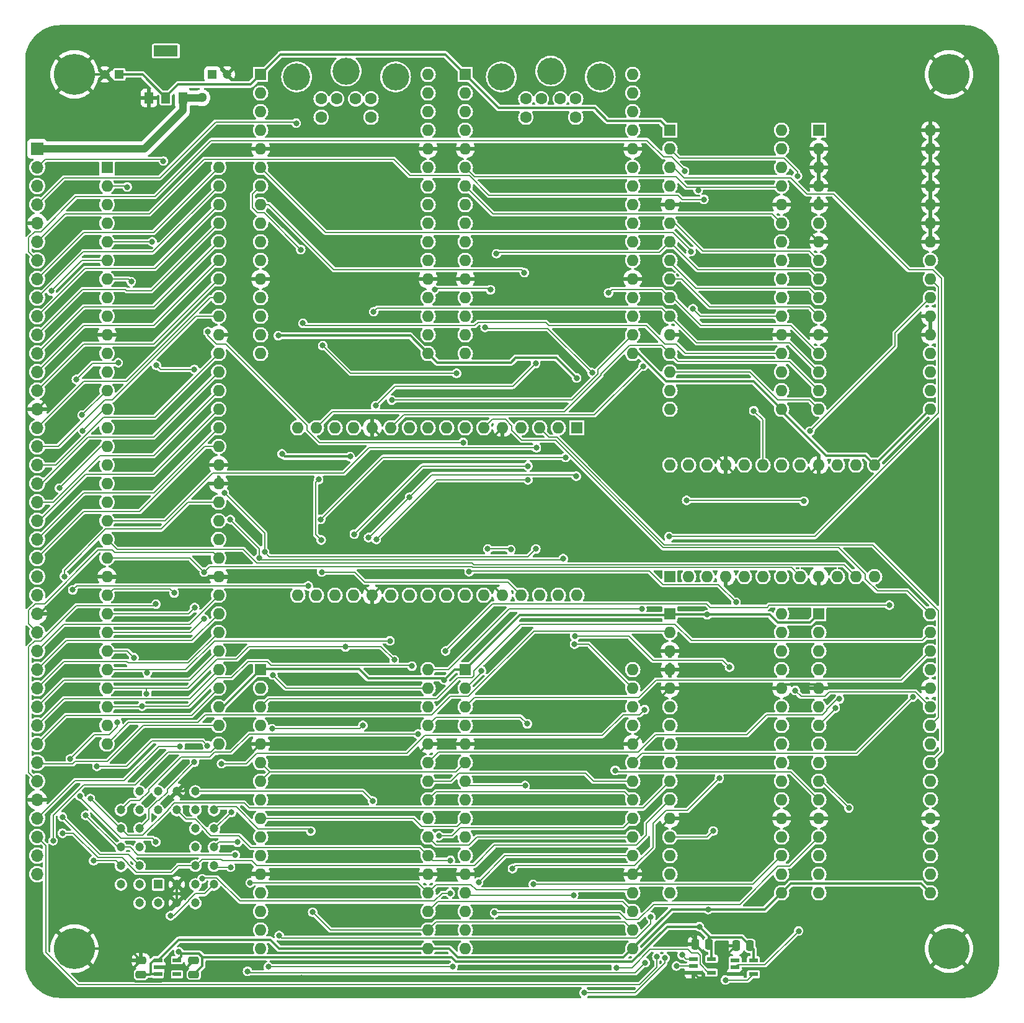
<source format=gbr>
%TF.GenerationSoftware,KiCad,Pcbnew,7.0.5*%
%TF.CreationDate,2023-12-16T11:47:00+02:00*%
%TF.ProjectId,PS2 Board,50533220-426f-4617-9264-2e6b69636164,rev?*%
%TF.SameCoordinates,Original*%
%TF.FileFunction,Copper,L1,Top*%
%TF.FilePolarity,Positive*%
%FSLAX46Y46*%
G04 Gerber Fmt 4.6, Leading zero omitted, Abs format (unit mm)*
G04 Created by KiCad (PCBNEW 7.0.5) date 2023-12-16 11:47:00*
%MOMM*%
%LPD*%
G01*
G04 APERTURE LIST*
G04 Aperture macros list*
%AMRoundRect*
0 Rectangle with rounded corners*
0 $1 Rounding radius*
0 $2 $3 $4 $5 $6 $7 $8 $9 X,Y pos of 4 corners*
0 Add a 4 corners polygon primitive as box body*
4,1,4,$2,$3,$4,$5,$6,$7,$8,$9,$2,$3,0*
0 Add four circle primitives for the rounded corners*
1,1,$1+$1,$2,$3*
1,1,$1+$1,$4,$5*
1,1,$1+$1,$6,$7*
1,1,$1+$1,$8,$9*
0 Add four rect primitives between the rounded corners*
20,1,$1+$1,$2,$3,$4,$5,0*
20,1,$1+$1,$4,$5,$6,$7,0*
20,1,$1+$1,$6,$7,$8,$9,0*
20,1,$1+$1,$8,$9,$2,$3,0*%
G04 Aperture macros list end*
%TA.AperFunction,SMDPad,CuDef*%
%ADD10R,1.200000X1.500000*%
%TD*%
%TA.AperFunction,SMDPad,CuDef*%
%ADD11R,3.300000X1.500000*%
%TD*%
%TA.AperFunction,SMDPad,CuDef*%
%ADD12RoundRect,0.250000X0.475000X-0.250000X0.475000X0.250000X-0.475000X0.250000X-0.475000X-0.250000X0*%
%TD*%
%TA.AperFunction,ComponentPad*%
%ADD13R,1.600000X1.600000*%
%TD*%
%TA.AperFunction,ComponentPad*%
%ADD14O,1.600000X1.600000*%
%TD*%
%TA.AperFunction,SMDPad,CuDef*%
%ADD15R,1.250000X0.600000*%
%TD*%
%TA.AperFunction,ComponentPad*%
%ADD16R,1.200000X1.200000*%
%TD*%
%TA.AperFunction,ComponentPad*%
%ADD17C,1.200000*%
%TD*%
%TA.AperFunction,ComponentPad*%
%ADD18C,5.600000*%
%TD*%
%TA.AperFunction,SMDPad,CuDef*%
%ADD19R,1.150000X0.600000*%
%TD*%
%TA.AperFunction,SMDPad,CuDef*%
%ADD20RoundRect,0.250000X0.250000X0.475000X-0.250000X0.475000X-0.250000X-0.475000X0.250000X-0.475000X0*%
%TD*%
%TA.AperFunction,ComponentPad*%
%ADD21C,3.700000*%
%TD*%
%TA.AperFunction,ComponentPad*%
%ADD22C,1.600000*%
%TD*%
%TA.AperFunction,ComponentPad*%
%ADD23R,1.700000X1.700000*%
%TD*%
%TA.AperFunction,ComponentPad*%
%ADD24O,1.700000X1.700000*%
%TD*%
%TA.AperFunction,ViaPad*%
%ADD25C,0.800000*%
%TD*%
%TA.AperFunction,ViaPad*%
%ADD26C,1.300000*%
%TD*%
%TA.AperFunction,Conductor*%
%ADD27C,0.380000*%
%TD*%
%TA.AperFunction,Conductor*%
%ADD28C,0.200000*%
%TD*%
%TA.AperFunction,Conductor*%
%ADD29C,1.000000*%
%TD*%
G04 APERTURE END LIST*
D10*
%TO.P,IC3,1,GND*%
%TO.N,/GND*%
X66058000Y-41300000D03*
%TO.P,IC3,2,5.0VOut*%
%TO.N,/5V*%
X68358000Y-41300000D03*
%TO.P,IC3,3,15VIn*%
%TO.N,/12V*%
X70658000Y-41300000D03*
D11*
%TO.P,IC3,4,N.C*%
%TO.N,unconnected-(IC3-N.C-Pad4)*%
X68358000Y-34900000D03*
%TD*%
D12*
%TO.P,C1,1*%
%TO.N,/5V*%
X64927000Y-161015000D03*
%TO.P,C1,2*%
%TO.N,/GND*%
X64927000Y-159115000D03*
%TD*%
D13*
%TO.P,B4,1,5V*%
%TO.N,/5V*%
X137160000Y-106680000D03*
D14*
%TO.P,B4,2,~{Device_RAM}*%
%TO.N,/~{Device ROM}*%
X139700000Y-106680000D03*
%TO.P,B4,3,~{Device_Registers}*%
%TO.N,/3.3V*%
X142240000Y-106680000D03*
%TO.P,B4,4,GND*%
%TO.N,/GND*%
X144780000Y-106680000D03*
%TO.P,B4,5,~{Device_ROM}*%
%TO.N,/~{Device Registers}*%
X147320000Y-106680000D03*
%TO.P,B4,6,N.C.*%
%TO.N,unconnected-(B4-N.C.-Pad6)*%
X149860000Y-106680000D03*
%TO.P,B4,7,N.C.*%
%TO.N,unconnected-(B4-N.C.-Pad7)*%
X152400000Y-106680000D03*
%TO.P,B4,8,~{WD}*%
%TO.N,/~{RD}*%
X154940000Y-106680000D03*
%TO.P,B4,9,GND*%
%TO.N,/GND*%
X157480000Y-106680000D03*
%TO.P,B4,10,N.C.*%
%TO.N,unconnected-(B4-N.C.-Pad10)*%
X160020000Y-106680000D03*
%TO.P,B4,11,~{RD}*%
%TO.N,/~{WD}*%
X162560000Y-106680000D03*
%TO.P,B4,12,N.C.*%
%TO.N,unconnected-(B4-N.C.-Pad12)*%
X165100000Y-106680000D03*
%TO.P,B4,13,5V*%
%TO.N,/5V*%
X165100000Y-91440000D03*
%TO.P,B4,14,N.C.*%
%TO.N,unconnected-(B4-N.C.-Pad14)*%
X162560000Y-91440000D03*
%TO.P,B4,15,N.C.*%
%TO.N,unconnected-(B4-N.C.-Pad15)*%
X160020000Y-91440000D03*
%TO.P,B4,16,GND*%
%TO.N,/GND*%
X157480000Y-91440000D03*
%TO.P,B4,17,H0_{OUT}*%
%TO.N,/H0_{OUT}*%
X154940000Y-91440000D03*
%TO.P,B4,18,H1_{OUT}*%
%TO.N,/H1_{OUT}*%
X152400000Y-91440000D03*
%TO.P,B4,19,H2_{OUT}*%
%TO.N,/H2_{OUT}*%
X149860000Y-91440000D03*
%TO.P,B4,20,N.C.*%
%TO.N,unconnected-(B4-N.C.-Pad20)*%
X147320000Y-91440000D03*
%TO.P,B4,21,GND*%
%TO.N,/GND*%
X144780000Y-91440000D03*
%TO.P,B4,22,N.C.*%
%TO.N,unconnected-(B4-N.C.-Pad22)*%
X142240000Y-91440000D03*
%TO.P,B4,23,N.C.*%
%TO.N,unconnected-(B4-N.C.-Pad23)*%
X139700000Y-91440000D03*
%TO.P,B4,24,N.C.*%
%TO.N,unconnected-(B4-N.C.-Pad24)*%
X137160000Y-91440000D03*
%TD*%
D15*
%TO.P,IC6,1,N.C.*%
%TO.N,unconnected-(IC6-N.C.-Pad1)*%
X146070000Y-159070000D03*
%TO.P,IC6,2,A*%
%TO.N,/Write Clear Interrupt*%
X146070000Y-160020000D03*
%TO.P,IC6,3,GND*%
%TO.N,/GND*%
X146070000Y-160970000D03*
%TO.P,IC6,4,Y*%
%TO.N,/~{Write Clear Interrupt}*%
X148570000Y-160970000D03*
%TO.P,IC6,5,3V*%
%TO.N,/3.3V*%
X148570000Y-159070000D03*
%TD*%
D16*
%TO.P,IC1,1,N.C.*%
%TO.N,unconnected-(IC1-N.C.-Pad1)*%
X67310000Y-148717000D03*
D17*
%TO.P,IC1,2,A16*%
%TO.N,/GND*%
X69850000Y-151257000D03*
%TO.P,IC1,3,A15*%
X69850000Y-148717000D03*
%TO.P,IC1,4,A12*%
%TO.N,/A12*%
X72390000Y-151257000D03*
%TO.P,IC1,5,A7*%
%TO.N,/A7*%
X74930000Y-148717000D03*
%TO.P,IC1,6,A6*%
%TO.N,/A6*%
X72390000Y-148717000D03*
%TO.P,IC1,7,A5*%
%TO.N,/A5*%
X74930000Y-146177000D03*
%TO.P,IC1,8,A4*%
%TO.N,/A4*%
X72390000Y-146177000D03*
%TO.P,IC1,9,A3*%
%TO.N,/A3*%
X74930000Y-143637000D03*
%TO.P,IC1,10,A2*%
%TO.N,/A2*%
X72390000Y-143637000D03*
%TO.P,IC1,11,A1*%
%TO.N,/A1*%
X74930000Y-141097000D03*
%TO.P,IC1,12,A0*%
%TO.N,/A0*%
X72390000Y-141097000D03*
%TO.P,IC1,13,DQ0*%
%TO.N,/D0*%
X74930000Y-138557000D03*
%TO.P,IC1,14,DQ1*%
%TO.N,/D1*%
X72390000Y-136017000D03*
%TO.P,IC1,15,DQ2*%
%TO.N,/D2*%
X72390000Y-138557000D03*
%TO.P,IC1,16,GND*%
%TO.N,/GND*%
X69850000Y-136017000D03*
%TO.P,IC1,17,DQ3*%
%TO.N,/D3*%
X69850000Y-138557000D03*
%TO.P,IC1,18,DQ4*%
%TO.N,/D4*%
X67310000Y-136017000D03*
%TO.P,IC1,19,DQ5*%
%TO.N,/D5*%
X67310000Y-138557000D03*
%TO.P,IC1,20,DQ6*%
%TO.N,/D6*%
X64770000Y-136017000D03*
%TO.P,IC1,21,DQ7*%
%TO.N,/D7*%
X62230000Y-138557000D03*
%TO.P,IC1,22,~{CE}*%
%TO.N,/~{Device ROM}*%
X64770000Y-138557000D03*
%TO.P,IC1,23,A10*%
%TO.N,/A10*%
X62230000Y-141097000D03*
%TO.P,IC1,24,~{OE}*%
%TO.N,/~{RD}*%
X64770000Y-141097000D03*
%TO.P,IC1,25,A11*%
%TO.N,/A11*%
X62230000Y-143637000D03*
%TO.P,IC1,26,A9*%
%TO.N,/A9*%
X64770000Y-143637000D03*
%TO.P,IC1,27,A8*%
%TO.N,/A8*%
X62230000Y-146177000D03*
%TO.P,IC1,28,A13*%
%TO.N,/A13*%
X64770000Y-146177000D03*
%TO.P,IC1,29,A14*%
%TO.N,/A14*%
X62230000Y-148717000D03*
%TO.P,IC1,30,N.C.*%
%TO.N,unconnected-(IC1-N.C.-Pad30)*%
X64770000Y-151257000D03*
%TO.P,IC1,31,~{WE}*%
%TO.N,/~{WD}*%
X64770000Y-148717000D03*
%TO.P,IC1,32,3V*%
%TO.N,/3.3V*%
X67310000Y-151257000D03*
%TD*%
D13*
%TO.P,B11,1,5V*%
%TO.N,/5V*%
X137160000Y-111760000D03*
D14*
%TO.P,B11,2,~{Device_Select}*%
%TO.N,/~{Device Select}*%
X137160000Y-114300000D03*
%TO.P,B11,3,A16*%
%TO.N,/GND*%
X137160000Y-116840000D03*
%TO.P,B11,4,A15*%
X137160000Y-119380000D03*
%TO.P,B11,5,GND*%
X137160000Y-121920000D03*
%TO.P,B11,6,A14*%
%TO.N,/A14*%
X137160000Y-124460000D03*
%TO.P,B11,7,A13*%
%TO.N,/A13*%
X137160000Y-127000000D03*
%TO.P,B11,8,A12*%
%TO.N,/A12*%
X137160000Y-129540000D03*
%TO.P,B11,9,A11*%
%TO.N,/A11*%
X137160000Y-132080000D03*
%TO.P,B11,10,A10*%
%TO.N,/A10*%
X137160000Y-134620000D03*
%TO.P,B11,11,A4*%
%TO.N,/A4*%
X137160000Y-137160000D03*
%TO.P,B11,12,GND*%
%TO.N,/GND*%
X137160000Y-139700000D03*
%TO.P,B11,13,A3*%
%TO.N,/A3*%
X137160000Y-142240000D03*
%TO.P,B11,14,N.C.*%
%TO.N,unconnected-(B11-N.C.-Pad14)*%
X137160000Y-144780000D03*
%TO.P,B11,15,~{Reset}_{IN}*%
%TO.N,/~{Reset} _{IN}*%
X137160000Y-147320000D03*
%TO.P,B11,16,N.C.*%
%TO.N,unconnected-(B11-N.C.-Pad16)*%
X137160000Y-149860000D03*
%TO.P,B11,17,5V*%
%TO.N,/5V*%
X152400000Y-149860000D03*
%TO.P,B11,18,Reset_{OUT}*%
%TO.N,unconnected-(B11-Reset_{OUT}-Pad18)*%
X152400000Y-147320000D03*
%TO.P,B11,19,~{Reset}_{OUT}*%
%TO.N,/~{Reset}*%
X152400000Y-144780000D03*
%TO.P,B11,20,~{A3}*%
%TO.N,unconnected-(B11-~{A3}-Pad20)*%
X152400000Y-142240000D03*
%TO.P,B11,21,GND*%
%TO.N,/GND*%
X152400000Y-139700000D03*
%TO.P,B11,22,~{A4}*%
%TO.N,/~{A4}*%
X152400000Y-137160000D03*
%TO.P,B11,23,~{Device_RAM}*%
%TO.N,unconnected-(B11-~{Device_RAM}-Pad23)*%
X152400000Y-134620000D03*
%TO.P,B11,24,~{Device_Registers}*%
%TO.N,/~{Device Registers}*%
X152400000Y-132080000D03*
%TO.P,B11,25,~{Device_ROM}*%
%TO.N,/~{Device ROM}*%
X152400000Y-129540000D03*
%TO.P,B11,26,N.C.*%
%TO.N,unconnected-(B11-N.C.-Pad26)*%
X152400000Y-127000000D03*
%TO.P,B11,27,N.C.*%
%TO.N,unconnected-(B11-N.C.-Pad27)*%
X152400000Y-124460000D03*
%TO.P,B11,28,GND*%
%TO.N,/GND*%
X152400000Y-121920000D03*
%TO.P,B11,29,N.C.*%
%TO.N,unconnected-(B11-N.C.-Pad29)*%
X152400000Y-119380000D03*
%TO.P,B11,30,N.C.*%
%TO.N,unconnected-(B11-N.C.-Pad30)*%
X152400000Y-116840000D03*
%TO.P,B11,31,N.C.*%
%TO.N,unconnected-(B11-N.C.-Pad31)*%
X152400000Y-114300000D03*
%TO.P,B11,32,N.C.*%
%TO.N,unconnected-(B11-N.C.-Pad32)*%
X152400000Y-111760000D03*
%TD*%
D18*
%TO.P,H3,1,GND*%
%TO.N,/GND*%
X175260000Y-157480000D03*
%TD*%
%TO.P,H2,1,GND*%
%TO.N,/GND*%
X55880000Y-157480000D03*
%TD*%
D16*
%TO.P,C4,1*%
%TO.N,/12V*%
X74708000Y-38100000D03*
D17*
%TO.P,C4,2*%
%TO.N,/GND*%
X76708000Y-38100000D03*
%TD*%
D19*
%TO.P,IC2,1,VIN*%
%TO.N,/5V*%
X67280000Y-159070000D03*
%TO.P,IC2,2,GND*%
%TO.N,/GND*%
X67280000Y-160020000D03*
%TO.P,IC2,3,EN*%
%TO.N,/5V*%
X67280000Y-160970000D03*
%TO.P,IC2,4,ADJ*%
%TO.N,unconnected-(IC2-ADJ-Pad4)*%
X69880000Y-160970000D03*
%TO.P,IC2,5,VOUT*%
%TO.N,/3.3V*%
X69880000Y-159070000D03*
%TD*%
D13*
%TO.P,B1,1,5V*%
%TO.N,/5V*%
X137160000Y-45720000D03*
D14*
%TO.P,B1,2,Read*%
%TO.N,/Read Direct*%
X137160000Y-48260000D03*
%TO.P,B1,3,Write*%
%TO.N,/Write Direct*%
X137160000Y-50800000D03*
%TO.P,B1,4,Enable*%
%TO.N,/Enable*%
X137160000Y-53340000D03*
%TO.P,B1,5,GND*%
%TO.N,/GND*%
X137160000Y-55880000D03*
%TO.P,B1,6,D7*%
%TO.N,/D7*%
X137160000Y-58420000D03*
%TO.P,B1,7,D6*%
%TO.N,/D6*%
X137160000Y-60960000D03*
%TO.P,B1,8,D5*%
%TO.N,/D5*%
X137160000Y-63500000D03*
%TO.P,B1,9,D4*%
%TO.N,/D4*%
X137160000Y-66040000D03*
%TO.P,B1,10,D3*%
%TO.N,/D3*%
X137160000Y-68580000D03*
%TO.P,B1,11,D2*%
%TO.N,/D2*%
X137160000Y-71120000D03*
%TO.P,B1,12,GND*%
%TO.N,/GND*%
X137160000Y-73660000D03*
%TO.P,B1,13,D1*%
%TO.N,/D1*%
X137160000Y-76200000D03*
%TO.P,B1,14,D0*%
%TO.N,/D0*%
X137160000Y-78740000D03*
%TO.P,B1,15,N.C.*%
%TO.N,unconnected-(B1-N.C.-Pad15)*%
X137160000Y-81280000D03*
%TO.P,B1,16,N.C.*%
%TO.N,unconnected-(B1-N.C.-Pad16)*%
X137160000Y-83820000D03*
%TO.P,B1,17,5V*%
%TO.N,/5V*%
X152400000Y-83820000D03*
%TO.P,B1,18,N.C.*%
%TO.N,unconnected-(B1-N.C.-Pad18)*%
X152400000Y-81280000D03*
%TO.P,B1,19,N.C.*%
%TO.N,unconnected-(B1-N.C.-Pad19)*%
X152400000Y-78740000D03*
%TO.P,B1,20,GPIO3*%
%TO.N,/PS2 Clock_{ 2}*%
X152400000Y-76200000D03*
%TO.P,B1,21,GND*%
%TO.N,/GND*%
X152400000Y-73660000D03*
%TO.P,B1,22,GPIO2*%
%TO.N,/PS2 Data_{ 2}*%
X152400000Y-71120000D03*
%TO.P,B1,23,N.C.*%
%TO.N,unconnected-(B1-N.C.-Pad23)*%
X152400000Y-68580000D03*
%TO.P,B1,24,N.C.*%
%TO.N,unconnected-(B1-N.C.-Pad24)*%
X152400000Y-66040000D03*
%TO.P,B1,25,N.C.*%
%TO.N,unconnected-(B1-N.C.-Pad25)*%
X152400000Y-63500000D03*
%TO.P,B1,26,N.C.*%
%TO.N,unconnected-(B1-N.C.-Pad26)*%
X152400000Y-60960000D03*
%TO.P,B1,27,GPIO1*%
%TO.N,/PS2 Clock_{ 1}*%
X152400000Y-58420000D03*
%TO.P,B1,28,GND*%
%TO.N,/GND*%
X152400000Y-55880000D03*
%TO.P,B1,29,GPIO0*%
%TO.N,/PS2 Data_{ 1}*%
X152400000Y-53340000D03*
%TO.P,B1,30,N.C.*%
%TO.N,unconnected-(B1-N.C.-Pad30)*%
X152400000Y-50800000D03*
%TO.P,B1,31,N.C.*%
%TO.N,unconnected-(B1-N.C.-Pad31)*%
X152400000Y-48260000D03*
%TO.P,B1,32,N.C.*%
%TO.N,unconnected-(B1-N.C.-Pad32)*%
X152400000Y-45720000D03*
%TD*%
D20*
%TO.P,C5,1*%
%TO.N,/3.3V*%
X148107000Y-157099000D03*
%TO.P,C5,2*%
%TO.N,/GND*%
X146207000Y-157099000D03*
%TD*%
D12*
%TO.P,C2,1*%
%TO.N,/3.3V*%
X72166000Y-161015000D03*
%TO.P,C2,2*%
%TO.N,/GND*%
X72166000Y-159115000D03*
%TD*%
D13*
%TO.P,B5,1,5V*%
%TO.N,/5V*%
X157480000Y-45720000D03*
D14*
%TO.P,B5,2,S13*%
%TO.N,/GND*%
X157480000Y-48260000D03*
%TO.P,B5,3,S14*%
X157480000Y-50800000D03*
%TO.P,B5,4,S15*%
X157480000Y-53340000D03*
%TO.P,B5,5,GND*%
X157480000Y-55880000D03*
%TO.P,B5,6,Read_State_Low*%
%TO.N,/Read State*%
X157480000Y-58420000D03*
%TO.P,B5,7,Read_State_High*%
%TO.N,/GND*%
X157480000Y-60960000D03*
%TO.P,B5,8,D7*%
%TO.N,/D7*%
X157480000Y-63500000D03*
%TO.P,B5,9,D6*%
%TO.N,/D6*%
X157480000Y-66040000D03*
%TO.P,B5,10,D5*%
%TO.N,/D5*%
X157480000Y-68580000D03*
%TO.P,B5,11,D4*%
%TO.N,/D4*%
X157480000Y-71120000D03*
%TO.P,B5,12,GND*%
%TO.N,/GND*%
X157480000Y-73660000D03*
%TO.P,B5,13,D3*%
%TO.N,/D3*%
X157480000Y-76200000D03*
%TO.P,B5,14,D2*%
%TO.N,/D2*%
X157480000Y-78740000D03*
%TO.P,B5,15,D1*%
%TO.N,/D1*%
X157480000Y-81280000D03*
%TO.P,B5,16,D0*%
%TO.N,/D0*%
X157480000Y-83820000D03*
%TO.P,B5,17,5V*%
%TO.N,/5V*%
X172720000Y-83820000D03*
%TO.P,B5,18,S0*%
%TO.N,/~{Packet Waiting}_{ 1}*%
X172720000Y-81280000D03*
%TO.P,B5,19,S1*%
%TO.N,/~{Code Waiting}_{ 1}*%
X172720000Y-78740000D03*
%TO.P,B5,20,S2*%
%TO.N,/~{Output Ready}_{ 1}*%
X172720000Y-76200000D03*
%TO.P,B5,21,GND*%
%TO.N,/GND*%
X172720000Y-73660000D03*
%TO.P,B5,22,S3*%
X172720000Y-71120000D03*
%TO.P,B5,23,S4*%
%TO.N,/~{Packet Waiting}_{ 2}*%
X172720000Y-68580000D03*
%TO.P,B5,24,S5*%
%TO.N,/~{Code Waiting}_{ 2}*%
X172720000Y-66040000D03*
%TO.P,B5,25,S6*%
%TO.N,/~{Output Ready}_{ 2}*%
X172720000Y-63500000D03*
%TO.P,B5,26,S7*%
%TO.N,/GND*%
X172720000Y-60960000D03*
%TO.P,B5,27,S8*%
X172720000Y-58420000D03*
%TO.P,B5,28,GND*%
X172720000Y-55880000D03*
%TO.P,B5,29,S9*%
X172720000Y-53340000D03*
%TO.P,B5,30,S10*%
X172720000Y-50800000D03*
%TO.P,B5,31,S11*%
X172720000Y-48260000D03*
%TO.P,B5,32,S12*%
X172720000Y-45720000D03*
%TD*%
D16*
%TO.P,C3,1*%
%TO.N,/5V*%
X62008000Y-38100000D03*
D17*
%TO.P,C3,2*%
%TO.N,/GND*%
X60008000Y-38100000D03*
%TD*%
D21*
%TO.P,B7,*%
%TO.N,*%
X86214000Y-38442800D03*
D22*
X89564000Y-41442800D03*
X89564000Y-43942800D03*
X91664000Y-41442800D03*
D21*
X92964000Y-37642800D03*
D22*
X94264000Y-41442800D03*
X96364000Y-41442800D03*
X96364000Y-43942800D03*
D21*
X99714000Y-38442800D03*
D13*
%TO.P,B7,1,5V*%
%TO.N,/5V*%
X81280000Y-38100000D03*
D14*
%TO.P,B7,2,N.C.*%
%TO.N,unconnected-(B7-N.C.-Pad2)*%
X81280000Y-40640000D03*
%TO.P,B7,3,N.C.*%
%TO.N,unconnected-(B7-N.C.-Pad3)*%
X81280000Y-43180000D03*
%TO.P,B7,4,N.C.*%
%TO.N,unconnected-(B7-N.C.-Pad4)*%
X81280000Y-45720000D03*
%TO.P,B7,5,GND*%
%TO.N,/GND*%
X81280000Y-48260000D03*
%TO.P,B7,6,Data*%
%TO.N,/PS2 Data_{ 2}*%
X81280000Y-50800000D03*
%TO.P,B7,7,Clock*%
%TO.N,/PS2 Clock_{ 2}*%
X81280000Y-53340000D03*
%TO.P,B7,8,~{Clock}*%
%TO.N,/~{PS2 Clock}_{ 2}*%
X81280000Y-55880000D03*
%TO.P,B7,9,N.C.*%
%TO.N,unconnected-(B7-N.C.-Pad9)*%
X81280000Y-58420000D03*
%TO.P,B7,10,RC_Packet_Pulse*%
%TO.N,unconnected-(B7-RC_Packet_Pulse-Pad10)*%
X81280000Y-60960000D03*
%TO.P,B7,11,N.C.*%
%TO.N,unconnected-(B7-N.C.-Pad11)*%
X81280000Y-63500000D03*
%TO.P,B7,12,GND*%
%TO.N,/GND*%
X81280000Y-66040000D03*
%TO.P,B7,13,N.C.*%
%TO.N,unconnected-(B7-N.C.-Pad13)*%
X81280000Y-68580000D03*
%TO.P,B7,14,N.C.*%
%TO.N,unconnected-(B7-N.C.-Pad14)*%
X81280000Y-71120000D03*
%TO.P,B7,15,N.C.*%
%TO.N,unconnected-(B7-N.C.-Pad15)*%
X81280000Y-73660000D03*
%TO.P,B7,16,N.C.*%
%TO.N,unconnected-(B7-N.C.-Pad16)*%
X81280000Y-76200000D03*
%TO.P,B7,17,5V*%
%TO.N,/5V*%
X104140000Y-76200000D03*
%TO.P,B7,18,~{Code_Pulse}*%
%TO.N,/PS2 Code Pulse_{ 2}*%
X104140000Y-73660000D03*
%TO.P,B7,19,Packet_Pulse*%
%TO.N,/PS2 Packet Pulse_{ 2}*%
X104140000Y-71120000D03*
%TO.P,B7,20,Packet_Pulse_{2}*%
%TO.N,/PS2 Packet Pulse_{2} _{ 2}*%
X104140000Y-68580000D03*
%TO.P,B7,21,GND*%
%TO.N,/GND*%
X104140000Y-66040000D03*
%TO.P,B7,22,~{Packet_Pulse}*%
%TO.N,/~{PS2 Packet Pulse}_{ 2}*%
X104140000Y-63500000D03*
%TO.P,B7,23,RC_Code_Pulse*%
%TO.N,unconnected-(B7-RC_Code_Pulse-Pad23)*%
X104140000Y-60960000D03*
%TO.P,B7,24,N.C.*%
%TO.N,unconnected-(B7-N.C.-Pad24)*%
X104140000Y-58420000D03*
%TO.P,B7,25,N.C.*%
%TO.N,unconnected-(B7-N.C.-Pad25)*%
X104140000Y-55880000D03*
%TO.P,B7,26,N.C.*%
%TO.N,unconnected-(B7-N.C.-Pad26)*%
X104140000Y-53340000D03*
%TO.P,B7,27,N.C.*%
%TO.N,unconnected-(B7-N.C.-Pad27)*%
X104140000Y-50800000D03*
%TO.P,B7,28,GND*%
%TO.N,/GND*%
X104140000Y-48260000D03*
%TO.P,B7,29,N.C.*%
%TO.N,unconnected-(B7-N.C.-Pad29)*%
X104140000Y-45720000D03*
%TO.P,B7,30,N.C.*%
%TO.N,unconnected-(B7-N.C.-Pad30)*%
X104140000Y-43180000D03*
%TO.P,B7,31,N.C.*%
%TO.N,unconnected-(B7-N.C.-Pad31)*%
X104140000Y-40640000D03*
%TO.P,B7,32,N.C.*%
%TO.N,unconnected-(B7-N.C.-Pad32)*%
X104140000Y-38100000D03*
%TD*%
D13*
%TO.P,B3,1,5V*%
%TO.N,/5V*%
X81280000Y-119380000D03*
D14*
%TO.P,B3,2,~{Packet_Pulse}*%
%TO.N,/~{PS2 Packet Pulse}_{ 1}*%
X81280000Y-121920000D03*
%TO.P,B3,3,Read*%
%TO.N,/Read PS2 FIFO_{ 1}*%
X81280000Y-124460000D03*
%TO.P,B3,4,~{Code_Pulse}*%
%TO.N,/PS2 Code Pulse_{ 1}*%
X81280000Y-127000000D03*
%TO.P,B3,5,GND*%
%TO.N,/GND*%
X81280000Y-129540000D03*
%TO.P,B3,6,~{Clear_Packet_Waiting}*%
%TO.N,/~{Write Clear Interrupt}*%
X81280000Y-132080000D03*
%TO.P,B3,7,~{Clear_Code_Waiting}*%
X81280000Y-134620000D03*
%TO.P,B3,8,Packet_Pulse*%
%TO.N,/PS2 Packet Pulse_{ 1}*%
X81280000Y-137160000D03*
%TO.P,B3,9,~{Reset}*%
%TO.N,/~{Reset}*%
X81280000Y-139700000D03*
%TO.P,B3,10,N.C.*%
%TO.N,unconnected-(B3-N.C.-Pad10)*%
X81280000Y-142240000D03*
%TO.P,B3,11,N.C.*%
%TO.N,unconnected-(B3-N.C.-Pad11)*%
X81280000Y-144780000D03*
%TO.P,B3,12,GND*%
%TO.N,/GND*%
X81280000Y-147320000D03*
%TO.P,B3,13,Packet_Pulse_{2}*%
%TO.N,/PS2 Packet Pulse_{2} _{ 1}*%
X81280000Y-149860000D03*
%TO.P,B3,14,N.C.*%
%TO.N,unconnected-(B3-N.C.-Pad14)*%
X81280000Y-152400000D03*
%TO.P,B3,15,N.C.*%
%TO.N,unconnected-(B3-N.C.-Pad15)*%
X81280000Y-154940000D03*
%TO.P,B3,16,N.C.*%
%TO.N,unconnected-(B3-N.C.-Pad16)*%
X81280000Y-157480000D03*
%TO.P,B3,17,5V*%
%TO.N,/5V*%
X104140000Y-157480000D03*
%TO.P,B3,18,D0*%
%TO.N,/D0*%
X104140000Y-154940000D03*
%TO.P,B3,19,D1*%
%TO.N,/D1*%
X104140000Y-152400000D03*
%TO.P,B3,20,D2*%
%TO.N,/D2*%
X104140000Y-149860000D03*
%TO.P,B3,21,GND*%
%TO.N,/GND*%
X104140000Y-147320000D03*
%TO.P,B3,22,D3*%
%TO.N,/D3*%
X104140000Y-144780000D03*
%TO.P,B3,23,D4*%
%TO.N,/D4*%
X104140000Y-142240000D03*
%TO.P,B3,24,D5*%
%TO.N,/D5*%
X104140000Y-139700000D03*
%TO.P,B3,25,D6*%
%TO.N,/D6*%
X104140000Y-137160000D03*
%TO.P,B3,26,D7*%
%TO.N,/D7*%
X104140000Y-134620000D03*
%TO.P,B3,27,Output_Ready*%
%TO.N,/~{Output Ready}_{ 1}*%
X104140000Y-132080000D03*
%TO.P,B3,28,GND*%
%TO.N,/GND*%
X104140000Y-129540000D03*
%TO.P,B3,29,~{Packet_Waiting}*%
%TO.N,/~{Packet Waiting}_{ 1}*%
X104140000Y-127000000D03*
%TO.P,B3,30,~{Code_Waiting}*%
%TO.N,/~{Code Waiting}_{ 1}*%
X104140000Y-124460000D03*
%TO.P,B3,31,~{Clock}*%
%TO.N,/~{PS2 Clock}_{ 1}*%
X104140000Y-121920000D03*
%TO.P,B3,32,Data*%
%TO.N,/PS2 Data_{ 1}*%
X104140000Y-119380000D03*
%TD*%
D13*
%TO.P,B6,1,A0*%
%TO.N,/A0*%
X60325000Y-50800000D03*
D14*
%TO.P,B6,2,A1*%
%TO.N,/A1*%
X60325000Y-53340000D03*
%TO.P,B6,3,5V*%
%TO.N,/5V*%
X60325000Y-55880000D03*
%TO.P,B6,4,A2*%
%TO.N,/A2*%
X60325000Y-58420000D03*
%TO.P,B6,5,A3*%
%TO.N,/A3*%
X60325000Y-60960000D03*
%TO.P,B6,6,A4*%
%TO.N,/A4*%
X60325000Y-63500000D03*
%TO.P,B6,7,A5*%
%TO.N,/A5*%
X60325000Y-66040000D03*
%TO.P,B6,8,A6*%
%TO.N,/A6*%
X60325000Y-68580000D03*
%TO.P,B6,9,A7*%
%TO.N,/A7*%
X60325000Y-71120000D03*
%TO.P,B6,10,GND*%
%TO.N,/GND*%
X60325000Y-73660000D03*
%TO.P,B6,11,A8*%
%TO.N,/A8*%
X60325000Y-76200000D03*
%TO.P,B6,12,A9*%
%TO.N,/A9*%
X60325000Y-78740000D03*
%TO.P,B6,13,A10*%
%TO.N,/A10*%
X60325000Y-81280000D03*
%TO.P,B6,14,A11*%
%TO.N,/A11*%
X60325000Y-83820000D03*
%TO.P,B6,15,A12*%
%TO.N,/A12*%
X60325000Y-86360000D03*
%TO.P,B6,16,A13*%
%TO.N,/A13*%
X60325000Y-88900000D03*
%TO.P,B6,17,A14*%
%TO.N,/A14*%
X60325000Y-91440000D03*
%TO.P,B6,18,A15*%
%TO.N,unconnected-(B6-A15-Pad18)*%
X60325000Y-93980000D03*
%TO.P,B6,19,A16*%
%TO.N,unconnected-(B6-A16-Pad19)*%
X60325000Y-96520000D03*
%TO.P,B6,20,S*%
%TO.N,/PHI2*%
X60325000Y-99060000D03*
%TO.P,B6,21,~{WD}*%
%TO.N,/~{WD}*%
X60325000Y-101600000D03*
%TO.P,B6,22,~{RD}*%
%TO.N,/~{RD}*%
X60325000Y-104140000D03*
%TO.P,B6,23,GND*%
%TO.N,/GND*%
X60325000Y-106680000D03*
%TO.P,B6,24,D0*%
%TO.N,/D0*%
X60325000Y-109220000D03*
%TO.P,B6,25,D1*%
%TO.N,/D1*%
X60325000Y-111760000D03*
%TO.P,B6,26,D2*%
%TO.N,/D2*%
X60325000Y-114300000D03*
%TO.P,B6,27,D3*%
%TO.N,/D3*%
X60325000Y-116840000D03*
%TO.P,B6,28,D4*%
%TO.N,/D4*%
X60325000Y-119380000D03*
%TO.P,B6,29,D5*%
%TO.N,/D5*%
X60325000Y-121920000D03*
%TO.P,B6,30,D6*%
%TO.N,/D6*%
X60325000Y-124460000D03*
%TO.P,B6,31,D7*%
%TO.N,/D7*%
X60325000Y-127000000D03*
%TO.P,B6,32,Deivce_~{CS}*%
%TO.N,/~{Device Select}*%
X60325000Y-129540000D03*
%TO.P,B6,33,Deivce_~{CS}_{IN}*%
%TO.N,/~{Device Select} _{IN}*%
X75565000Y-129540000D03*
%TO.P,B6,34,D7_{IN/OUT}*%
%TO.N,/D7_{IN{slash}OUT}*%
X75565000Y-127000000D03*
%TO.P,B6,35,5V*%
%TO.N,/5V*%
X75565000Y-124460000D03*
%TO.P,B6,36,D6_{IN/OUT}*%
%TO.N,/D6_{IN{slash}OUT}*%
X75565000Y-121920000D03*
%TO.P,B6,37,D5_{IN/OUT}*%
%TO.N,/D5_{IN{slash}OUT}*%
X75565000Y-119380000D03*
%TO.P,B6,38,D4_{IN/OUT}*%
%TO.N,/D4_{IN{slash}OUT}*%
X75565000Y-116840000D03*
%TO.P,B6,39,D3_{IN/OUT}*%
%TO.N,/D3_{IN{slash}OUT}*%
X75565000Y-114300000D03*
%TO.P,B6,40,D2_{IN/OUT}*%
%TO.N,/D2_{IN{slash}OUT}*%
X75565000Y-111760000D03*
%TO.P,B6,41,D1_{IN/OUT}*%
%TO.N,/D1_{IN{slash}OUT}*%
X75565000Y-109220000D03*
%TO.P,B6,42,GND*%
%TO.N,/GND*%
X75565000Y-106680000D03*
%TO.P,B6,43,D0_{IN/OUT}*%
%TO.N,/D0_{IN{slash}OUT}*%
X75565000Y-104140000D03*
%TO.P,B6,44,~{RD}_{IN}*%
%TO.N,/~{RD}_{IN}*%
X75565000Y-101600000D03*
%TO.P,B6,45,~{WD}_{IN}*%
%TO.N,/~{WD}_{IN}*%
X75565000Y-99060000D03*
%TO.P,B6,46,S_{IN}*%
%TO.N,/PHI2_{IN}*%
X75565000Y-96520000D03*
%TO.P,B6,47,A16_{IN}*%
%TO.N,/GND*%
X75565000Y-93980000D03*
%TO.P,B6,48,A15_{IN}*%
X75565000Y-91440000D03*
%TO.P,B6,49,A14_{IN}*%
%TO.N,/A14_{IN}*%
X75565000Y-88900000D03*
%TO.P,B6,50,A13_{IN}*%
%TO.N,/A13_{IN}*%
X75565000Y-86360000D03*
%TO.P,B6,51,A12_{IN}*%
%TO.N,/A12_{IN}*%
X75565000Y-83820000D03*
%TO.P,B6,52,A11_{IN}*%
%TO.N,/A11_{IN}*%
X75565000Y-81280000D03*
%TO.P,B6,53,A10_{IN}*%
%TO.N,/A10_{IN}*%
X75565000Y-78740000D03*
%TO.P,B6,54,A9_{IN}*%
%TO.N,/A9_{IN}*%
X75565000Y-76200000D03*
%TO.P,B6,55,GND*%
%TO.N,/GND*%
X75565000Y-73660000D03*
%TO.P,B6,56,A8_{IN}*%
%TO.N,/A8_{IN}*%
X75565000Y-71120000D03*
%TO.P,B6,57,A7_{IN}*%
%TO.N,/A7_{IN}*%
X75565000Y-68580000D03*
%TO.P,B6,58,A6_{IN}*%
%TO.N,/A6_{IN}*%
X75565000Y-66040000D03*
%TO.P,B6,59,A5_{IN}*%
%TO.N,/A5_{IN}*%
X75565000Y-63500000D03*
%TO.P,B6,60,A4_{IN}*%
%TO.N,/A4_{IN}*%
X75565000Y-60960000D03*
%TO.P,B6,61,A3_{IN}*%
%TO.N,/A3_{IN}*%
X75565000Y-58420000D03*
%TO.P,B6,62,A2_{IN}*%
%TO.N,/A2_{IN}*%
X75565000Y-55880000D03*
%TO.P,B6,63,A1_{IN}*%
%TO.N,/A1_{IN}*%
X75565000Y-53340000D03*
%TO.P,B6,64,A0_{IN}*%
%TO.N,/A0_{IN}*%
X75565000Y-50800000D03*
%TD*%
D20*
%TO.P,C6,1*%
%TO.N,/3.3V*%
X142529000Y-156911000D03*
%TO.P,C6,2*%
%TO.N,/GND*%
X140629000Y-156911000D03*
%TD*%
D21*
%TO.P,B2,*%
%TO.N,*%
X114154000Y-38442800D03*
D22*
X117504000Y-41442800D03*
X117504000Y-43942800D03*
X119604000Y-41442800D03*
D21*
X120904000Y-37642800D03*
D22*
X122204000Y-41442800D03*
X124304000Y-41442800D03*
X124304000Y-43942800D03*
D21*
X127654000Y-38442800D03*
D13*
%TO.P,B2,1,5V*%
%TO.N,/5V*%
X109220000Y-38100000D03*
D14*
%TO.P,B2,2,N.C.*%
%TO.N,unconnected-(B2-N.C.-Pad2)*%
X109220000Y-40640000D03*
%TO.P,B2,3,N.C.*%
%TO.N,unconnected-(B2-N.C.-Pad3)*%
X109220000Y-43180000D03*
%TO.P,B2,4,N.C.*%
%TO.N,unconnected-(B2-N.C.-Pad4)*%
X109220000Y-45720000D03*
%TO.P,B2,5,GND*%
%TO.N,/GND*%
X109220000Y-48260000D03*
%TO.P,B2,6,Data*%
%TO.N,/PS2 Data_{ 1}*%
X109220000Y-50800000D03*
%TO.P,B2,7,Clock*%
%TO.N,/PS2 Clock_{ 1}*%
X109220000Y-53340000D03*
%TO.P,B2,8,~{Clock}*%
%TO.N,/~{PS2 Clock}_{ 1}*%
X109220000Y-55880000D03*
%TO.P,B2,9,N.C.*%
%TO.N,unconnected-(B2-N.C.-Pad9)*%
X109220000Y-58420000D03*
%TO.P,B2,10,RC_Packet_Pulse*%
%TO.N,unconnected-(B2-RC_Packet_Pulse-Pad10)*%
X109220000Y-60960000D03*
%TO.P,B2,11,N.C.*%
%TO.N,unconnected-(B2-N.C.-Pad11)*%
X109220000Y-63500000D03*
%TO.P,B2,12,GND*%
%TO.N,/GND*%
X109220000Y-66040000D03*
%TO.P,B2,13,N.C.*%
%TO.N,unconnected-(B2-N.C.-Pad13)*%
X109220000Y-68580000D03*
%TO.P,B2,14,N.C.*%
%TO.N,unconnected-(B2-N.C.-Pad14)*%
X109220000Y-71120000D03*
%TO.P,B2,15,N.C.*%
%TO.N,unconnected-(B2-N.C.-Pad15)*%
X109220000Y-73660000D03*
%TO.P,B2,16,N.C.*%
%TO.N,unconnected-(B2-N.C.-Pad16)*%
X109220000Y-76200000D03*
%TO.P,B2,17,5V*%
%TO.N,/5V*%
X132080000Y-76200000D03*
%TO.P,B2,18,~{Code_Pulse}*%
%TO.N,/PS2 Code Pulse_{ 1}*%
X132080000Y-73660000D03*
%TO.P,B2,19,Packet_Pulse*%
%TO.N,/PS2 Packet Pulse_{ 1}*%
X132080000Y-71120000D03*
%TO.P,B2,20,Packet_Pulse_{2}*%
%TO.N,/PS2 Packet Pulse_{2} _{ 1}*%
X132080000Y-68580000D03*
%TO.P,B2,21,GND*%
%TO.N,/GND*%
X132080000Y-66040000D03*
%TO.P,B2,22,~{Packet_Pulse}*%
%TO.N,/~{PS2 Packet Pulse}_{ 1}*%
X132080000Y-63500000D03*
%TO.P,B2,23,RC_Code_Pulse*%
%TO.N,unconnected-(B2-RC_Code_Pulse-Pad23)*%
X132080000Y-60960000D03*
%TO.P,B2,24,N.C.*%
%TO.N,unconnected-(B2-N.C.-Pad24)*%
X132080000Y-58420000D03*
%TO.P,B2,25,N.C.*%
%TO.N,unconnected-(B2-N.C.-Pad25)*%
X132080000Y-55880000D03*
%TO.P,B2,26,N.C.*%
%TO.N,unconnected-(B2-N.C.-Pad26)*%
X132080000Y-53340000D03*
%TO.P,B2,27,N.C.*%
%TO.N,unconnected-(B2-N.C.-Pad27)*%
X132080000Y-50800000D03*
%TO.P,B2,28,GND*%
%TO.N,/GND*%
X132080000Y-48260000D03*
%TO.P,B2,29,N.C.*%
%TO.N,unconnected-(B2-N.C.-Pad29)*%
X132080000Y-45720000D03*
%TO.P,B2,30,N.C.*%
%TO.N,unconnected-(B2-N.C.-Pad30)*%
X132080000Y-43180000D03*
%TO.P,B2,31,N.C.*%
%TO.N,unconnected-(B2-N.C.-Pad31)*%
X132080000Y-40640000D03*
%TO.P,B2,32,N.C.*%
%TO.N,unconnected-(B2-N.C.-Pad32)*%
X132080000Y-38100000D03*
%TD*%
D18*
%TO.P,H4,1,GND*%
%TO.N,/GND*%
X175260000Y-38100000D03*
%TD*%
D13*
%TO.P,B12,1,5V*%
%TO.N,/5V*%
X157480000Y-111760000D03*
D14*
%TO.P,B12,2,Y7_{R}*%
%TO.N,unconnected-(B12-Y7_{R}-Pad2)*%
X157480000Y-114300000D03*
%TO.P,B12,3,Y6_{R}*%
%TO.N,unconnected-(B12-Y6_{R}-Pad3)*%
X157480000Y-116840000D03*
%TO.P,B12,4,~{Device_Registers}*%
%TO.N,/~{Device Registers}*%
X157480000Y-119380000D03*
%TO.P,B12,5,GND*%
%TO.N,/GND*%
X157480000Y-121920000D03*
%TO.P,B12,6,Y5_{R}*%
%TO.N,unconnected-(B12-Y5_{R}-Pad6)*%
X157480000Y-124460000D03*
%TO.P,B12,7,Y4_{R}*%
%TO.N,/Read State*%
X157480000Y-127000000D03*
%TO.P,B12,8,~{E2}*%
%TO.N,/A3*%
X157480000Y-129540000D03*
%TO.P,B12,9,E3*%
%TO.N,/~{A4}*%
X157480000Y-132080000D03*
%TO.P,B12,10,A2*%
%TO.N,/A2*%
X157480000Y-134620000D03*
%TO.P,B12,11,A1*%
%TO.N,/A1*%
X157480000Y-137160000D03*
%TO.P,B12,12,GND*%
%TO.N,/GND*%
X157480000Y-139700000D03*
%TO.P,B12,13,A0*%
%TO.N,/A0*%
X157480000Y-142240000D03*
%TO.P,B12,14,N.C.*%
%TO.N,unconnected-(B12-N.C.-Pad14)*%
X157480000Y-144780000D03*
%TO.P,B12,15,~{RD}*%
%TO.N,/~{RD}*%
X157480000Y-147320000D03*
%TO.P,B12,16,~{WD}*%
%TO.N,/~{WD}*%
X157480000Y-149860000D03*
%TO.P,B12,17,5V*%
%TO.N,/5V*%
X172720000Y-149860000D03*
%TO.P,B12,18,N.C.*%
%TO.N,unconnected-(B12-N.C.-Pad18)*%
X172720000Y-147320000D03*
%TO.P,B12,19,Y7_{W}*%
%TO.N,unconnected-(B12-Y7_{W}-Pad19)*%
X172720000Y-144780000D03*
%TO.P,B12,20,Y6_{W}*%
%TO.N,unconnected-(B12-Y6_{W}-Pad20)*%
X172720000Y-142240000D03*
%TO.P,B12,21,GND*%
%TO.N,/GND*%
X172720000Y-139700000D03*
%TO.P,B12,22,Y5_{W}*%
%TO.N,unconnected-(B12-Y5_{W}-Pad22)*%
X172720000Y-137160000D03*
%TO.P,B12,23,Y4_{W}*%
%TO.N,unconnected-(B12-Y4_{W}-Pad23)*%
X172720000Y-134620000D03*
%TO.P,B12,24,Y3_{W}*%
%TO.N,/Write Direct*%
X172720000Y-132080000D03*
%TO.P,B12,25,Y2_{W}*%
%TO.N,unconnected-(B12-Y2_{W}-Pad25)*%
X172720000Y-129540000D03*
%TO.P,B12,26,Y1_{W}*%
%TO.N,/Write Clear Interrupt*%
X172720000Y-127000000D03*
%TO.P,B12,27,Y0_{W}*%
%TO.N,/Write Flags*%
X172720000Y-124460000D03*
%TO.P,B12,28,GND*%
%TO.N,/GND*%
X172720000Y-121920000D03*
%TO.P,B12,29,Y3_{R}*%
%TO.N,/Read Direct*%
X172720000Y-119380000D03*
%TO.P,B12,30,Y2_{R}*%
%TO.N,/Read PS2 FIFO_{ 2}*%
X172720000Y-116840000D03*
%TO.P,B12,31,Y1_{R}*%
%TO.N,/Read PS2 FIFO_{ 1}*%
X172720000Y-114300000D03*
%TO.P,B12,32,Y0_{R}*%
%TO.N,/Read Flags*%
X172720000Y-111760000D03*
%TD*%
D13*
%TO.P,B9,1,5V*%
%TO.N,/5V*%
X124460000Y-86360000D03*
D14*
%TO.P,B9,2,Interrupt_CLK*%
%TO.N,/PHI2*%
X121920000Y-86360000D03*
%TO.P,B9,3,Write_Clear_Interrupt*%
%TO.N,/Write Clear Interrupt*%
X119380000Y-86360000D03*
%TO.P,B9,4,~{Set_Interrupt_on_CLK}*%
%TO.N,Net-(B9-~{Set_Interrupt_on_CLK})*%
X116840000Y-86360000D03*
%TO.P,B9,5,GND*%
%TO.N,/GND*%
X114300000Y-86360000D03*
%TO.P,B9,6,Read_Flags*%
%TO.N,/Read Flags*%
X111760000Y-86360000D03*
%TO.P,B9,7,Write_Flags*%
%TO.N,/Write Flags*%
X109220000Y-86360000D03*
%TO.P,B9,8,D7*%
%TO.N,/D7*%
X106680000Y-86360000D03*
%TO.P,B9,9,D6*%
%TO.N,/D6*%
X104140000Y-86360000D03*
%TO.P,B9,10,D5*%
%TO.N,/D5*%
X101600000Y-86360000D03*
%TO.P,B9,11,D4*%
%TO.N,/D4*%
X99060000Y-86360000D03*
%TO.P,B9,12,GND*%
%TO.N,/GND*%
X96520000Y-86360000D03*
%TO.P,B9,13,D3*%
%TO.N,/D3*%
X93980000Y-86360000D03*
%TO.P,B9,14,D2*%
%TO.N,/D2*%
X91440000Y-86360000D03*
%TO.P,B9,15,D1*%
%TO.N,/D1*%
X88900000Y-86360000D03*
%TO.P,B9,16,D0*%
%TO.N,/D0*%
X86360000Y-86360000D03*
%TO.P,B9,17,5V*%
%TO.N,/5V*%
X86360000Y-109220000D03*
%TO.P,B9,18,F0*%
%TO.N,unconnected-(B9-F0-Pad18)*%
X88900000Y-109220000D03*
%TO.P,B9,19,F1*%
%TO.N,unconnected-(B9-F1-Pad19)*%
X91440000Y-109220000D03*
%TO.P,B9,20,F2*%
%TO.N,unconnected-(B9-F2-Pad20)*%
X93980000Y-109220000D03*
%TO.P,B9,21,GND*%
%TO.N,/GND*%
X96520000Y-109220000D03*
%TO.P,B9,22,F3*%
%TO.N,unconnected-(B9-F3-Pad22)*%
X99060000Y-109220000D03*
%TO.P,B9,23,F4*%
%TO.N,unconnected-(B9-F4-Pad23)*%
X101600000Y-109220000D03*
%TO.P,B9,24,F5*%
%TO.N,unconnected-(B9-F5-Pad24)*%
X104140000Y-109220000D03*
%TO.P,B9,25,N.C.*%
%TO.N,unconnected-(B9-N.C.-Pad25)*%
X106680000Y-109220000D03*
%TO.P,B9,26,~{Enable}*%
%TO.N,/~{Enable} _{OUT}*%
X109220000Y-109220000D03*
%TO.P,B9,27,Enable*%
%TO.N,/Enable*%
X111760000Y-109220000D03*
%TO.P,B9,28,GND*%
%TO.N,/GND*%
X114300000Y-109220000D03*
%TO.P,B9,29,~{INT}*%
%TO.N,/~{Interrupt} _{OUT}*%
X116840000Y-109220000D03*
%TO.P,B9,30,INT*%
%TO.N,unconnected-(B9-INT-Pad30)*%
X119380000Y-109220000D03*
%TO.P,B9,31,N.C.*%
%TO.N,unconnected-(B9-N.C.-Pad31)*%
X121920000Y-109220000D03*
%TO.P,B9,32,N.C.*%
%TO.N,unconnected-(B9-N.C.-Pad32)*%
X124460000Y-109220000D03*
%TD*%
D18*
%TO.P,H1,1,GND*%
%TO.N,/GND*%
X55880000Y-38100000D03*
%TD*%
D13*
%TO.P,B8,1,5V*%
%TO.N,/5V*%
X109220000Y-119380000D03*
D14*
%TO.P,B8,2,~{Packet_Pulse}*%
%TO.N,/~{PS2 Packet Pulse}_{ 2}*%
X109220000Y-121920000D03*
%TO.P,B8,3,Read*%
%TO.N,/Read PS2 FIFO_{ 2}*%
X109220000Y-124460000D03*
%TO.P,B8,4,~{Code_Pulse}*%
%TO.N,/PS2 Code Pulse_{ 2}*%
X109220000Y-127000000D03*
%TO.P,B8,5,GND*%
%TO.N,/GND*%
X109220000Y-129540000D03*
%TO.P,B8,6,~{Clear_Packet_Waiting}*%
%TO.N,/~{Write Clear Interrupt}*%
X109220000Y-132080000D03*
%TO.P,B8,7,~{Clear_Code_Waiting}*%
X109220000Y-134620000D03*
%TO.P,B8,8,Packet_Pulse*%
%TO.N,/PS2 Packet Pulse_{ 2}*%
X109220000Y-137160000D03*
%TO.P,B8,9,~{Reset}*%
%TO.N,/~{Reset}*%
X109220000Y-139700000D03*
%TO.P,B8,10,N.C.*%
%TO.N,unconnected-(B8-N.C.-Pad10)*%
X109220000Y-142240000D03*
%TO.P,B8,11,N.C.*%
%TO.N,unconnected-(B8-N.C.-Pad11)*%
X109220000Y-144780000D03*
%TO.P,B8,12,GND*%
%TO.N,/GND*%
X109220000Y-147320000D03*
%TO.P,B8,13,Packet_Pulse_{2}*%
%TO.N,/PS2 Packet Pulse_{2} _{ 2}*%
X109220000Y-149860000D03*
%TO.P,B8,14,N.C.*%
%TO.N,unconnected-(B8-N.C.-Pad14)*%
X109220000Y-152400000D03*
%TO.P,B8,15,N.C.*%
%TO.N,unconnected-(B8-N.C.-Pad15)*%
X109220000Y-154940000D03*
%TO.P,B8,16,N.C.*%
%TO.N,unconnected-(B8-N.C.-Pad16)*%
X109220000Y-157480000D03*
%TO.P,B8,17,5V*%
%TO.N,/5V*%
X132080000Y-157480000D03*
%TO.P,B8,18,D0*%
%TO.N,/D0*%
X132080000Y-154940000D03*
%TO.P,B8,19,D1*%
%TO.N,/D1*%
X132080000Y-152400000D03*
%TO.P,B8,20,D2*%
%TO.N,/D2*%
X132080000Y-149860000D03*
%TO.P,B8,21,GND*%
%TO.N,/GND*%
X132080000Y-147320000D03*
%TO.P,B8,22,D3*%
%TO.N,/D3*%
X132080000Y-144780000D03*
%TO.P,B8,23,D4*%
%TO.N,/D4*%
X132080000Y-142240000D03*
%TO.P,B8,24,D5*%
%TO.N,/D5*%
X132080000Y-139700000D03*
%TO.P,B8,25,D6*%
%TO.N,/D6*%
X132080000Y-137160000D03*
%TO.P,B8,26,D7*%
%TO.N,/D7*%
X132080000Y-134620000D03*
%TO.P,B8,27,Output_Ready*%
%TO.N,/~{Output Ready}_{ 2}*%
X132080000Y-132080000D03*
%TO.P,B8,28,GND*%
%TO.N,/GND*%
X132080000Y-129540000D03*
%TO.P,B8,29,~{Packet_Waiting}*%
%TO.N,/~{Packet Waiting}_{ 2}*%
X132080000Y-127000000D03*
%TO.P,B8,30,~{Code_Waiting}*%
%TO.N,/~{Code Waiting}_{ 2}*%
X132080000Y-124460000D03*
%TO.P,B8,31,~{Clock}*%
%TO.N,/~{PS2 Clock}_{ 2}*%
X132080000Y-121920000D03*
%TO.P,B8,32,Data*%
%TO.N,/PS2 Data_{ 2}*%
X132080000Y-119380000D03*
%TD*%
D15*
%TO.P,IC5,1,B*%
%TO.N,/~{Packet Waiting}_{ 2}*%
X140345000Y-158882000D03*
%TO.P,IC5,2,A*%
%TO.N,/~{Packet Waiting}_{ 1}*%
X140345000Y-159832000D03*
%TO.P,IC5,3,GND*%
%TO.N,/GND*%
X140345000Y-160782000D03*
%TO.P,IC5,4,Y*%
%TO.N,Net-(B9-~{Set_Interrupt_on_CLK})*%
X142845000Y-160782000D03*
%TO.P,IC5,5,3V*%
%TO.N,/3.3V*%
X142845000Y-158882000D03*
%TD*%
D23*
%TO.P,J1,1,Pin_1*%
%TO.N,/12V*%
X50800000Y-48260000D03*
D24*
%TO.P,J1,2,Pin_2*%
%TO.N,/~{Enable} _{OUT}*%
X50800000Y-50800000D03*
%TO.P,J1,3,Pin_3*%
%TO.N,/~{Interrupt} _{OUT}*%
X50800000Y-53340000D03*
%TO.P,J1,4,Pin_4*%
%TO.N,/H0_{OUT}*%
X50800000Y-55880000D03*
%TO.P,J1,5,Pin_5*%
%TO.N,/GND*%
X50800000Y-58420000D03*
%TO.P,J1,6,Pin_6*%
%TO.N,/H1_{OUT}*%
X50800000Y-60960000D03*
%TO.P,J1,7,Pin_7*%
%TO.N,/H2_{OUT}*%
X50800000Y-63500000D03*
%TO.P,J1,8,Pin_8*%
%TO.N,/A0_{IN}*%
X50800000Y-66040000D03*
%TO.P,J1,9,Pin_9*%
%TO.N,/A1_{IN}*%
X50800000Y-68580000D03*
%TO.P,J1,10,Pin_10*%
%TO.N,/A2_{IN}*%
X50800000Y-71120000D03*
%TO.P,J1,11,Pin_11*%
%TO.N,/A3_{IN}*%
X50800000Y-73660000D03*
%TO.P,J1,12,Pin_12*%
%TO.N,/A4_{IN}*%
X50800000Y-76200000D03*
%TO.P,J1,13,Pin_13*%
%TO.N,/A5_{IN}*%
X50800000Y-78740000D03*
%TO.P,J1,14,Pin_14*%
%TO.N,/A6_{IN}*%
X50800000Y-81280000D03*
%TO.P,J1,15,Pin_15*%
%TO.N,/GND*%
X50800000Y-83820000D03*
%TO.P,J1,16,Pin_16*%
%TO.N,/A7_{IN}*%
X50800000Y-86360000D03*
%TO.P,J1,17,Pin_17*%
%TO.N,/A8_{IN}*%
X50800000Y-88900000D03*
%TO.P,J1,18,Pin_18*%
%TO.N,/A9_{IN}*%
X50800000Y-91440000D03*
%TO.P,J1,19,Pin_19*%
%TO.N,/A10_{IN}*%
X50800000Y-93980000D03*
%TO.P,J1,20,Pin_20*%
%TO.N,/A11_{IN}*%
X50800000Y-96520000D03*
%TO.P,J1,21,Pin_21*%
%TO.N,/A12_{IN}*%
X50800000Y-99060000D03*
%TO.P,J1,22,Pin_22*%
%TO.N,/A13_{IN}*%
X50800000Y-101600000D03*
%TO.P,J1,23,Pin_23*%
%TO.N,/A14_{IN}*%
X50800000Y-104140000D03*
%TO.P,J1,24,Pin_24*%
%TO.N,unconnected-(J1-Pin_24-Pad24)*%
X50800000Y-106680000D03*
%TO.P,J1,25,Pin_25*%
%TO.N,unconnected-(J1-Pin_25-Pad25)*%
X50800000Y-109220000D03*
%TO.P,J1,26,Pin_26*%
%TO.N,/GND*%
X50800000Y-111760000D03*
%TO.P,J1,27,Pin_27*%
%TO.N,/D0_{IN{slash}OUT}*%
X50800000Y-114300000D03*
%TO.P,J1,28,Pin_28*%
%TO.N,/D1_{IN{slash}OUT}*%
X50800000Y-116840000D03*
%TO.P,J1,29,Pin_29*%
%TO.N,/D2_{IN{slash}OUT}*%
X50800000Y-119380000D03*
%TO.P,J1,30,Pin_30*%
%TO.N,/D3_{IN{slash}OUT}*%
X50800000Y-121920000D03*
%TO.P,J1,31,Pin_31*%
%TO.N,/D4_{IN{slash}OUT}*%
X50800000Y-124460000D03*
%TO.P,J1,32,Pin_32*%
%TO.N,/D5_{IN{slash}OUT}*%
X50800000Y-127000000D03*
%TO.P,J1,33,Pin_33*%
%TO.N,/D6_{IN{slash}OUT}*%
X50800000Y-129540000D03*
%TO.P,J1,34,Pin_34*%
%TO.N,/D7_{IN{slash}OUT}*%
X50800000Y-132080000D03*
%TO.P,J1,35,Pin_35*%
%TO.N,/~{WD}_{IN}*%
X50800000Y-134620000D03*
%TO.P,J1,36,Pin_36*%
%TO.N,/GND*%
X50800000Y-137160000D03*
%TO.P,J1,37,Pin_37*%
%TO.N,/~{RD}_{IN}*%
X50800000Y-139700000D03*
%TO.P,J1,38,Pin_38*%
%TO.N,/~{Reset} _{IN}*%
X50800000Y-142240000D03*
%TO.P,J1,39,Pin_39*%
%TO.N,/~{Device Select} _{IN}*%
X50800000Y-144780000D03*
%TO.P,J1,40,Pin_40*%
%TO.N,/PHI2_{IN}*%
X50800000Y-147320000D03*
%TD*%
D25*
%TO.N,/GND*%
X144780000Y-103859200D03*
%TO.N,/~{Packet Waiting}_{ 2}*%
X139446000Y-96266000D03*
X155448000Y-96393000D03*
%TO.N,/GND*%
X139827000Y-121920000D03*
%TO.N,/5V*%
X142367000Y-152137000D03*
X142240000Y-111887000D03*
X83693000Y-73787000D03*
%TO.N,/GND*%
X114169302Y-101092000D03*
X82905598Y-99822000D03*
X64668400Y-44551600D03*
%TO.N,/A1*%
X67056000Y-77825600D03*
X72237600Y-78384400D03*
%TO.N,/GND*%
X114249200Y-129540000D03*
X86817200Y-132181600D03*
X86842605Y-147396195D03*
%TO.N,/A0*%
X107543600Y-159969200D03*
X82346800Y-159969200D03*
X113233200Y-152603200D03*
%TO.N,/D0*%
X88392000Y-152501600D03*
%TO.N,/A11*%
X83820000Y-155702000D03*
%TO.N,/GND*%
X86842600Y-161482000D03*
X138785600Y-160782000D03*
X133350000Y-160985200D03*
X139852400Y-155549600D03*
X139852400Y-139609200D03*
X113538004Y-147320000D03*
X139649200Y-72237600D03*
X139598402Y-86105998D03*
%TO.N,/PS2 Data_{ 2}*%
X140043223Y-62293177D03*
%TO.N,/D6*%
X113487202Y-62585600D03*
X112674400Y-67513200D03*
%TO.N,/PS2 Clock_{ 2}*%
X87071194Y-72085197D03*
X86766400Y-62026800D03*
%TO.N,/GND*%
X84328000Y-106851100D03*
%TO.N,/PS2 Packet Pulse_{ 1}*%
X95250000Y-127000000D03*
X82854800Y-127457200D03*
%TO.N,/GND*%
X71882000Y-91821000D03*
X71882000Y-99949004D03*
X78105000Y-102108000D03*
%TO.N,/A6*%
X61852074Y-77473070D03*
X56134000Y-79756000D03*
%TO.N,/~{Device Select} _{IN}*%
X52959002Y-142748000D03*
%TO.N,/A4*%
X52705000Y-67691000D03*
%TO.N,/GND*%
X56642000Y-77470000D03*
%TO.N,/5V*%
X93511102Y-90297000D03*
X84201000Y-89916000D03*
D26*
%TO.N,/12V*%
X73279000Y-41275000D03*
D25*
%TO.N,/5V*%
X124430300Y-79559400D03*
X106363700Y-120800700D03*
%TO.N,/Read Direct*%
X154586500Y-51970100D03*
%TO.N,/3.3V*%
X70137100Y-157918800D03*
X141190000Y-154483000D03*
%TO.N,/Enable*%
X112296200Y-102893500D03*
X115443000Y-102997000D03*
%TO.N,/D7*%
X102770700Y-128195200D03*
X89768300Y-75132000D03*
X108040500Y-78925300D03*
%TO.N,/D6*%
X101953800Y-118908500D03*
X65112800Y-124371300D03*
X105029300Y-67485700D03*
%TO.N,/D5*%
X96012000Y-101346000D03*
X92891900Y-116271200D03*
X65732900Y-122652100D03*
X99525900Y-118056200D03*
X105642400Y-142081400D03*
X101619600Y-95825000D03*
X124385100Y-92973200D03*
%TO.N,/~{Enable} _{OUT}*%
X108932000Y-88368900D03*
X74101400Y-73234900D03*
X68021200Y-49936400D03*
%TO.N,/~{Interrupt} _{OUT}*%
X89626500Y-106061100D03*
X55643000Y-108493200D03*
X87791500Y-107960300D03*
%TO.N,/~{Reset} _{IN}*%
X135382000Y-158597600D03*
%TO.N,/~{WD}_{IN}*%
X67005200Y-110439200D03*
%TO.N,/~{RD}_{IN}*%
X70296400Y-129866400D03*
%TO.N,/H2_{OUT}*%
X139163000Y-51305200D03*
X148609000Y-84041000D03*
%TO.N,/D4*%
X65813100Y-119774900D03*
X133493035Y-77943265D03*
X98941000Y-115451500D03*
%TO.N,/D3*%
X118828500Y-77596600D03*
X111048800Y-148386800D03*
X96995417Y-83344593D03*
X128784900Y-67932800D03*
X107196100Y-145427900D03*
X64004900Y-117748900D03*
%TO.N,/H1_{OUT}*%
X141800600Y-55171000D03*
%TO.N,/H0_{OUT}*%
X86146200Y-44761000D03*
%TO.N,/D2*%
X79867900Y-148493400D03*
X73578900Y-112468600D03*
X96723200Y-70510400D03*
%TO.N,/PHI2_{IN}*%
X54521600Y-106649200D03*
%TO.N,/D1*%
X72288500Y-110912500D03*
X96570800Y-137312400D03*
%TO.N,/D0*%
X88138000Y-141427200D03*
X69494400Y-108915200D03*
%TO.N,/~{Reset}*%
X118499546Y-148706383D03*
%TO.N,/PS2 Data_{ 2}*%
X140309600Y-70104000D03*
%TO.N,/PS2 Data_{ 1}*%
X141026100Y-53913800D03*
X133355300Y-111120200D03*
%TO.N,/~{PS2 Clock}_{ 1}*%
X82958300Y-120119300D03*
X89560400Y-101673600D03*
X89204800Y-93421200D03*
%TO.N,/PS2 Code Pulse_{ 1}*%
X99187185Y-82575585D03*
%TO.N,/PS2 Packet Pulse_{ 1}*%
X97078800Y-101600000D03*
X117771900Y-93467100D03*
%TO.N,/PS2 Packet Pulse_{2} _{ 1}*%
X122903700Y-90389700D03*
X89506475Y-98860575D03*
%TO.N,/~{PS2 Packet Pulse}_{ 1}*%
X94081598Y-100888800D03*
X117801200Y-91576900D03*
%TO.N,/~{Write Clear Interrupt}*%
X144746300Y-161776300D03*
X117394500Y-135226200D03*
%TO.N,/~{Output Ready}_{ 1}*%
X160302400Y-123393200D03*
%TO.N,/~{Packet Waiting}_{ 1}*%
X117694300Y-126788300D03*
X138045200Y-159864000D03*
%TO.N,/~{Code Waiting}_{ 1}*%
X106539800Y-116838600D03*
X167114300Y-110568200D03*
%TO.N,/~{RD}*%
X72247300Y-132029600D03*
X73584800Y-106067500D03*
%TO.N,/Read State*%
X159735300Y-124624200D03*
%TO.N,/A14*%
X75946000Y-132232400D03*
X58948600Y-132591800D03*
X74027500Y-129763900D03*
X133698500Y-124852200D03*
%TO.N,/A13*%
X133807201Y-159410399D03*
X53832600Y-94599200D03*
X54229100Y-139500200D03*
X79502000Y-160578800D03*
%TO.N,/A12*%
X136508300Y-158766600D03*
X125463200Y-163529200D03*
%TO.N,/A11*%
X57018200Y-86749800D03*
X134558000Y-153150600D03*
X57416800Y-139272700D03*
X77843200Y-144680200D03*
%TO.N,/A10*%
X56923800Y-84625100D03*
X58054300Y-136993000D03*
%TO.N,/A4*%
X54231200Y-141720200D03*
%TO.N,/A3*%
X81838800Y-103327200D03*
X145298800Y-119034800D03*
X124195200Y-114818900D03*
X118863400Y-102895100D03*
X78130400Y-142951200D03*
X76341000Y-95250000D03*
X143066000Y-141415000D03*
X66497196Y-60960000D03*
%TO.N,/A2*%
X161588300Y-138289500D03*
%TO.N,/A1*%
X129700000Y-133139839D03*
X77317600Y-138887200D03*
X122597000Y-104219400D03*
X77164000Y-98882800D03*
X81138800Y-104103200D03*
X63077800Y-53476200D03*
%TO.N,/~{Device ROM}*%
X143891000Y-134239000D03*
X73316794Y-147943256D03*
X115671600Y-146558000D03*
X107168700Y-149916100D03*
%TO.N,/Write Clear Interrupt*%
X154733000Y-155074400D03*
%TO.N,/Write Flags*%
X154274200Y-122230300D03*
X109748300Y-106008400D03*
X146187200Y-110175600D03*
%TO.N,/~{Packet Waiting}_{ 2}*%
X156288300Y-86806200D03*
X138847900Y-158350800D03*
%TO.N,/~{Code Waiting}_{ 2}*%
X137033000Y-101219000D03*
%TO.N,/~{Output Ready}_{ 2}*%
X170316500Y-123136600D03*
%TO.N,/A5*%
X77187600Y-146363700D03*
X63627000Y-66421000D03*
%TO.N,/A6*%
X67006900Y-142919000D03*
X56610700Y-136641500D03*
%TO.N,/A7*%
X55310400Y-131566200D03*
X68993100Y-152988200D03*
X61754600Y-126584700D03*
%TO.N,/A8*%
X58500100Y-145475700D03*
%TO.N,/PHI2*%
X118928200Y-89085300D03*
%TO.N,/~{PS2 Clock}_{ 2}*%
X124146400Y-115916100D03*
X117297200Y-65176400D03*
%TO.N,/PS2 Packet Pulse_{2} _{ 2}*%
X124013900Y-150212900D03*
X111939400Y-72640000D03*
X126530200Y-78839100D03*
%TO.N,/~{PS2 Packet Pulse}_{ 2}*%
X111455700Y-119537700D03*
%TO.N,Net-(B9-~{Set_Interrupt_on_CLK})*%
X129846325Y-160069200D03*
%TD*%
D27*
%TO.N,/GND*%
X71400000Y-147167000D02*
X69850000Y-148717000D01*
X72975821Y-147167000D02*
X71400000Y-147167000D01*
X72989565Y-147153256D02*
X72975821Y-147167000D01*
X73644023Y-147153256D02*
X72989565Y-147153256D01*
X73657767Y-147167000D02*
X73644023Y-147153256D01*
X81127000Y-147167000D02*
X73657767Y-147167000D01*
D28*
%TO.N,/~{Device ROM}*%
X75302793Y-147817000D02*
X73443050Y-147817000D01*
X106049200Y-149916100D02*
X104963400Y-151001900D01*
X107168700Y-149916100D02*
X106049200Y-149916100D01*
X78487693Y-151001900D02*
X75302793Y-147817000D01*
X104963400Y-151001900D02*
X78487693Y-151001900D01*
X73443050Y-147817000D02*
X73316794Y-147943256D01*
D27*
%TO.N,/GND*%
X56642000Y-77978000D02*
X56642000Y-77470000D01*
X50800000Y-83820000D02*
X56642000Y-77978000D01*
X135382000Y-103886000D02*
X144753200Y-103886000D01*
X144753200Y-103886000D02*
X144780000Y-103859200D01*
X132588000Y-101092000D02*
X135382000Y-103886000D01*
X114169302Y-101092000D02*
X132588000Y-101092000D01*
X112899300Y-101092000D02*
X114169302Y-101092000D01*
X111449827Y-102541473D02*
X112899300Y-101092000D01*
X85625071Y-102541473D02*
X111449827Y-102541473D01*
X82905598Y-99822000D02*
X85625071Y-102541473D01*
D28*
%TO.N,/Enable*%
X115339500Y-102893500D02*
X115443000Y-102997000D01*
X112296200Y-102893500D02*
X115339500Y-102893500D01*
%TO.N,/~{Packet Waiting}_{ 2}*%
X155321000Y-96266000D02*
X155448000Y-96393000D01*
X139446000Y-96266000D02*
X155321000Y-96266000D01*
%TO.N,/~{Code Waiting}_{ 2}*%
X173834500Y-84332500D02*
X156948000Y-101219000D01*
X172720000Y-66040000D02*
X173834500Y-67154500D01*
X173834500Y-67154500D02*
X173834500Y-84332500D01*
X156948000Y-101219000D02*
X137033000Y-101219000D01*
%TO.N,/Read Flags*%
X169603300Y-108643300D02*
X172720000Y-111760000D01*
X165477800Y-108643300D02*
X169603300Y-108643300D01*
X163830000Y-106995500D02*
X165477800Y-108643300D01*
X163830000Y-106385000D02*
X163830000Y-106995500D01*
X160188000Y-102743000D02*
X163830000Y-106385000D01*
X136249700Y-102743000D02*
X160188000Y-102743000D01*
X121575800Y-88069100D02*
X136249700Y-102743000D01*
X116960600Y-88069100D02*
X121575800Y-88069100D01*
X115570000Y-86678500D02*
X116960600Y-88069100D01*
X114708200Y-85208600D02*
X115570000Y-86070400D01*
X112911400Y-85208600D02*
X114708200Y-85208600D01*
%TO.N,/Write Clear Interrupt*%
X136418100Y-102343000D02*
X121742300Y-87667200D01*
%TO.N,/Read Flags*%
X111760000Y-86360000D02*
X112911400Y-85208600D01*
%TO.N,/Write Clear Interrupt*%
X173831100Y-125888900D02*
X173831100Y-111304400D01*
X172720000Y-127000000D02*
X173831100Y-125888900D01*
X121742300Y-87667200D02*
X120687200Y-87667200D01*
X173831100Y-111304400D02*
X164869700Y-102343000D01*
X164869700Y-102343000D02*
X136418100Y-102343000D01*
X120687200Y-87667200D02*
X119380000Y-86360000D01*
%TO.N,/Read Flags*%
X115570000Y-86070400D02*
X115570000Y-86678500D01*
D27*
%TO.N,/GND*%
X152400000Y-121920000D02*
X139827000Y-121920000D01*
X139827000Y-121920000D02*
X137160000Y-121920000D01*
D28*
%TO.N,/A3*%
X137160000Y-142240000D02*
X142241000Y-142240000D01*
X142241000Y-142240000D02*
X143066000Y-141415000D01*
D27*
%TO.N,/5V*%
X142279800Y-111847200D02*
X150793800Y-111847200D01*
X142240000Y-111887000D02*
X142279800Y-111847200D01*
X142200200Y-111847200D02*
X142240000Y-111887000D01*
D28*
%TO.N,/~{Device ROM}*%
X139531900Y-138598100D02*
X143891000Y-134239000D01*
X136637600Y-138598100D02*
X139531900Y-138598100D01*
X134828000Y-140407700D02*
X136637600Y-138598100D01*
X116080300Y-146149300D02*
X132339500Y-146149300D01*
X132339500Y-146149300D02*
X134828000Y-143660800D01*
X115671600Y-146558000D02*
X116080300Y-146149300D01*
X134828000Y-143660800D02*
X134828000Y-140407700D01*
D27*
%TO.N,/5V*%
X84582000Y-90297000D02*
X84201000Y-89916000D01*
X93511102Y-90297000D02*
X84582000Y-90297000D01*
X104140000Y-76200000D02*
X101727000Y-73787000D01*
X101727000Y-73787000D02*
X83693000Y-73787000D01*
D28*
%TO.N,/D3*%
X115703700Y-80721400D02*
X99618610Y-80721400D01*
X118828500Y-77596600D02*
X115703700Y-80721400D01*
X99618610Y-80721400D02*
X96995417Y-83344593D01*
%TO.N,/D1*%
X127741900Y-78979600D02*
X131632600Y-75088900D01*
X127741900Y-79188300D02*
X127741900Y-78979600D01*
X122765800Y-84164400D02*
X127741900Y-79188300D01*
X136040900Y-75088900D02*
X137152000Y-76200000D01*
X88900000Y-86360000D02*
X91095600Y-84164400D01*
X91095600Y-84164400D02*
X122765800Y-84164400D01*
X131632600Y-75088900D02*
X136040900Y-75088900D01*
%TO.N,/PS2 Code Pulse_{ 1}*%
X123786315Y-82575585D02*
X99187185Y-82575585D01*
X127340000Y-79021900D02*
X123786315Y-82575585D01*
X132080000Y-73660000D02*
X127340000Y-78400000D01*
X127340000Y-78400000D02*
X127340000Y-79021900D01*
%TO.N,/D2*%
X97233500Y-70000100D02*
X96723200Y-70510400D01*
X137160000Y-71120000D02*
X136040100Y-70000100D01*
%TO.N,/PS2 Clock_{ 2}*%
X110526250Y-72396850D02*
X87382847Y-72396850D01*
%TO.N,/D2*%
X136040100Y-70000100D02*
X97233500Y-70000100D01*
%TO.N,/PS2 Clock_{ 2}*%
X110985200Y-71937900D02*
X110526250Y-72396850D01*
X120195300Y-71937900D02*
X110985200Y-71937900D01*
X120647400Y-72390000D02*
X120195300Y-71937900D01*
X138028100Y-74930000D02*
X136450300Y-74930000D01*
X136450300Y-74930000D02*
X133910300Y-72390000D01*
X152400000Y-76200000D02*
X139298100Y-76200000D01*
X133910300Y-72390000D02*
X120647400Y-72390000D01*
X87382847Y-72396850D02*
X87071194Y-72085197D01*
X139298100Y-76200000D02*
X138028100Y-74930000D01*
%TO.N,/~{PS2 Clock}_{ 1}*%
X88794400Y-93831600D02*
X89204800Y-93421200D01*
X88794400Y-100907600D02*
X88794400Y-93831600D01*
X89560400Y-101673600D02*
X88794400Y-100907600D01*
%TO.N,/~{PS2 Packet Pulse}_{ 1}*%
X103393498Y-91576900D02*
X94081598Y-100888800D01*
X117801200Y-91576900D02*
X103393498Y-91576900D01*
%TO.N,/PS2 Packet Pulse_{ 1}*%
X117771900Y-93467100D02*
X105211700Y-93467100D01*
X105211700Y-93467100D02*
X97078800Y-101600000D01*
%TO.N,/D5*%
X101619600Y-95825000D02*
X96098600Y-101346000D01*
X96098600Y-101346000D02*
X96012000Y-101346000D01*
%TO.N,/A1*%
X122446800Y-104369600D02*
X81405200Y-104369600D01*
X122597000Y-104219400D02*
X122446800Y-104369600D01*
%TO.N,/A3*%
X117788900Y-103969600D02*
X82481200Y-103969600D01*
%TO.N,/A1*%
X81405200Y-104369600D02*
X81138800Y-104103200D01*
%TO.N,/A3*%
X118863400Y-102895100D02*
X117788900Y-103969600D01*
X82481200Y-103969600D02*
X81838800Y-103327200D01*
D27*
%TO.N,/GND*%
X66058000Y-43162000D02*
X66058000Y-41300000D01*
X64668400Y-44551600D02*
X66058000Y-43162000D01*
D28*
%TO.N,/~{Enable} _{OUT}*%
X67782900Y-49698100D02*
X68021200Y-49936400D01*
X51901900Y-49698100D02*
X67782900Y-49698100D01*
X50800000Y-50800000D02*
X51901900Y-49698100D01*
%TO.N,/A1*%
X67614800Y-78384400D02*
X67056000Y-77825600D01*
X72237600Y-78384400D02*
X67614800Y-78384400D01*
%TO.N,/A8_{IN}*%
X53643100Y-88900000D02*
X50800000Y-88900000D01*
X75112500Y-71120000D02*
X72491600Y-71120000D01*
X61061600Y-82550000D02*
X59993100Y-82550000D01*
X59993100Y-82550000D02*
X53643100Y-88900000D01*
%TO.N,/A7_{IN}*%
X74433630Y-68580000D02*
X75565000Y-68580000D01*
X63003630Y-80010000D02*
X74433630Y-68580000D01*
%TO.N,/A8_{IN}*%
X72491600Y-71120000D02*
X61061600Y-82550000D01*
%TO.N,/A7_{IN}*%
X50800000Y-86360000D02*
X57150000Y-80010000D01*
X57150000Y-80010000D02*
X63003630Y-80010000D01*
%TO.N,/A3*%
X60325000Y-60960000D02*
X66497196Y-60960000D01*
%TO.N,/~{WD}_{IN}*%
X66786300Y-110658100D02*
X67005200Y-110439200D01*
X56134500Y-110658100D02*
X66786300Y-110658100D01*
X51340700Y-115451900D02*
X56134500Y-110658100D01*
X50484300Y-115451900D02*
X51340700Y-115451900D01*
X49645700Y-116290500D02*
X50484300Y-115451900D01*
X49645700Y-133465700D02*
X49645700Y-116290500D01*
%TO.N,/D0*%
X68919000Y-108339800D02*
X69494400Y-108915200D01*
X60325000Y-109220000D02*
X61205200Y-108339800D01*
X61205200Y-108339800D02*
X68919000Y-108339800D01*
%TO.N,/~{WD}_{IN}*%
X50800000Y-134620000D02*
X49645700Y-133465700D01*
%TO.N,/A14*%
X79353600Y-132232400D02*
X75946000Y-132232400D01*
X80776000Y-130810000D02*
X79353600Y-132232400D01*
X101268200Y-130810000D02*
X80776000Y-130810000D01*
X103686500Y-128391700D02*
X101268200Y-130810000D01*
X132988800Y-125561900D02*
X130774800Y-125561900D01*
X133698500Y-124852200D02*
X132988800Y-125561900D01*
X127945000Y-128391700D02*
X103686500Y-128391700D01*
X130774800Y-125561900D02*
X127945000Y-128391700D01*
%TO.N,/A3*%
X75615800Y-142951200D02*
X78130400Y-142951200D01*
X74930000Y-143637000D02*
X75615800Y-142951200D01*
%TO.N,/A1*%
X77254100Y-138887200D02*
X77317600Y-138887200D01*
X75044300Y-141097000D02*
X77254100Y-138887200D01*
%TO.N,/~{Interrupt} _{OUT}*%
X94128800Y-106061100D02*
X89626500Y-106061100D01*
X95477800Y-107410100D02*
X94128800Y-106061100D01*
X116840000Y-109220000D02*
X115030100Y-107410100D01*
X115030100Y-107410100D02*
X95477800Y-107410100D01*
D27*
%TO.N,/GND*%
X94151100Y-106851100D02*
X96520000Y-109220000D01*
X84328000Y-106851100D02*
X94151100Y-106851100D01*
D28*
%TO.N,/~{RD}*%
X74343900Y-105308400D02*
X73584800Y-106067500D01*
X110106300Y-105308400D02*
X74343900Y-105308400D01*
X110251200Y-105453300D02*
X110106300Y-105308400D01*
X153713300Y-105453300D02*
X110251200Y-105453300D01*
X154940000Y-106680000D02*
X153713300Y-105453300D01*
%TO.N,/Write Flags*%
X109813600Y-105943100D02*
X109748300Y-106008400D01*
X134396100Y-105943100D02*
X109813600Y-105943100D01*
X143793500Y-107781900D02*
X136234900Y-107781900D01*
X146187200Y-110175600D02*
X143793500Y-107781900D01*
X136234900Y-107781900D02*
X134396100Y-105943100D01*
%TO.N,/~{WD}*%
X160924800Y-105044800D02*
X162560000Y-106680000D01*
X110411000Y-105044800D02*
X160924800Y-105044800D01*
X110169400Y-104803200D02*
X110411000Y-105044800D01*
X80778750Y-104803200D02*
X110169400Y-104803200D01*
X78942250Y-102966700D02*
X80778750Y-104803200D01*
X61691700Y-102966700D02*
X78942250Y-102966700D01*
X60325000Y-101600000D02*
X61691700Y-102966700D01*
%TO.N,/A1*%
X77164000Y-98882800D02*
X81138800Y-102857600D01*
X81138800Y-102857600D02*
X81138800Y-104103200D01*
%TO.N,/A3*%
X81838800Y-100747800D02*
X81838800Y-103327200D01*
X76341000Y-95250000D02*
X81838800Y-100747800D01*
D27*
%TO.N,/GND*%
X104140000Y-129540000D02*
X101498400Y-132181600D01*
X101498400Y-132181600D02*
X86817200Y-132181600D01*
%TO.N,/5V*%
X150123000Y-152137000D02*
X152400000Y-149860000D01*
X130809000Y-158699200D02*
X137371200Y-152137000D01*
X108211073Y-158699200D02*
X130809000Y-158699200D01*
X106991873Y-157480000D02*
X108211073Y-158699200D01*
X104140000Y-157480000D02*
X106991873Y-157480000D01*
%TO.N,/3.3V*%
X107970829Y-159279200D02*
X107368229Y-158676600D01*
X132015900Y-159279200D02*
X107970829Y-159279200D01*
X136812100Y-154483000D02*
X132015900Y-159279200D01*
X141190000Y-154483000D02*
X136812100Y-154483000D01*
X107368229Y-158676600D02*
X73334000Y-158676600D01*
D28*
%TO.N,/A0*%
X82346800Y-159969200D02*
X107543600Y-159969200D01*
D27*
%TO.N,/5V*%
X137371200Y-152137000D02*
X150123000Y-152137000D01*
%TO.N,/GND*%
X113602789Y-147384785D02*
X113538004Y-147320000D01*
X132015215Y-147384785D02*
X113602789Y-147384785D01*
X114249200Y-129540000D02*
X109220000Y-129540000D01*
X132080000Y-129540000D02*
X114249200Y-129540000D01*
D28*
%TO.N,/D1*%
X72390000Y-136017000D02*
X95275400Y-136017000D01*
X95275400Y-136017000D02*
X96570800Y-137312400D01*
D27*
%TO.N,/GND*%
X81280000Y-147320000D02*
X86766410Y-147320000D01*
X86766410Y-147320000D02*
X86842605Y-147396195D01*
X86918800Y-147320000D02*
X86842605Y-147396195D01*
X104140000Y-147320000D02*
X86918800Y-147320000D01*
D28*
%TO.N,/A11*%
X132584800Y-156040000D02*
X84158000Y-156040000D01*
X134558000Y-154066800D02*
X132584800Y-156040000D01*
X84158000Y-156040000D02*
X83820000Y-155702000D01*
X134558000Y-153150600D02*
X134558000Y-154066800D01*
%TO.N,/A13*%
X133807201Y-159410399D02*
X132435596Y-160782004D01*
X132435596Y-160782004D02*
X79705204Y-160782004D01*
X79705204Y-160782004D02*
X79502000Y-160578800D01*
D27*
%TO.N,/GND*%
X86419600Y-161905000D02*
X86842600Y-161482000D01*
X132853200Y-161482000D02*
X86842600Y-161482000D01*
X133350000Y-160985200D02*
X132853200Y-161482000D01*
X71051000Y-160230000D02*
X71051000Y-161530097D01*
X71051000Y-161530097D02*
X71425903Y-161905000D01*
X71425903Y-161905000D02*
X86419600Y-161905000D01*
X71261000Y-160020000D02*
X71051000Y-160230000D01*
D28*
%TO.N,/A0*%
X113233200Y-152603200D02*
X130317900Y-152603200D01*
X132860800Y-153518100D02*
X131232800Y-153518100D01*
X134942300Y-151436600D02*
X132860800Y-153518100D01*
X146704900Y-151436600D02*
X134942300Y-151436600D01*
X153501900Y-146218100D02*
X151923400Y-146218100D01*
X151923400Y-146218100D02*
X146704900Y-151436600D01*
X157480000Y-142240000D02*
X153501900Y-146218100D01*
X131232800Y-153518100D02*
X130317900Y-152603200D01*
D27*
%TO.N,/5V*%
X82614818Y-156265700D02*
X70084300Y-156265700D01*
X104140000Y-157480000D02*
X83829118Y-157480000D01*
X83829118Y-157480000D02*
X82614818Y-156265700D01*
X70084300Y-156265700D02*
X67280000Y-159070000D01*
D28*
%TO.N,/D0*%
X87833200Y-141122400D02*
X88138000Y-141427200D01*
X80933000Y-141122400D02*
X87833200Y-141122400D01*
X77935200Y-138124600D02*
X80933000Y-141122400D01*
X74930000Y-138557000D02*
X75362400Y-138124600D01*
X75362400Y-138124600D02*
X77935200Y-138124600D01*
X90830400Y-154940000D02*
X88392000Y-152501600D01*
X104140000Y-154940000D02*
X90830400Y-154940000D01*
%TO.N,Net-(B9-~{Set_Interrupt_on_CLK})*%
X131955250Y-160069200D02*
X129846325Y-160069200D01*
X134434250Y-157590200D02*
X131955250Y-160069200D01*
X140135800Y-158106500D02*
X139619500Y-157590200D01*
X141274500Y-158378100D02*
X141002900Y-158106500D01*
X141002900Y-158106500D02*
X140135800Y-158106500D01*
X141274500Y-159621400D02*
X141274500Y-158378100D01*
X142435100Y-160782000D02*
X141274500Y-159621400D01*
X139619500Y-157590200D02*
X134434250Y-157590200D01*
D27*
%TO.N,/GND*%
X140345000Y-160782000D02*
X138785600Y-160782000D01*
D28*
%TO.N,/~{Reset}*%
X148473617Y-148706383D02*
X118499546Y-148706383D01*
X152400000Y-144780000D02*
X148473617Y-148706383D01*
%TO.N,/~{Reset} _{IN}*%
X135382000Y-160020000D02*
X135382000Y-158597600D01*
X132979500Y-162422500D02*
X135382000Y-160020000D01*
X56381500Y-162422500D02*
X132979500Y-162422500D01*
%TO.N,/A12*%
X136508300Y-159459385D02*
X132438485Y-163529200D01*
%TO.N,/~{Reset} _{IN}*%
X51950000Y-143390000D02*
X51950000Y-157991000D01*
%TO.N,/A12*%
X136508300Y-158766600D02*
X136508300Y-159459385D01*
X132438485Y-163529200D02*
X125463200Y-163529200D01*
%TO.N,/~{Reset} _{IN}*%
X50800000Y-142240000D02*
X51950000Y-143390000D01*
X51950000Y-157991000D02*
X56381500Y-162422500D01*
D27*
%TO.N,/GND*%
X152309200Y-139609200D02*
X139852400Y-139609200D01*
X140629000Y-156326200D02*
X139852400Y-155549600D01*
X139852400Y-139609200D02*
X137250800Y-139609200D01*
X140629000Y-156911000D02*
X140629000Y-156326200D01*
D28*
%TO.N,/D2*%
X105275000Y-148725000D02*
X104140000Y-149860000D01*
X109964600Y-148725000D02*
X105275000Y-148725000D01*
X110703700Y-149464100D02*
X109964600Y-148725000D01*
X131684100Y-149464100D02*
X110703700Y-149464100D01*
%TO.N,/D3*%
X114655600Y-144780000D02*
X111048800Y-148386800D01*
X132080000Y-144780000D02*
X114655600Y-144780000D01*
%TO.N,/D7*%
X126729550Y-134620000D02*
X132080000Y-134620000D01*
X125625850Y-133516300D02*
X126729550Y-134620000D01*
X108358400Y-133516300D02*
X125625850Y-133516300D01*
X107254700Y-134620000D02*
X108358400Y-133516300D01*
X104140000Y-134620000D02*
X107254700Y-134620000D01*
%TO.N,/A1*%
X129898861Y-133338700D02*
X129700000Y-133139839D01*
X153658700Y-133338700D02*
X129898861Y-133338700D01*
X157480000Y-137160000D02*
X153658700Y-133338700D01*
D27*
%TO.N,/GND*%
X144780000Y-91440000D02*
X139598402Y-86258402D01*
X139598402Y-86258402D02*
X139598402Y-86105998D01*
X141071600Y-73660000D02*
X152400000Y-73660000D01*
X139649200Y-72237600D02*
X141071600Y-73660000D01*
D28*
%TO.N,/D3*%
X137839800Y-68802600D02*
X137160000Y-68802600D01*
X141427200Y-72390000D02*
X137839800Y-68802600D01*
X153670000Y-72390000D02*
X141427200Y-72390000D01*
X157480000Y-76200000D02*
X153670000Y-72390000D01*
%TO.N,/PS2 Data_{ 2}*%
X141341400Y-71135800D02*
X140309600Y-70104000D01*
X152384200Y-71135800D02*
X141341400Y-71135800D01*
%TO.N,/D7*%
X141630400Y-62230000D02*
X137820400Y-58420000D01*
X156210000Y-62230000D02*
X141630400Y-62230000D01*
X157480000Y-63500000D02*
X156210000Y-62230000D01*
%TO.N,/PS2 Data_{ 2}*%
X140043223Y-62166823D02*
X140043223Y-62293177D01*
X137566400Y-59690000D02*
X140043223Y-62166823D01*
X90170000Y-59690000D02*
X137566400Y-59690000D01*
X81280000Y-50800000D02*
X90170000Y-59690000D01*
%TO.N,/H1_{OUT}*%
X138821400Y-55171000D02*
X141800600Y-55171000D01*
X138260400Y-54610000D02*
X138821400Y-55171000D01*
X112460100Y-54610000D02*
X138260400Y-54610000D01*
X109778400Y-51928300D02*
X112460100Y-54610000D01*
X101694400Y-51928300D02*
X109778400Y-51928300D01*
X99453500Y-49687400D02*
X101694400Y-51928300D01*
X54610000Y-57150000D02*
X66111100Y-57150000D01*
X73573700Y-49687400D02*
X99453500Y-49687400D01*
X50800000Y-60960000D02*
X54610000Y-57150000D01*
X66111100Y-57150000D02*
X73573700Y-49687400D01*
%TO.N,/D2*%
X140801900Y-74761900D02*
X137160000Y-71120000D01*
X153501900Y-74761900D02*
X140801900Y-74761900D01*
X157480000Y-78740000D02*
X153501900Y-74761900D01*
D27*
%TO.N,/5V*%
X148590000Y-80010000D02*
X152400000Y-83820000D01*
X136677000Y-80010000D02*
X148590000Y-80010000D01*
X132867000Y-76200000D02*
X136677000Y-80010000D01*
X132080000Y-76200000D02*
X132867000Y-76200000D01*
D28*
%TO.N,/D4*%
X126851400Y-84584900D02*
X133493035Y-77943265D01*
X99060000Y-86360000D02*
X100835100Y-84584900D01*
X100835100Y-84584900D02*
X126851400Y-84584900D01*
D27*
%TO.N,/GND*%
X109220000Y-66040000D02*
X132080000Y-66040000D01*
D28*
%TO.N,/D6*%
X105029300Y-67485700D02*
X105171100Y-67343900D01*
X112505100Y-67343900D02*
X112674400Y-67513200D01*
X105171100Y-67343900D02*
X112505100Y-67343900D01*
X113674702Y-62398100D02*
X113487202Y-62585600D01*
X135721900Y-62398100D02*
X113674702Y-62398100D01*
X137160000Y-60960000D02*
X135721900Y-62398100D01*
%TO.N,/~{PS2 Clock}_{ 2}*%
X116889300Y-64768500D02*
X117297200Y-65176400D01*
X91299870Y-64768500D02*
X116889300Y-64768500D01*
X82411370Y-55880000D02*
X91299870Y-64768500D01*
X81280000Y-55880000D02*
X82411370Y-55880000D01*
D27*
%TO.N,/GND*%
X81280000Y-66040000D02*
X104140000Y-66040000D01*
D28*
%TO.N,/PS2 Clock_{ 2}*%
X81747900Y-57008300D02*
X86766400Y-62026800D01*
X80841800Y-57008300D02*
X81747900Y-57008300D01*
X80172700Y-54447300D02*
X80172700Y-56339200D01*
X81280000Y-53340000D02*
X80172700Y-54447300D01*
X80172700Y-56339200D02*
X80841800Y-57008300D01*
D27*
%TO.N,/GND*%
X75736100Y-106851100D02*
X84328000Y-106851100D01*
D28*
%TO.N,/D7*%
X79729200Y-128195200D02*
X102770700Y-128195200D01*
X77242900Y-130681500D02*
X79729200Y-128195200D01*
X74352800Y-131327600D02*
X74998900Y-130681500D01*
X66040000Y-135763000D02*
X70475400Y-131327600D01*
X70475400Y-131327600D02*
X74352800Y-131327600D01*
X74998900Y-130681500D02*
X77242900Y-130681500D01*
X66040000Y-136025400D02*
X66040000Y-135763000D01*
X64778400Y-137287000D02*
X66040000Y-136025400D01*
X63500000Y-137287000D02*
X64778400Y-137287000D01*
X62230000Y-138557000D02*
X63500000Y-137287000D01*
%TO.N,/PS2 Packet Pulse_{ 1}*%
X82854800Y-127457200D02*
X94792800Y-127457200D01*
X94792800Y-127457200D02*
X95250000Y-127000000D01*
%TO.N,/A11*%
X63494500Y-143637000D02*
X64537700Y-144680200D01*
X64537700Y-144680200D02*
X77843200Y-144680200D01*
X62230000Y-143637000D02*
X63494500Y-143637000D01*
D27*
%TO.N,/GND*%
X72262996Y-100330000D02*
X71882000Y-99949004D01*
X76327000Y-100330000D02*
X72262996Y-100330000D01*
X78105000Y-102108000D02*
X76327000Y-100330000D01*
D28*
%TO.N,/PHI2_{IN}*%
X71374000Y-96520000D02*
X75565000Y-96520000D01*
X67691000Y-100203000D02*
X71374000Y-96520000D01*
X54521600Y-105823800D02*
X60142400Y-100203000D01*
%TO.N,/PHI2*%
X74768714Y-92559600D02*
X92602700Y-92559600D01*
X96077000Y-89085300D02*
X118928200Y-89085300D01*
X68268314Y-99060000D02*
X74768714Y-92559600D01*
%TO.N,/PHI2_{IN}*%
X60142400Y-100203000D02*
X67691000Y-100203000D01*
%TO.N,/PHI2*%
X60325000Y-99060000D02*
X68268314Y-99060000D01*
X92602700Y-92559600D02*
X96077000Y-89085300D01*
%TO.N,/PHI2_{IN}*%
X54521600Y-106649200D02*
X54521600Y-105823800D01*
D27*
%TO.N,/GND*%
X72263000Y-91440000D02*
X71882000Y-91821000D01*
D28*
%TO.N,/A14_{IN}*%
X64796050Y-97790000D02*
X73686050Y-88900000D01*
X50800000Y-104140000D02*
X57150000Y-97790000D01*
X73686050Y-88900000D02*
X75565000Y-88900000D01*
D27*
%TO.N,/GND*%
X75565000Y-91440000D02*
X72263000Y-91440000D01*
D28*
%TO.N,/A14_{IN}*%
X57150000Y-97790000D02*
X64796050Y-97790000D01*
%TO.N,/A6*%
X58293000Y-77597000D02*
X61728144Y-77597000D01*
X56134000Y-79756000D02*
X58293000Y-77597000D01*
X61728144Y-77597000D02*
X61852074Y-77473070D01*
%TO.N,/A5*%
X63246000Y-66040000D02*
X63627000Y-66421000D01*
X60325000Y-66040000D02*
X63246000Y-66040000D01*
%TO.N,/~{Device Select} _{IN}*%
X52959002Y-139297598D02*
X52959002Y-142748000D01*
X57140000Y-135116600D02*
X52959002Y-139297598D01*
X64176000Y-135116600D02*
X57140000Y-135116600D01*
X68672800Y-130619800D02*
X64176000Y-135116600D01*
X75565000Y-129540000D02*
X74485200Y-130619800D01*
X74485200Y-130619800D02*
X68672800Y-130619800D01*
%TO.N,/A4*%
X52705000Y-67691000D02*
X56896000Y-63500000D01*
X56896000Y-63500000D02*
X60325000Y-63500000D01*
%TO.N,/PS2 Packet Pulse_{2} _{ 1}*%
X97977350Y-90389700D02*
X89506475Y-98860575D01*
X122903700Y-90389700D02*
X97977350Y-90389700D01*
D27*
%TO.N,/GND*%
X61298000Y-36810000D02*
X75672000Y-36810000D01*
X75672000Y-36810000D02*
X76708000Y-37846000D01*
X60008000Y-38100000D02*
X61298000Y-36810000D01*
%TO.N,/5V*%
X79883000Y-39497000D02*
X81280000Y-38100000D01*
X70011000Y-39497000D02*
X79883000Y-39497000D01*
X68358000Y-41150000D02*
X70011000Y-39497000D01*
X65158000Y-38100000D02*
X68358000Y-41300000D01*
X62008000Y-38100000D02*
X65158000Y-38100000D01*
D29*
%TO.N,/12V*%
X73254000Y-41300000D02*
X73279000Y-41275000D01*
X70658000Y-41300000D02*
X73254000Y-41300000D01*
X70658000Y-43050000D02*
X70658000Y-41300000D01*
X65448000Y-48260000D02*
X70658000Y-43050000D01*
X50800000Y-48260000D02*
X65448000Y-48260000D01*
D27*
%TO.N,/5V*%
X150793800Y-111847200D02*
X151902700Y-112956100D01*
X81280000Y-119380000D02*
X76200000Y-124460000D01*
X152400000Y-84079500D02*
X158485800Y-90165300D01*
X64927000Y-161015000D02*
X66233600Y-161015000D01*
X128638900Y-44450000D02*
X126881700Y-42692800D01*
X158485800Y-90165300D02*
X163825300Y-90165300D01*
X96002100Y-120578000D02*
X106141000Y-120578000D01*
X106485800Y-35365800D02*
X84014200Y-35365800D01*
X106141000Y-120578000D02*
X106363700Y-120800700D01*
X156283900Y-112956100D02*
X157480000Y-111760000D01*
X137160000Y-45720000D02*
X135890000Y-44450000D01*
X94750300Y-119326200D02*
X96002100Y-120578000D01*
X66233600Y-161015000D02*
X66278600Y-160970000D01*
X81333800Y-119326200D02*
X94750300Y-119326200D01*
X115444900Y-77449200D02*
X105389200Y-77449200D01*
X116089400Y-76804700D02*
X115444900Y-77449200D01*
X172720000Y-83820000D02*
X165100000Y-91440000D01*
X66278600Y-160970000D02*
X67280000Y-160970000D01*
X171450000Y-148590000D02*
X172720000Y-149860000D01*
X66278600Y-159515000D02*
X66723600Y-159070000D01*
X66278600Y-160970000D02*
X66278600Y-159515000D01*
X126881700Y-42692800D02*
X113812800Y-42692800D01*
X107784400Y-119380000D02*
X106363700Y-120800700D01*
X113812800Y-42692800D02*
X109220000Y-38100000D01*
X151902700Y-112956100D02*
X156283900Y-112956100D01*
X66723600Y-159070000D02*
X67280000Y-159070000D01*
X153670000Y-148590000D02*
X171450000Y-148590000D01*
X109220000Y-38100000D02*
X106485800Y-35365800D01*
X105389200Y-77449200D02*
X104140000Y-76200000D01*
X109220000Y-119380000D02*
X116665600Y-111934400D01*
X76200000Y-124460000D02*
X75565000Y-124460000D01*
X109220000Y-119380000D02*
X107784400Y-119380000D01*
X135890000Y-44450000D02*
X128638900Y-44450000D01*
X137160000Y-111847200D02*
X142200200Y-111847200D01*
X124430300Y-79559400D02*
X121675600Y-76804700D01*
X152400000Y-149860000D02*
X153670000Y-148590000D01*
X163825300Y-90165300D02*
X165100000Y-91440000D01*
X84014200Y-35365800D02*
X81280000Y-38100000D01*
X116665600Y-111934400D02*
X137072800Y-111934400D01*
X121675600Y-76804700D02*
X116089400Y-76804700D01*
D28*
%TO.N,/Read Direct*%
X138430000Y-49530000D02*
X152693700Y-49530000D01*
X154586500Y-51422800D02*
X154586500Y-51970100D01*
X137160000Y-48260000D02*
X138430000Y-49530000D01*
X152693700Y-49530000D02*
X154586500Y-51422800D01*
D27*
%TO.N,/GND*%
X143542400Y-159763600D02*
X143861900Y-160083100D01*
X156254700Y-55880000D02*
X157480000Y-55880000D01*
X172461900Y-160278100D02*
X175260000Y-157480000D01*
X143542400Y-159763600D02*
X142210300Y-159763600D01*
X69850000Y-148717000D02*
X69850000Y-151257000D01*
X114300000Y-109220000D02*
X113108100Y-108028100D01*
X60504000Y-38355100D02*
X63448900Y-41300000D01*
X60504400Y-106859400D02*
X75385600Y-106859400D01*
X157480000Y-48260000D02*
X172720000Y-48260000D01*
X114300000Y-86360000D02*
X113097400Y-87562600D01*
X157480000Y-60960000D02*
X156254700Y-59734700D01*
X109220000Y-48260000D02*
X104140000Y-48260000D01*
X143861900Y-160970000D02*
X146070000Y-160970000D01*
X109220000Y-147320000D02*
X104140000Y-147320000D01*
X147302700Y-160278100D02*
X172461900Y-160278100D01*
X109220000Y-48260000D02*
X132080000Y-48260000D01*
X143861900Y-160970000D02*
X143861900Y-161244300D01*
X145975200Y-92635200D02*
X144780000Y-91440000D01*
X146070000Y-160970000D02*
X146610800Y-160970000D01*
X56179000Y-106680000D02*
X60325000Y-106680000D01*
X69573700Y-151257000D02*
X63627000Y-157203700D01*
X109220000Y-129540000D02*
X104140000Y-129540000D01*
X63627000Y-157480000D02*
X63627000Y-157815000D01*
X135849300Y-143550700D02*
X132080000Y-147320000D01*
X156998400Y-121438400D02*
X152881600Y-121438400D01*
X67750900Y-161930300D02*
X64204900Y-161930300D01*
X51099000Y-111760000D02*
X56179000Y-106680000D01*
X72166000Y-159115000D02*
X71261000Y-160020000D01*
X113108100Y-108028100D02*
X97711900Y-108028100D01*
X143861900Y-161244300D02*
X143632300Y-161473900D01*
X104140000Y-48260000D02*
X81280000Y-48260000D01*
X79646600Y-131173400D02*
X81280000Y-129540000D01*
X63627000Y-157480000D02*
X55880000Y-157480000D01*
X157480000Y-139700000D02*
X172720000Y-139700000D01*
X97722600Y-87562600D02*
X96520000Y-86360000D01*
X152400000Y-55880000D02*
X156254700Y-55880000D01*
X109220000Y-66040000D02*
X104140000Y-66040000D01*
X63627000Y-157203700D02*
X63627000Y-157480000D01*
X132080000Y-129540000D02*
X134581800Y-127038200D01*
X97711900Y-108028100D02*
X96520000Y-109220000D01*
X146207000Y-157099000D02*
X143542400Y-159763600D01*
X63805600Y-161531000D02*
X63805600Y-160236400D01*
X146610800Y-160970000D02*
X147302700Y-160278100D01*
X172720000Y-121920000D02*
X157480000Y-121920000D01*
X68285600Y-161395600D02*
X67750900Y-161930300D01*
X156254700Y-59734700D02*
X156254700Y-55880000D01*
X70766700Y-136017000D02*
X75610300Y-131173400D01*
X152881600Y-121438400D02*
X152400000Y-121920000D01*
X157480000Y-139700000D02*
X152400000Y-139700000D01*
X63627000Y-157815000D02*
X64927000Y-159115000D01*
X63805600Y-160236400D02*
X64927000Y-159115000D01*
X68285600Y-160020000D02*
X68285600Y-161395600D01*
X69850000Y-136017000D02*
X70766700Y-136017000D01*
X137160000Y-139700000D02*
X135849300Y-141010700D01*
X60504000Y-38100000D02*
X60504000Y-38355100D01*
X157480000Y-121920000D02*
X156998400Y-121438400D01*
X157480000Y-91440000D02*
X156284800Y-92635200D01*
X113097400Y-87562600D02*
X97722600Y-87562600D01*
X137242900Y-55962900D02*
X152317100Y-55962900D01*
X142210300Y-159763600D02*
X141769000Y-159322300D01*
X141769000Y-158051000D02*
X140629000Y-156911000D01*
X134581800Y-127038200D02*
X134581800Y-124498200D01*
X143632300Y-161473900D02*
X141036900Y-161473900D01*
X141769000Y-159322300D02*
X141769000Y-158051000D01*
X71261000Y-160020000D02*
X68285600Y-160020000D01*
X64204900Y-161930300D02*
X63805600Y-161531000D01*
X60504000Y-38100000D02*
X60008000Y-38100000D01*
X60008000Y-38100000D02*
X55880000Y-38100000D01*
X134581800Y-124498200D02*
X137160000Y-121920000D01*
X143861900Y-160083100D02*
X143861900Y-160970000D01*
X135849300Y-141010700D02*
X135849300Y-143550700D01*
X68285600Y-160020000D02*
X67280000Y-160020000D01*
X63448900Y-41300000D02*
X66058000Y-41300000D01*
X141036900Y-161473900D02*
X140345000Y-160782000D01*
X75610300Y-131173400D02*
X79646600Y-131173400D01*
X156284800Y-92635200D02*
X145975200Y-92635200D01*
%TO.N,/3.3V*%
X148570000Y-157562000D02*
X148570000Y-159070000D01*
X142529000Y-155976800D02*
X146984800Y-155976800D01*
X72894200Y-158185000D02*
X70403300Y-158185000D01*
X73334000Y-158676600D02*
X73334000Y-158624800D01*
X73334000Y-159847000D02*
X73334000Y-158676600D01*
X148107000Y-157099000D02*
X148570000Y-157562000D01*
X72166000Y-161015000D02*
X73334000Y-159847000D01*
X70403300Y-158185000D02*
X70137100Y-157918800D01*
X142529000Y-155976800D02*
X142529000Y-156911000D01*
X70403300Y-158546700D02*
X69880000Y-159070000D01*
X146984800Y-155976800D02*
X148107000Y-157099000D01*
X73334000Y-158624800D02*
X72894200Y-158185000D01*
X142529000Y-155822000D02*
X142529000Y-155976800D01*
X70403300Y-158185000D02*
X70403300Y-158546700D01*
X141190000Y-154483000D02*
X142529000Y-155822000D01*
X142845000Y-157227000D02*
X142845000Y-158882000D01*
X142529000Y-156911000D02*
X142845000Y-157227000D01*
D28*
%TO.N,/Write Direct*%
X139064100Y-52198800D02*
X153631400Y-52198800D01*
X159477200Y-54441900D02*
X169805300Y-64770000D01*
X174250400Y-65971300D02*
X174250400Y-130549600D01*
X173049100Y-64770000D02*
X174250400Y-65971300D01*
X174250400Y-130549600D02*
X172720000Y-132080000D01*
X155874500Y-54441900D02*
X159477200Y-54441900D01*
X169805300Y-64770000D02*
X173049100Y-64770000D01*
X137665300Y-50800000D02*
X139064100Y-52198800D01*
X153631400Y-52198800D02*
X155874500Y-54441900D01*
%TO.N,/D7*%
X89768300Y-75132000D02*
X93561600Y-78925300D01*
X93561600Y-78925300D02*
X108040500Y-78925300D01*
%TO.N,/D6*%
X79550900Y-118278100D02*
X77320700Y-120508300D01*
X71455200Y-124371300D02*
X65112800Y-124371300D01*
X65112800Y-124371300D02*
X65024100Y-124460000D01*
X130968700Y-136048700D02*
X132080000Y-137160000D01*
X101828800Y-118783500D02*
X82710500Y-118783500D01*
X77320700Y-120508300D02*
X75318200Y-120508300D01*
X101953800Y-118908500D02*
X101828800Y-118783500D01*
X104140000Y-137160000D02*
X105251300Y-136048700D01*
X140970000Y-64770000D02*
X137160000Y-60960000D01*
X65024100Y-124460000D02*
X60325000Y-124460000D01*
X75318200Y-120508300D02*
X71455200Y-124371300D01*
X82710500Y-118783500D02*
X82205100Y-118278100D01*
X156210000Y-64770000D02*
X140970000Y-64770000D01*
X82205100Y-118278100D02*
X79550900Y-118278100D01*
X157480000Y-66040000D02*
X156210000Y-64770000D01*
X105251300Y-136048700D02*
X130968700Y-136048700D01*
%TO.N,/D5*%
X124177100Y-92765200D02*
X124385100Y-92973200D01*
X108524700Y-140970000D02*
X130810000Y-140970000D01*
X157480000Y-68580000D02*
X156210000Y-67310000D01*
X101619600Y-95825000D02*
X104679400Y-92765200D01*
X137530500Y-64097900D02*
X137160000Y-63727400D01*
X104679400Y-92765200D02*
X124177100Y-92765200D01*
X65732900Y-121920000D02*
X71366500Y-121920000D01*
X65732900Y-121920000D02*
X60325000Y-121920000D01*
X97740900Y-116271200D02*
X92891900Y-116271200D01*
X105642400Y-142081400D02*
X107413300Y-142081400D01*
X130810000Y-140970000D02*
X132080000Y-139700000D01*
X77987900Y-117968300D02*
X79685000Y-116271200D01*
X71366500Y-121920000D02*
X75318200Y-117968300D01*
X79685000Y-116271200D02*
X92891900Y-116271200D01*
X107413300Y-142081400D02*
X108524700Y-140970000D01*
X140742600Y-67310000D02*
X137530500Y-64097900D01*
X65732900Y-121920000D02*
X65732900Y-122652100D01*
X156210000Y-67310000D02*
X140742600Y-67310000D01*
X75318200Y-117968300D02*
X77987900Y-117968300D01*
X99525900Y-118056200D02*
X97740900Y-116271200D01*
%TO.N,/~{Enable} _{OUT}*%
X74101400Y-73234900D02*
X74101400Y-73774100D01*
X89314900Y-88368900D02*
X108932000Y-88368900D01*
X87630000Y-86061600D02*
X87630000Y-86684000D01*
X87630000Y-86684000D02*
X89314900Y-88368900D01*
X74101400Y-73774100D02*
X75257300Y-74930000D01*
X76498400Y-74930000D02*
X87630000Y-86061600D01*
X75257300Y-74930000D02*
X76498400Y-74930000D01*
%TO.N,/~{Interrupt} _{OUT}*%
X55643000Y-108493200D02*
X56213100Y-107923100D01*
X87754300Y-107923100D02*
X87791500Y-107960300D01*
X56213100Y-107923100D02*
X87754300Y-107923100D01*
%TO.N,/D7_{IN{slash}OUT}*%
X60354400Y-131889900D02*
X55979300Y-131889900D01*
X65242800Y-127001500D02*
X60354400Y-131889900D01*
X55979300Y-131889900D02*
X55601100Y-132268100D01*
X55601100Y-132268100D02*
X50988100Y-132268100D01*
X75563500Y-127001500D02*
X65242800Y-127001500D01*
%TO.N,/D6_{IN{slash}OUT}*%
X54713000Y-125627000D02*
X71858000Y-125627000D01*
X71858000Y-125627000D02*
X75565000Y-121920000D01*
X50800000Y-129540000D02*
X54713000Y-125627000D01*
%TO.N,/D5_{IN{slash}OUT}*%
X54442400Y-123357600D02*
X50800000Y-127000000D01*
X75565000Y-119380000D02*
X71587400Y-123357600D01*
X71587400Y-123357600D02*
X54442400Y-123357600D01*
%TO.N,/D4_{IN{slash}OUT}*%
X54468400Y-120791600D02*
X71613400Y-120791600D01*
X50800000Y-124460000D02*
X54468400Y-120791600D01*
X71613400Y-120791600D02*
X75565000Y-116840000D01*
%TO.N,/D3_{IN{slash}OUT}*%
X75565000Y-114300000D02*
X71384500Y-118480500D01*
X54453900Y-118266100D02*
X50800000Y-121920000D01*
X71384500Y-118480500D02*
X63206000Y-118480500D01*
X63206000Y-118480500D02*
X62991600Y-118266100D01*
X62991600Y-118266100D02*
X54453900Y-118266100D01*
%TO.N,/D2_{IN{slash}OUT}*%
X54763700Y-115416300D02*
X71908700Y-115416300D01*
X71908700Y-115416300D02*
X75565000Y-111760000D01*
X50800000Y-119380000D02*
X54763700Y-115416300D01*
%TO.N,/D1_{IN{slash}OUT}*%
X71613400Y-113171600D02*
X75565000Y-109220000D01*
X54468400Y-113171600D02*
X71613400Y-113171600D01*
X50800000Y-116840000D02*
X54468400Y-113171600D01*
%TO.N,/D0_{IN{slash}OUT}*%
X51791500Y-110371900D02*
X59125300Y-103038100D01*
X59125300Y-103038100D02*
X61044600Y-103038100D01*
X50800000Y-114300000D02*
X49645700Y-113145700D01*
X50558100Y-110371900D02*
X51791500Y-110371900D01*
X49645700Y-111284300D02*
X50558100Y-110371900D01*
X49645700Y-113145700D02*
X49645700Y-111284300D01*
X61418200Y-103411700D02*
X74836700Y-103411700D01*
X74836700Y-103411700D02*
X75565000Y-104140000D01*
X61044600Y-103038100D02*
X61418200Y-103411700D01*
%TO.N,/~{RD}_{IN}*%
X50800000Y-139700000D02*
X55968900Y-134531100D01*
X55968900Y-134531100D02*
X62688000Y-134531100D01*
X62688000Y-134531100D02*
X67352700Y-129866400D01*
X67352700Y-129866400D02*
X70296400Y-129866400D01*
%TO.N,/H2_{OUT}*%
X74515200Y-47121300D02*
X134051500Y-47121300D01*
X136315500Y-49385300D02*
X137377000Y-49385300D01*
X137377000Y-49385300D02*
X139163000Y-51171300D01*
X51279400Y-59571900D02*
X56086700Y-54764600D01*
X50484300Y-59571900D02*
X51279400Y-59571900D01*
X148609000Y-84041000D02*
X149860000Y-85292000D01*
X149860000Y-85292000D02*
X149860000Y-91440000D01*
X49645700Y-62345700D02*
X49645700Y-60410500D01*
X50800000Y-63500000D02*
X49645700Y-62345700D01*
X49645700Y-60410500D02*
X50484300Y-59571900D01*
X56086700Y-54764600D02*
X66871900Y-54764600D01*
X139163000Y-51171300D02*
X139163000Y-51305200D01*
X134051500Y-47121300D02*
X136315500Y-49385300D01*
X66871900Y-54764600D02*
X74515200Y-47121300D01*
%TO.N,/D4*%
X74988200Y-115451500D02*
X98941000Y-115451500D01*
X142599000Y-69850000D02*
X156210000Y-69850000D01*
X156210000Y-69850000D02*
X157480000Y-71120000D01*
X105254800Y-143354800D02*
X104140000Y-142240000D01*
X137160000Y-66040000D02*
X138789000Y-66040000D01*
X65813100Y-119774900D02*
X65813100Y-119380000D01*
X65813100Y-119380000D02*
X60325000Y-119380000D01*
X132080000Y-142240000D02*
X110812100Y-142240000D01*
X71059700Y-119380000D02*
X74988200Y-115451500D01*
X65813100Y-119380000D02*
X71059700Y-119380000D01*
X138789000Y-66040000D02*
X142599000Y-69850000D01*
X109697300Y-143354800D02*
X105254800Y-143354800D01*
X110812100Y-142240000D02*
X109697300Y-143354800D01*
%TO.N,/D3*%
X128784900Y-67932800D02*
X129251900Y-67465800D01*
X71120000Y-139827000D02*
X72398400Y-139827000D01*
X104140000Y-144780000D02*
X104787900Y-145427900D01*
X129251900Y-67465800D02*
X136045800Y-67465800D01*
X73944900Y-141373500D02*
X73944900Y-141451500D01*
X72398400Y-139827000D02*
X73944900Y-141373500D01*
X60325000Y-116840000D02*
X63096000Y-116840000D01*
X103038100Y-143678100D02*
X104140000Y-144780000D01*
X73944900Y-141451500D02*
X74541200Y-142047800D01*
X74541200Y-142047800D02*
X78312000Y-142047800D01*
X63096000Y-116840000D02*
X64004900Y-117748900D01*
X78312000Y-142047800D02*
X79942300Y-143678100D01*
X69850000Y-138557000D02*
X71120000Y-139827000D01*
X79942300Y-143678100D02*
X103038100Y-143678100D01*
X136045800Y-67465800D02*
X137160000Y-68580000D01*
X104787900Y-145427900D02*
X107196100Y-145427900D01*
%TO.N,/H0_{OUT}*%
X54463100Y-52216900D02*
X67530600Y-52216900D01*
X50800000Y-55880000D02*
X54463100Y-52216900D01*
X85976400Y-44591200D02*
X86146200Y-44761000D01*
X67530600Y-52216900D02*
X75156300Y-44591200D01*
X75156300Y-44591200D02*
X85976400Y-44591200D01*
%TO.N,/A13_{IN}*%
X66675000Y-95250000D02*
X75565000Y-86360000D01*
X50800000Y-101600000D02*
X57150000Y-95250000D01*
X57150000Y-95250000D02*
X66675000Y-95250000D01*
%TO.N,/A12_{IN}*%
X66675000Y-92710000D02*
X75565000Y-83820000D01*
X51030300Y-99060000D02*
X57380300Y-92710000D01*
X57380300Y-92710000D02*
X66675000Y-92710000D01*
%TO.N,/A11_{IN}*%
X66675000Y-90170000D02*
X75565000Y-81280000D01*
X50800000Y-96520000D02*
X53002000Y-96520000D01*
X59352000Y-90170000D02*
X66675000Y-90170000D01*
X53002000Y-96520000D02*
X59352000Y-90170000D01*
%TO.N,/A10_{IN}*%
X66675000Y-87630000D02*
X75565000Y-78740000D01*
X57698900Y-87630000D02*
X66675000Y-87630000D01*
X51348900Y-93980000D02*
X57698900Y-87630000D01*
%TO.N,/A9_{IN}*%
X66843100Y-84921900D02*
X75565000Y-76200000D01*
X59838700Y-84921900D02*
X66843100Y-84921900D01*
X53320600Y-91440000D02*
X59838700Y-84921900D01*
X50800000Y-91440000D02*
X53320600Y-91440000D01*
%TO.N,/A6_{IN}*%
X66675000Y-74930000D02*
X57150000Y-74930000D01*
X75565000Y-66040000D02*
X66675000Y-74930000D01*
X57150000Y-74930000D02*
X50800000Y-81280000D01*
%TO.N,/A5_{IN}*%
X50800000Y-78740000D02*
X57150000Y-72390000D01*
X57150000Y-72390000D02*
X66675000Y-72390000D01*
X66675000Y-72390000D02*
X75565000Y-63500000D01*
%TO.N,/A4_{IN}*%
X66675000Y-69850000D02*
X75565000Y-60960000D01*
X57150000Y-69850000D02*
X66675000Y-69850000D01*
X50800000Y-76200000D02*
X57150000Y-69850000D01*
%TO.N,/A3_{IN}*%
X50800000Y-73660000D02*
X57001300Y-67458700D01*
X57001300Y-67458700D02*
X62806800Y-67458700D01*
X66367300Y-67617700D02*
X75565000Y-58420000D01*
X62806800Y-67458700D02*
X62965800Y-67617700D01*
X62965800Y-67617700D02*
X66367300Y-67617700D01*
%TO.N,/A2_{IN}*%
X66843100Y-64601900D02*
X75565000Y-55880000D01*
X57318100Y-64601900D02*
X66843100Y-64601900D01*
X50800000Y-71120000D02*
X57318100Y-64601900D01*
%TO.N,/A1_{IN}*%
X66555300Y-62349700D02*
X75565000Y-53340000D01*
X50800000Y-68580000D02*
X57030300Y-62349700D01*
X57030300Y-62349700D02*
X66555300Y-62349700D01*
%TO.N,/A0_{IN}*%
X50800000Y-66040000D02*
X57150000Y-59690000D01*
X57150000Y-59690000D02*
X66675000Y-59690000D01*
X66675000Y-59690000D02*
X75565000Y-50800000D01*
%TO.N,/D2*%
X102773400Y-148493400D02*
X79867900Y-148493400D01*
X104140000Y-149860000D02*
X102773400Y-148493400D01*
X73578900Y-112468600D02*
X71747500Y-114300000D01*
X71747500Y-114300000D02*
X60325000Y-114300000D01*
%TO.N,/D1*%
X138288300Y-77328300D02*
X153528300Y-77328300D01*
X104140000Y-152400000D02*
X105460700Y-151079300D01*
X60325000Y-111760000D02*
X71441000Y-111760000D01*
X71441000Y-111760000D02*
X72288500Y-110912500D01*
X153528300Y-77328300D02*
X157480000Y-81280000D01*
X105460700Y-151079300D02*
X130759300Y-151079300D01*
X130759300Y-151079300D02*
X132080000Y-152400000D01*
X137160000Y-76200000D02*
X138288300Y-77328300D01*
%TO.N,/D0*%
X104140000Y-154940000D02*
X105251300Y-153828700D01*
X156210000Y-82550000D02*
X157480000Y-83820000D01*
X105251300Y-153828700D02*
X130968700Y-153828700D01*
X148086000Y-78740000D02*
X151896000Y-82550000D01*
X151896000Y-82550000D02*
X156210000Y-82550000D01*
X137160000Y-78740000D02*
X148086000Y-78740000D01*
X130968700Y-153828700D02*
X132080000Y-154940000D01*
%TO.N,/~{Reset}*%
X102170000Y-139700000D02*
X81280000Y-139700000D01*
X108115400Y-140804600D02*
X103274600Y-140804600D01*
X103274600Y-140804600D02*
X102170000Y-139700000D01*
X109220000Y-139700000D02*
X108115400Y-140804600D01*
%TO.N,/PS2 Clock_{ 1}*%
X113030000Y-57150000D02*
X151130000Y-57150000D01*
X151130000Y-57150000D02*
X152400000Y-58420000D01*
X109220000Y-53340000D02*
X113030000Y-57150000D01*
%TO.N,/PS2 Data_{ 1}*%
X110491500Y-52071500D02*
X137984100Y-52071500D01*
X109220000Y-50800000D02*
X110491500Y-52071500D01*
X141026100Y-53507300D02*
X152232700Y-53507300D01*
X104140000Y-119380000D02*
X106935700Y-119380000D01*
X115195500Y-111120200D02*
X133355300Y-111120200D01*
X137984100Y-52071500D02*
X139419900Y-53507300D01*
X141026100Y-53507300D02*
X141026100Y-53913800D01*
X139419900Y-53507300D02*
X141026100Y-53507300D01*
X106935700Y-119380000D02*
X115195500Y-111120200D01*
%TO.N,/~{PS2 Clock}_{ 1}*%
X84759000Y-121920000D02*
X82958300Y-120119300D01*
X104140000Y-121920000D02*
X84759000Y-121920000D01*
%TO.N,/Read PS2 FIFO_{ 1}*%
X110396300Y-120237700D02*
X110396300Y-119590800D01*
X108165200Y-120508300D02*
X110125700Y-120508300D01*
X110125700Y-120508300D02*
X110396300Y-120237700D01*
X82402700Y-123337300D02*
X105336200Y-123337300D01*
X116790900Y-113196200D02*
X137864300Y-113196200D01*
X110396300Y-119590800D02*
X116790900Y-113196200D01*
X171608800Y-115411200D02*
X172720000Y-114300000D01*
X137864300Y-113196200D02*
X140079300Y-115411200D01*
X105336200Y-123337300D02*
X108165200Y-120508300D01*
X81280000Y-124460000D02*
X82402700Y-123337300D01*
X140079300Y-115411200D02*
X171608800Y-115411200D01*
%TO.N,/~{Write Clear Interrupt}*%
X148570000Y-160970000D02*
X147763700Y-161776300D01*
X147763700Y-161776300D02*
X144746300Y-161776300D01*
X107950000Y-133350000D02*
X82550000Y-133350000D01*
X82550000Y-133350000D02*
X81280000Y-132080000D01*
X109826200Y-135226200D02*
X117394500Y-135226200D01*
X109220000Y-132080000D02*
X107950000Y-133350000D01*
X109220000Y-134620000D02*
X109826200Y-135226200D01*
X82550000Y-133350000D02*
X81280000Y-134620000D01*
%TO.N,/~{Output Ready}_{ 1}*%
X158011700Y-125561900D02*
X150402800Y-125561900D01*
X132835800Y-130641900D02*
X105578100Y-130641900D01*
X158581900Y-124991700D02*
X158011700Y-125561900D01*
X147694700Y-128270000D02*
X135207700Y-128270000D01*
X150402800Y-125561900D02*
X147694700Y-128270000D01*
X158581900Y-124785100D02*
X158581900Y-124991700D01*
X135207700Y-128270000D02*
X132835800Y-130641900D01*
X159973800Y-123393200D02*
X158581900Y-124785100D01*
X105578100Y-130641900D02*
X104140000Y-132080000D01*
X160302400Y-123393200D02*
X159973800Y-123393200D01*
%TO.N,/~{Packet Waiting}_{ 1}*%
X138045200Y-159864000D02*
X140313000Y-159864000D01*
X105277700Y-125862300D02*
X116768300Y-125862300D01*
X104140000Y-127000000D02*
X105277700Y-125862300D01*
X116768300Y-125862300D02*
X117694300Y-126788300D01*
%TO.N,/~{Code Waiting}_{ 1}*%
X112982500Y-110395900D02*
X106539800Y-116838600D01*
X150423600Y-110878300D02*
X142665100Y-110878300D01*
X167114300Y-110568200D02*
X150733700Y-110568200D01*
X142665100Y-110878300D02*
X142182700Y-110395900D01*
X150733700Y-110568200D02*
X150423600Y-110878300D01*
X142182700Y-110395900D02*
X112982500Y-110395900D01*
%TO.N,/~{RD}*%
X68580100Y-136126500D02*
X68580100Y-135696800D01*
X66040100Y-138447400D02*
X67200500Y-137287000D01*
X64770000Y-141097000D02*
X66040100Y-139826900D01*
X73584800Y-106067500D02*
X71657300Y-104140000D01*
X68580100Y-135696800D02*
X72247300Y-132029600D01*
X66040100Y-139826900D02*
X66040100Y-138447400D01*
X67200500Y-137287000D02*
X67419600Y-137287000D01*
X71657300Y-104140000D02*
X60325000Y-104140000D01*
X67419600Y-137287000D02*
X68580100Y-136126500D01*
%TO.N,/Read State*%
X159735300Y-124624200D02*
X159735300Y-124744700D01*
X159735300Y-124744700D02*
X157480000Y-127000000D01*
%TO.N,/A14*%
X66441200Y-129134200D02*
X73397800Y-129134200D01*
X62983600Y-132591800D02*
X66441200Y-129134200D01*
X73397800Y-129134200D02*
X74027500Y-129763900D01*
X58948600Y-132591800D02*
X62983600Y-132591800D01*
%TO.N,/A13*%
X63236000Y-144643000D02*
X59371900Y-144643000D01*
X64770000Y-146177000D02*
X63236000Y-144643000D01*
X59531800Y-88900000D02*
X53832600Y-94599200D01*
X60325000Y-88900000D02*
X59531800Y-88900000D01*
X59371900Y-144643000D02*
X54229100Y-139500200D01*
%TO.N,/A11*%
X59948000Y-83820000D02*
X57018200Y-86749800D01*
X57416800Y-139272700D02*
X61781100Y-143637000D01*
%TO.N,/A10*%
X137160000Y-134620000D02*
X133480600Y-138299400D01*
X63152100Y-142019100D02*
X62230000Y-141097000D01*
X69503700Y-137611900D02*
X68620400Y-138495200D01*
X62158300Y-141097000D02*
X58054300Y-136993000D01*
X79741600Y-138299400D02*
X79054100Y-137611900D01*
X68620400Y-138495200D02*
X68620400Y-138566200D01*
X68620400Y-138566200D02*
X65167500Y-142019100D01*
X79054100Y-137611900D02*
X69503700Y-137611900D01*
X133480600Y-138299400D02*
X79741600Y-138299400D01*
X65167500Y-142019100D02*
X63152100Y-142019100D01*
X60268900Y-81280000D02*
X56923800Y-84625100D01*
%TO.N,/A4*%
X55737200Y-141720200D02*
X54231200Y-141720200D01*
X75872100Y-145253600D02*
X73313400Y-145253600D01*
X113217600Y-143368300D02*
X110451100Y-146134800D01*
X132543900Y-143368300D02*
X113217600Y-143368300D01*
X80737100Y-146134800D02*
X80099700Y-145497400D01*
X80099700Y-145497400D02*
X76115900Y-145497400D01*
X63131900Y-145803300D02*
X62373500Y-145044900D01*
X133937200Y-141975000D02*
X132543900Y-143368300D01*
X59061900Y-145044900D02*
X55737200Y-141720200D01*
X133937200Y-140382800D02*
X133937200Y-141975000D01*
X73313400Y-145253600D02*
X72390000Y-146177000D01*
X64326000Y-147090900D02*
X63131900Y-145896800D01*
X72390000Y-146177000D02*
X69984300Y-146177000D01*
X137160000Y-137160000D02*
X133937200Y-140382800D01*
X110451100Y-146134800D02*
X80737100Y-146134800D01*
X63131900Y-145896800D02*
X63131900Y-145803300D01*
X69070400Y-147090900D02*
X64326000Y-147090900D01*
X69984300Y-146177000D02*
X69070400Y-147090900D01*
X76115900Y-145497400D02*
X75872100Y-145253600D01*
X62373500Y-145044900D02*
X59061900Y-145044900D01*
%TO.N,/A3*%
X134900300Y-118110000D02*
X144374000Y-118110000D01*
X144374000Y-118110000D02*
X145298800Y-119034800D01*
X124195200Y-114818900D02*
X131609200Y-114818900D01*
X131609200Y-114818900D02*
X134900300Y-118110000D01*
%TO.N,/A2*%
X161588300Y-138289500D02*
X157918800Y-134620000D01*
%TO.N,/A1*%
X60325000Y-53340000D02*
X62941600Y-53340000D01*
X62941600Y-53340000D02*
X63077800Y-53476200D01*
%TO.N,/~{Device Select}*%
X72730100Y-126599600D02*
X63265400Y-126599600D01*
X63265400Y-126599600D02*
X60325000Y-129540000D01*
X104661300Y-125561900D02*
X73767800Y-125561900D01*
X118581400Y-114117000D02*
X109676500Y-123021900D01*
X107201300Y-123021900D02*
X104661300Y-125561900D01*
X73767800Y-125561900D02*
X72730100Y-126599600D01*
X109676500Y-123021900D02*
X107201300Y-123021900D01*
X136977000Y-114117000D02*
X118581400Y-114117000D01*
%TO.N,/Write Clear Interrupt*%
X154733000Y-155074400D02*
X150135500Y-159671900D01*
X146418100Y-159671900D02*
X146070000Y-160020000D01*
X150135500Y-159671900D02*
X146418100Y-159671900D01*
%TO.N,/Write Flags*%
X158948100Y-122422500D02*
X170682500Y-122422500D01*
X155065800Y-123021900D02*
X158348700Y-123021900D01*
X170682500Y-122422500D02*
X172720000Y-124460000D01*
X154274200Y-122230300D02*
X155065800Y-123021900D01*
X158348700Y-123021900D02*
X158948100Y-122422500D01*
%TO.N,/Read PS2 FIFO_{ 2}*%
X135288500Y-120806700D02*
X168753300Y-120806700D01*
X132905200Y-123190000D02*
X135288500Y-120806700D01*
X110490000Y-123190000D02*
X132905200Y-123190000D01*
X168753300Y-120806700D02*
X172720000Y-116840000D01*
X109220000Y-124460000D02*
X110490000Y-123190000D01*
%TO.N,/~{Packet Waiting}_{ 2}*%
X167873000Y-73427000D02*
X167873000Y-75221500D01*
X138847900Y-158350800D02*
X139379100Y-158882000D01*
X167873000Y-75221500D02*
X156288300Y-86806200D01*
X172720000Y-68580000D02*
X167873000Y-73427000D01*
X139379100Y-158882000D02*
X140345000Y-158882000D01*
%TO.N,/~{Output Ready}_{ 2}*%
X162643100Y-130810000D02*
X170316500Y-123136600D01*
X133350000Y-130810000D02*
X162643100Y-130810000D01*
X132080000Y-132080000D02*
X133350000Y-130810000D01*
%TO.N,/A5*%
X77187600Y-146363700D02*
X75116700Y-146363700D01*
%TO.N,/A6*%
X56610700Y-136801700D02*
X62230000Y-142421000D01*
X56610700Y-136641500D02*
X56610700Y-136801700D01*
X62230000Y-142421000D02*
X66508900Y-142421000D01*
X66508900Y-142421000D02*
X67006900Y-142919000D01*
%TO.N,/A7*%
X73660000Y-149987000D02*
X72345200Y-149987000D01*
X61754600Y-126584700D02*
X61754600Y-127148400D01*
X69429400Y-152988200D02*
X68993100Y-152988200D01*
X72345200Y-149987000D02*
X71488100Y-150844100D01*
X60641600Y-128261400D02*
X58615200Y-128261400D01*
X71488100Y-150844100D02*
X71488100Y-150929500D01*
X58615200Y-128261400D02*
X55310400Y-131566200D01*
X61754600Y-127148400D02*
X60641600Y-128261400D01*
X71488100Y-150929500D02*
X69429400Y-152988200D01*
X74930000Y-148717000D02*
X73660000Y-149987000D01*
%TO.N,/A8*%
X58500100Y-145475700D02*
X61528700Y-145475700D01*
X61528700Y-145475700D02*
X62230000Y-146177000D01*
%TO.N,/~{PS2 Clock}_{ 2}*%
X132080000Y-121920000D02*
X126076100Y-115916100D01*
X126076100Y-115916100D02*
X124146400Y-115916100D01*
%TO.N,/PS2 Packet Pulse_{2} _{ 2}*%
X112091300Y-72791900D02*
X120483000Y-72791900D01*
X120483000Y-72791900D02*
X126530200Y-78839100D01*
X111939400Y-72640000D02*
X112091300Y-72791900D01*
X109572900Y-150212900D02*
X124013900Y-150212900D01*
%TO.N,/~{PS2 Packet Pulse}_{ 2}*%
X109309100Y-121920000D02*
X111455700Y-119773400D01*
X111455700Y-119773400D02*
X111455700Y-119537700D01*
%TD*%
%TA.AperFunction,Conductor*%
%TO.N,/GND*%
G36*
X49350702Y-133669067D02*
G01*
X49361712Y-133680672D01*
X49402041Y-133717798D01*
X49403890Y-133719572D01*
X49751422Y-134067104D01*
X49784907Y-134128427D01*
X49779923Y-134198119D01*
X49774745Y-134210049D01*
X49769419Y-134220745D01*
X49769419Y-134220746D01*
X49713602Y-134416917D01*
X49694785Y-134619999D01*
X49694785Y-134620000D01*
X49713602Y-134823082D01*
X49769417Y-135019247D01*
X49769422Y-135019260D01*
X49860327Y-135201821D01*
X49983237Y-135364581D01*
X50110243Y-135480361D01*
X50133500Y-135501563D01*
X50133958Y-135501980D01*
X50133960Y-135501982D01*
X50233141Y-135563392D01*
X50307363Y-135609348D01*
X50388283Y-135640696D01*
X50443685Y-135683269D01*
X50467276Y-135749035D01*
X50451565Y-135817116D01*
X50401542Y-135865895D01*
X50375586Y-135876097D01*
X50336519Y-135886565D01*
X50336507Y-135886570D01*
X50122422Y-135986399D01*
X50122420Y-135986400D01*
X49928926Y-136121886D01*
X49928920Y-136121891D01*
X49761891Y-136288920D01*
X49761886Y-136288926D01*
X49626400Y-136482420D01*
X49626399Y-136482422D01*
X49526570Y-136696507D01*
X49526567Y-136696513D01*
X49469364Y-136909999D01*
X49469364Y-136910000D01*
X50366314Y-136910000D01*
X50340507Y-136950156D01*
X50300000Y-137088111D01*
X50300000Y-137231889D01*
X50340507Y-137369844D01*
X50366314Y-137410000D01*
X49469364Y-137410000D01*
X49526567Y-137623486D01*
X49526570Y-137623492D01*
X49626399Y-137837578D01*
X49761894Y-138031082D01*
X49928917Y-138198105D01*
X50122421Y-138333600D01*
X50336507Y-138433429D01*
X50336516Y-138433433D01*
X50375583Y-138443901D01*
X50435244Y-138480266D01*
X50465773Y-138543113D01*
X50457479Y-138612488D01*
X50412993Y-138666366D01*
X50388284Y-138679302D01*
X50307373Y-138710647D01*
X50307357Y-138710655D01*
X50133960Y-138818017D01*
X50133958Y-138818019D01*
X49983237Y-138955418D01*
X49860327Y-139118178D01*
X49769422Y-139300739D01*
X49769417Y-139300752D01*
X49713602Y-139496917D01*
X49694785Y-139699999D01*
X49694785Y-139700000D01*
X49713602Y-139903082D01*
X49769417Y-140099247D01*
X49769422Y-140099260D01*
X49860327Y-140281821D01*
X49983237Y-140444581D01*
X50133958Y-140581980D01*
X50133960Y-140581982D01*
X50189977Y-140616666D01*
X50307363Y-140689348D01*
X50497544Y-140763024D01*
X50698024Y-140800500D01*
X50698026Y-140800500D01*
X50901974Y-140800500D01*
X50901976Y-140800500D01*
X51102456Y-140763024D01*
X51292637Y-140689348D01*
X51466041Y-140581981D01*
X51609429Y-140451266D01*
X51616762Y-140444581D01*
X51624439Y-140434415D01*
X51739673Y-140281821D01*
X51830582Y-140099250D01*
X51886397Y-139903083D01*
X51905215Y-139700000D01*
X51894334Y-139582578D01*
X51886397Y-139496917D01*
X51879671Y-139473278D01*
X51830582Y-139300750D01*
X51825256Y-139290055D01*
X51812996Y-139221272D01*
X51839869Y-139156777D01*
X51848566Y-139147114D01*
X56077762Y-134917919D01*
X56139086Y-134884434D01*
X56165444Y-134881600D01*
X56579956Y-134881600D01*
X56646995Y-134901285D01*
X56692750Y-134954089D01*
X56702694Y-135023247D01*
X56673669Y-135086803D01*
X56667637Y-135093281D01*
X52745957Y-139014959D01*
X52726108Y-139031080D01*
X52718333Y-139036160D01*
X52698145Y-139062096D01*
X52693069Y-139067846D01*
X52690636Y-139070279D01*
X52690626Y-139070292D01*
X52678697Y-139086999D01*
X52677166Y-139089051D01*
X52646485Y-139128470D01*
X52642977Y-139134951D01*
X52639763Y-139141529D01*
X52625508Y-139189407D01*
X52624727Y-139191844D01*
X52608501Y-139239110D01*
X52607296Y-139246331D01*
X52606384Y-139253644D01*
X52608449Y-139303546D01*
X52608502Y-139306108D01*
X52608502Y-142133649D01*
X52588817Y-142200688D01*
X52566730Y-142226462D01*
X52471280Y-142311024D01*
X52468518Y-142313471D01*
X52378783Y-142443475D01*
X52378782Y-142443476D01*
X52322764Y-142591181D01*
X52303724Y-142747999D01*
X52303724Y-142748000D01*
X52322764Y-142904818D01*
X52339255Y-142948299D01*
X52344622Y-143017962D01*
X52311475Y-143079468D01*
X52250336Y-143113290D01*
X52180619Y-143108688D01*
X52135632Y-143079951D01*
X51848576Y-142792895D01*
X51815091Y-142731572D01*
X51820075Y-142661880D01*
X51825248Y-142649961D01*
X51830582Y-142639250D01*
X51886397Y-142443083D01*
X51905215Y-142240000D01*
X51902682Y-142212669D01*
X51886397Y-142036917D01*
X51875118Y-141997275D01*
X51830582Y-141840750D01*
X51829019Y-141837612D01*
X51776293Y-141731723D01*
X51739673Y-141658179D01*
X51665480Y-141559931D01*
X51616762Y-141495418D01*
X51466041Y-141358019D01*
X51466039Y-141358017D01*
X51292642Y-141250655D01*
X51292635Y-141250651D01*
X51129867Y-141187595D01*
X51102456Y-141176976D01*
X50901976Y-141139500D01*
X50698024Y-141139500D01*
X50497544Y-141176976D01*
X50497541Y-141176976D01*
X50497541Y-141176977D01*
X50307364Y-141250651D01*
X50307357Y-141250655D01*
X50133960Y-141358017D01*
X50133958Y-141358019D01*
X49983237Y-141495418D01*
X49860327Y-141658178D01*
X49769422Y-141840739D01*
X49769417Y-141840752D01*
X49713602Y-142036917D01*
X49694785Y-142239999D01*
X49694785Y-142240000D01*
X49713602Y-142443082D01*
X49769417Y-142639247D01*
X49769422Y-142639260D01*
X49860327Y-142821821D01*
X49983237Y-142984581D01*
X50133958Y-143121980D01*
X50133960Y-143121982D01*
X50168111Y-143143127D01*
X50307363Y-143229348D01*
X50497544Y-143303024D01*
X50698024Y-143340500D01*
X50698026Y-143340500D01*
X50901974Y-143340500D01*
X50901976Y-143340500D01*
X51102456Y-143303024D01*
X51218037Y-143258247D01*
X51287658Y-143252385D01*
X51349399Y-143285094D01*
X51350511Y-143286193D01*
X51563181Y-143498863D01*
X51596666Y-143560186D01*
X51599500Y-143586544D01*
X51599500Y-143758030D01*
X51579815Y-143825069D01*
X51527011Y-143870824D01*
X51457853Y-143880768D01*
X51410223Y-143863457D01*
X51292642Y-143790655D01*
X51292635Y-143790651D01*
X51174018Y-143744699D01*
X51102456Y-143716976D01*
X50901976Y-143679500D01*
X50698024Y-143679500D01*
X50497544Y-143716976D01*
X50497541Y-143716976D01*
X50497541Y-143716977D01*
X50307364Y-143790651D01*
X50307357Y-143790655D01*
X50133960Y-143898017D01*
X50133958Y-143898019D01*
X49983237Y-144035418D01*
X49860327Y-144198178D01*
X49769422Y-144380739D01*
X49769417Y-144380752D01*
X49713602Y-144576917D01*
X49694785Y-144779999D01*
X49694785Y-144780000D01*
X49713602Y-144983082D01*
X49769417Y-145179247D01*
X49769422Y-145179260D01*
X49860327Y-145361821D01*
X49983237Y-145524581D01*
X50133958Y-145661980D01*
X50133960Y-145661982D01*
X50214437Y-145711811D01*
X50307363Y-145769348D01*
X50497544Y-145843024D01*
X50698024Y-145880500D01*
X50698026Y-145880500D01*
X50901974Y-145880500D01*
X50901976Y-145880500D01*
X51102456Y-145843024D01*
X51292637Y-145769348D01*
X51410224Y-145696541D01*
X51477582Y-145677986D01*
X51544281Y-145698794D01*
X51589143Y-145752359D01*
X51599499Y-145801969D01*
X51599499Y-146298030D01*
X51579814Y-146365069D01*
X51527010Y-146410824D01*
X51457852Y-146420768D01*
X51410222Y-146403457D01*
X51292642Y-146330655D01*
X51292635Y-146330651D01*
X51174018Y-146284699D01*
X51102456Y-146256976D01*
X50901976Y-146219500D01*
X50698024Y-146219500D01*
X50497544Y-146256976D01*
X50497541Y-146256976D01*
X50497541Y-146256977D01*
X50307364Y-146330651D01*
X50307357Y-146330655D01*
X50133960Y-146438017D01*
X50133958Y-146438019D01*
X49983237Y-146575418D01*
X49860327Y-146738178D01*
X49769422Y-146920739D01*
X49769417Y-146920752D01*
X49713602Y-147116917D01*
X49694785Y-147319999D01*
X49694785Y-147320000D01*
X49713602Y-147523082D01*
X49769417Y-147719247D01*
X49769422Y-147719260D01*
X49860327Y-147901821D01*
X49983237Y-148064581D01*
X50119325Y-148188640D01*
X50127560Y-148196148D01*
X50133958Y-148201980D01*
X50133960Y-148201982D01*
X50189777Y-148236542D01*
X50307363Y-148309348D01*
X50497544Y-148383024D01*
X50698024Y-148420500D01*
X50698026Y-148420500D01*
X50901974Y-148420500D01*
X50901976Y-148420500D01*
X51102456Y-148383024D01*
X51292637Y-148309348D01*
X51410223Y-148236541D01*
X51477583Y-148217986D01*
X51544282Y-148238794D01*
X51589144Y-148292360D01*
X51599500Y-148341969D01*
X51599500Y-157941788D01*
X51596861Y-157967232D01*
X51594957Y-157976311D01*
X51594957Y-157976317D01*
X51599023Y-158008937D01*
X51599500Y-158016614D01*
X51599500Y-158020040D01*
X51600231Y-158024419D01*
X51602876Y-158040276D01*
X51603245Y-158042808D01*
X51609427Y-158092393D01*
X51611520Y-158099426D01*
X51613907Y-158106379D01*
X51613908Y-158106381D01*
X51621608Y-158120609D01*
X51637691Y-158150330D01*
X51638864Y-158152608D01*
X51660802Y-158197484D01*
X51660804Y-158197486D01*
X51665071Y-158203464D01*
X51669582Y-158209259D01*
X51706341Y-158243098D01*
X51708190Y-158244872D01*
X56098862Y-162635544D01*
X56114989Y-162655402D01*
X56120063Y-162663169D01*
X56120065Y-162663171D01*
X56146005Y-162683360D01*
X56151768Y-162688450D01*
X56154193Y-162690875D01*
X56154195Y-162690877D01*
X56170890Y-162702797D01*
X56172945Y-162704329D01*
X56192839Y-162719813D01*
X56212374Y-162735017D01*
X56212378Y-162735018D01*
X56218846Y-162738518D01*
X56225430Y-162741737D01*
X56225433Y-162741739D01*
X56273342Y-162756002D01*
X56275744Y-162756772D01*
X56323012Y-162773000D01*
X56323014Y-162773000D01*
X56330254Y-162774208D01*
X56337546Y-162775117D01*
X56387450Y-162773052D01*
X56390011Y-162773000D01*
X125008848Y-162773000D01*
X125075887Y-162792685D01*
X125121642Y-162845489D01*
X125131586Y-162914647D01*
X125102561Y-162978203D01*
X125091075Y-162989816D01*
X125090962Y-162989915D01*
X125090960Y-162989917D01*
X124984070Y-163084612D01*
X124972716Y-163094671D01*
X124882981Y-163224675D01*
X124882980Y-163224676D01*
X124826962Y-163372381D01*
X124807921Y-163529199D01*
X124807921Y-163529200D01*
X124826962Y-163686018D01*
X124873838Y-163809618D01*
X124882980Y-163833723D01*
X124972717Y-163963730D01*
X125011044Y-163997684D01*
X125048171Y-164056874D01*
X125047403Y-164126739D01*
X125008986Y-164185099D01*
X124945115Y-164213424D01*
X124928817Y-164214500D01*
X53976353Y-164214500D01*
X53973649Y-164214441D01*
X53556784Y-164196240D01*
X53551393Y-164195768D01*
X53143065Y-164142011D01*
X53139051Y-164141482D01*
X53133725Y-164140543D01*
X52727677Y-164050525D01*
X52722458Y-164049127D01*
X52536218Y-163990405D01*
X52325794Y-163924059D01*
X52320709Y-163922208D01*
X52059798Y-163814135D01*
X51936457Y-163763045D01*
X51931567Y-163760765D01*
X51562635Y-163568712D01*
X51557972Y-163566018D01*
X51207194Y-163342548D01*
X51202768Y-163339449D01*
X50872802Y-163086258D01*
X50868657Y-163082779D01*
X50562024Y-162801801D01*
X50558198Y-162797975D01*
X50537252Y-162775117D01*
X50277220Y-162491342D01*
X50273741Y-162487197D01*
X50142057Y-162315583D01*
X50020548Y-162157228D01*
X50017454Y-162152809D01*
X49793976Y-161802020D01*
X49791291Y-161797371D01*
X49599229Y-161428422D01*
X49596958Y-161423552D01*
X49437789Y-161039286D01*
X49435940Y-161034205D01*
X49432952Y-161024728D01*
X49310867Y-160637525D01*
X49309477Y-160632335D01*
X49219454Y-160226268D01*
X49218519Y-160220967D01*
X49164229Y-159808589D01*
X49163760Y-159803236D01*
X49145923Y-159394678D01*
X49145559Y-159386350D01*
X49145500Y-159383646D01*
X49145500Y-159289476D01*
X49145499Y-159289467D01*
X49145499Y-133762780D01*
X49165184Y-133695741D01*
X49217988Y-133649986D01*
X49287146Y-133640042D01*
X49350702Y-133669067D01*
G37*
%TD.AperFunction*%
%TA.AperFunction,Conductor*%
G36*
X177293351Y-31365559D02*
G01*
X177710236Y-31383760D01*
X177715589Y-31384229D01*
X178127967Y-31438519D01*
X178133268Y-31439454D01*
X178539335Y-31529477D01*
X178544525Y-31530867D01*
X178941209Y-31655941D01*
X178946286Y-31657789D01*
X179330552Y-31816958D01*
X179335422Y-31819229D01*
X179704371Y-32011291D01*
X179709020Y-32013976D01*
X180059809Y-32237454D01*
X180064231Y-32240550D01*
X180394197Y-32493741D01*
X180398342Y-32497220D01*
X180670881Y-32746957D01*
X180704975Y-32778198D01*
X180708801Y-32782024D01*
X180989779Y-33088657D01*
X180993258Y-33092802D01*
X181246449Y-33422768D01*
X181249548Y-33427194D01*
X181473018Y-33777972D01*
X181475712Y-33782635D01*
X181654102Y-34125321D01*
X181667761Y-34151559D01*
X181670048Y-34156463D01*
X181829208Y-34540709D01*
X181831059Y-34545794D01*
X181955388Y-34940115D01*
X181956125Y-34942450D01*
X181957525Y-34947677D01*
X182047543Y-35353725D01*
X182048482Y-35359051D01*
X182071659Y-35535093D01*
X182102768Y-35771393D01*
X182103240Y-35776784D01*
X182121441Y-36193648D01*
X182121500Y-36196352D01*
X182121500Y-159383646D01*
X182121441Y-159386350D01*
X182103240Y-159803215D01*
X182102768Y-159808606D01*
X182048483Y-160220945D01*
X182047543Y-160226274D01*
X181957525Y-160632322D01*
X181956125Y-160637546D01*
X181949830Y-160657513D01*
X181831059Y-161034205D01*
X181829208Y-161039290D01*
X181670048Y-161423536D01*
X181667761Y-161428440D01*
X181657260Y-161448612D01*
X181492300Y-161765500D01*
X181475719Y-161797351D01*
X181473013Y-161802037D01*
X181249553Y-162152798D01*
X181246449Y-162157231D01*
X180993258Y-162487197D01*
X180989779Y-162491342D01*
X180708801Y-162797975D01*
X180704975Y-162801801D01*
X180398342Y-163082779D01*
X180394197Y-163086258D01*
X180064231Y-163339449D01*
X180059798Y-163342553D01*
X179709037Y-163566013D01*
X179704351Y-163568719D01*
X179335440Y-163760761D01*
X179330536Y-163763048D01*
X178946290Y-163922208D01*
X178941205Y-163924059D01*
X178544549Y-164049125D01*
X178539322Y-164050525D01*
X178133274Y-164140543D01*
X178127945Y-164141483D01*
X177715606Y-164195768D01*
X177710215Y-164196240D01*
X177293351Y-164214441D01*
X177290647Y-164214500D01*
X125997583Y-164214500D01*
X125930544Y-164194815D01*
X125884789Y-164142011D01*
X125874845Y-164072853D01*
X125903870Y-164009297D01*
X125915356Y-163997684D01*
X125953683Y-163963730D01*
X125974713Y-163933261D01*
X126028995Y-163889270D01*
X126076764Y-163879700D01*
X132389274Y-163879700D01*
X132414719Y-163882338D01*
X132423800Y-163884243D01*
X132439490Y-163882287D01*
X132456424Y-163880177D01*
X132464100Y-163879700D01*
X132467520Y-163879700D01*
X132467525Y-163879700D01*
X132476788Y-163878154D01*
X132487763Y-163876323D01*
X132490296Y-163875953D01*
X132539878Y-163869773D01*
X132539884Y-163869769D01*
X132546936Y-163867670D01*
X132553862Y-163865292D01*
X132553866Y-163865292D01*
X132582751Y-163849659D01*
X132597814Y-163841508D01*
X132600075Y-163840343D01*
X132644969Y-163818398D01*
X132644972Y-163818394D01*
X132650938Y-163814135D01*
X132656739Y-163809619D01*
X132656743Y-163809618D01*
X132690586Y-163772853D01*
X132692311Y-163771054D01*
X134687065Y-161776300D01*
X144091022Y-161776300D01*
X144110062Y-161933118D01*
X144148960Y-162035681D01*
X144166080Y-162080823D01*
X144255817Y-162210830D01*
X144374060Y-162315583D01*
X144374062Y-162315584D01*
X144513934Y-162388996D01*
X144667314Y-162426800D01*
X144667315Y-162426800D01*
X144825285Y-162426800D01*
X144978665Y-162388996D01*
X145118540Y-162315583D01*
X145236783Y-162210830D01*
X145257813Y-162180361D01*
X145312095Y-162136370D01*
X145359864Y-162126800D01*
X147714489Y-162126800D01*
X147739934Y-162129438D01*
X147749015Y-162131343D01*
X147764705Y-162129387D01*
X147781639Y-162127277D01*
X147789315Y-162126800D01*
X147792735Y-162126800D01*
X147792740Y-162126800D01*
X147802003Y-162125254D01*
X147812978Y-162123423D01*
X147815511Y-162123053D01*
X147865093Y-162116873D01*
X147865099Y-162116869D01*
X147872151Y-162114770D01*
X147879077Y-162112392D01*
X147879081Y-162112392D01*
X147907966Y-162096759D01*
X147923029Y-162088608D01*
X147925290Y-162087443D01*
X147970184Y-162065498D01*
X147970187Y-162065494D01*
X147976153Y-162061235D01*
X147981954Y-162056719D01*
X147981958Y-162056718D01*
X148015801Y-162019953D01*
X148017526Y-162018154D01*
X148478862Y-161556819D01*
X148540186Y-161523334D01*
X148566544Y-161520500D01*
X149219676Y-161520500D01*
X149219677Y-161520499D01*
X149292740Y-161505966D01*
X149375601Y-161450601D01*
X149430966Y-161367740D01*
X149445500Y-161294674D01*
X149445500Y-160645326D01*
X149445500Y-160645323D01*
X149445499Y-160645321D01*
X149430967Y-160572264D01*
X149430966Y-160572260D01*
X149429790Y-160570500D01*
X149375601Y-160489399D01*
X149320234Y-160452405D01*
X149292739Y-160434033D01*
X149292735Y-160434032D01*
X149219677Y-160419500D01*
X149219674Y-160419500D01*
X147920326Y-160419500D01*
X147920323Y-160419500D01*
X147847264Y-160434032D01*
X147847260Y-160434033D01*
X147764399Y-160489399D01*
X147709033Y-160572260D01*
X147709032Y-160572264D01*
X147694500Y-160645321D01*
X147694500Y-161298454D01*
X147674815Y-161365493D01*
X147658194Y-161386122D01*
X147654849Y-161389468D01*
X147593531Y-161422962D01*
X147567155Y-161425800D01*
X147319000Y-161425800D01*
X147251961Y-161406115D01*
X147206206Y-161353311D01*
X147195000Y-161301800D01*
X147195000Y-161220000D01*
X145116680Y-161220000D01*
X145059055Y-161205796D01*
X144978665Y-161163604D01*
X144978664Y-161163603D01*
X144978663Y-161163603D01*
X144825286Y-161125800D01*
X144825285Y-161125800D01*
X144667315Y-161125800D01*
X144667314Y-161125800D01*
X144513934Y-161163603D01*
X144374062Y-161237015D01*
X144374059Y-161237017D01*
X144374060Y-161237017D01*
X144288446Y-161312864D01*
X144255816Y-161341771D01*
X144166081Y-161471775D01*
X144166080Y-161471776D01*
X144110062Y-161619481D01*
X144091022Y-161776299D01*
X144091022Y-161776300D01*
X134687065Y-161776300D01*
X135431365Y-161032000D01*
X139220000Y-161032000D01*
X139220000Y-161129844D01*
X139226401Y-161189372D01*
X139226403Y-161189379D01*
X139276645Y-161324086D01*
X139276649Y-161324093D01*
X139362809Y-161439187D01*
X139362812Y-161439190D01*
X139477906Y-161525350D01*
X139477913Y-161525354D01*
X139612620Y-161575596D01*
X139612627Y-161575598D01*
X139672155Y-161581999D01*
X139672172Y-161582000D01*
X140095000Y-161582000D01*
X140095000Y-161032000D01*
X140595000Y-161032000D01*
X140595000Y-161582000D01*
X141017828Y-161582000D01*
X141017844Y-161581999D01*
X141077372Y-161575598D01*
X141077379Y-161575596D01*
X141212086Y-161525354D01*
X141212093Y-161525350D01*
X141327187Y-161439190D01*
X141327190Y-161439187D01*
X141413350Y-161324093D01*
X141413354Y-161324086D01*
X141463596Y-161189379D01*
X141463598Y-161189372D01*
X141469999Y-161129844D01*
X141470000Y-161129827D01*
X141470000Y-161032000D01*
X140595000Y-161032000D01*
X140095000Y-161032000D01*
X139220000Y-161032000D01*
X135431365Y-161032000D01*
X136721346Y-159742019D01*
X136741202Y-159725896D01*
X136748969Y-159720822D01*
X136769173Y-159694862D01*
X136774241Y-159689124D01*
X136776676Y-159686691D01*
X136788634Y-159669940D01*
X136790099Y-159667976D01*
X136820817Y-159628511D01*
X136820819Y-159628504D01*
X136824320Y-159622033D01*
X136827536Y-159615455D01*
X136827540Y-159615451D01*
X136841799Y-159567552D01*
X136842570Y-159565148D01*
X136850245Y-159542791D01*
X136858800Y-159517873D01*
X136858800Y-159517867D01*
X136860005Y-159510648D01*
X136860917Y-159503335D01*
X136858853Y-159453425D01*
X136858800Y-159450862D01*
X136858800Y-159380950D01*
X136878485Y-159313911D01*
X136900571Y-159288136D01*
X136998783Y-159201130D01*
X137088520Y-159071123D01*
X137144537Y-158923418D01*
X137163578Y-158766600D01*
X137161983Y-158753459D01*
X137144537Y-158609781D01*
X137116264Y-158535232D01*
X137088520Y-158462077D01*
X136998783Y-158332070D01*
X136880540Y-158227317D01*
X136880538Y-158227316D01*
X136880537Y-158227315D01*
X136779900Y-158174496D01*
X136729687Y-158125911D01*
X136713713Y-158057892D01*
X136737048Y-157992035D01*
X136792285Y-157949248D01*
X136837526Y-157940700D01*
X138128075Y-157940700D01*
X138195114Y-157960385D01*
X138240869Y-158013189D01*
X138250813Y-158082347D01*
X138244017Y-158108671D01*
X138211663Y-158193981D01*
X138192622Y-158350799D01*
X138192622Y-158350800D01*
X138211662Y-158507618D01*
X138267679Y-158655322D01*
X138267680Y-158655323D01*
X138357417Y-158785330D01*
X138475660Y-158890083D01*
X138475662Y-158890084D01*
X138615534Y-158963496D01*
X138768914Y-159001300D01*
X138768915Y-159001300D01*
X138926886Y-159001300D01*
X138934331Y-159000396D01*
X138934737Y-159003741D01*
X138989359Y-159006021D01*
X139037175Y-159035757D01*
X139096462Y-159095044D01*
X139112586Y-159114899D01*
X139117663Y-159122669D01*
X139143608Y-159142862D01*
X139149360Y-159147942D01*
X139151793Y-159150375D01*
X139168535Y-159162328D01*
X139170523Y-159163811D01*
X139189168Y-159178323D01*
X139209975Y-159194518D01*
X139216421Y-159198006D01*
X139223031Y-159201237D01*
X139223034Y-159201239D01*
X139270920Y-159215494D01*
X139273302Y-159216257D01*
X139320612Y-159232500D01*
X139320616Y-159232500D01*
X139327860Y-159233709D01*
X139335145Y-159234617D01*
X139335145Y-159234616D01*
X139335146Y-159234617D01*
X139381138Y-159232714D01*
X139448931Y-159249610D01*
X139489477Y-159287886D01*
X139489738Y-159288278D01*
X139510507Y-159354989D01*
X139491912Y-159422339D01*
X139489628Y-159425887D01*
X139484032Y-159434261D01*
X139482917Y-159436955D01*
X139478916Y-159441919D01*
X139477251Y-159444412D01*
X139477027Y-159444262D01*
X139439075Y-159491358D01*
X139372780Y-159513421D01*
X139368357Y-159513500D01*
X138658764Y-159513500D01*
X138591725Y-159493815D01*
X138556713Y-159459938D01*
X138535684Y-159429471D01*
X138535683Y-159429470D01*
X138417440Y-159324717D01*
X138417438Y-159324716D01*
X138417437Y-159324715D01*
X138277565Y-159251303D01*
X138124186Y-159213500D01*
X138124185Y-159213500D01*
X137966215Y-159213500D01*
X137966214Y-159213500D01*
X137812834Y-159251303D01*
X137672962Y-159324715D01*
X137631206Y-159361707D01*
X137555133Y-159429102D01*
X137554716Y-159429471D01*
X137464981Y-159559475D01*
X137464980Y-159559476D01*
X137408962Y-159707181D01*
X137389922Y-159863999D01*
X137389922Y-159864000D01*
X137408962Y-160020818D01*
X137460486Y-160156674D01*
X137464980Y-160168523D01*
X137554717Y-160298530D01*
X137672960Y-160403283D01*
X137672962Y-160403284D01*
X137812834Y-160476696D01*
X137966214Y-160514500D01*
X137966215Y-160514500D01*
X138124185Y-160514500D01*
X138277565Y-160476696D01*
X138314471Y-160457326D01*
X138417440Y-160403283D01*
X138535683Y-160298530D01*
X138556713Y-160268061D01*
X138610995Y-160224070D01*
X138658764Y-160214500D01*
X139107531Y-160214500D01*
X139174570Y-160234185D01*
X139220325Y-160286989D01*
X139230269Y-160356147D01*
X139227521Y-160366912D01*
X139228187Y-160367070D01*
X139226401Y-160374627D01*
X139220000Y-160434155D01*
X139220000Y-160532000D01*
X141470000Y-160532000D01*
X141492028Y-160509972D01*
X141553351Y-160476487D01*
X141623043Y-160481471D01*
X141667390Y-160509971D01*
X141933182Y-160775764D01*
X141966666Y-160837085D01*
X141969500Y-160863443D01*
X141969500Y-161106678D01*
X141984032Y-161179735D01*
X141984033Y-161179739D01*
X141984034Y-161179740D01*
X142039399Y-161262601D01*
X142114624Y-161312864D01*
X142122260Y-161317966D01*
X142122264Y-161317967D01*
X142195321Y-161332499D01*
X142195324Y-161332500D01*
X142195326Y-161332500D01*
X143494676Y-161332500D01*
X143494677Y-161332499D01*
X143567740Y-161317966D01*
X143650601Y-161262601D01*
X143705966Y-161179740D01*
X143720500Y-161106674D01*
X143720500Y-160457326D01*
X143720500Y-160457325D01*
X143720500Y-160457323D01*
X143720499Y-160457321D01*
X143705967Y-160384264D01*
X143705966Y-160384260D01*
X143703724Y-160380904D01*
X143650601Y-160301399D01*
X143567740Y-160246034D01*
X143567739Y-160246033D01*
X143567735Y-160246032D01*
X143494677Y-160231500D01*
X143494674Y-160231500D01*
X142431644Y-160231500D01*
X142364605Y-160211815D01*
X142343963Y-160195181D01*
X141661319Y-159512537D01*
X141627834Y-159451214D01*
X141625000Y-159424856D01*
X141625000Y-158427306D01*
X141627639Y-158401860D01*
X141627736Y-158401399D01*
X141629542Y-158392785D01*
X141626730Y-158370227D01*
X141625477Y-158360168D01*
X141625000Y-158352491D01*
X141625000Y-158349063D01*
X141624999Y-158349057D01*
X141624494Y-158346034D01*
X141621619Y-158328806D01*
X141621253Y-158326288D01*
X141619449Y-158311815D01*
X141615073Y-158276707D01*
X141615072Y-158276704D01*
X141612981Y-158269679D01*
X141610591Y-158262716D01*
X141586817Y-158218788D01*
X141585657Y-158216537D01*
X141565106Y-158174496D01*
X141563700Y-158171619D01*
X141559419Y-158165624D01*
X141554920Y-158159844D01*
X141552392Y-158157517D01*
X141518142Y-158125987D01*
X141516320Y-158124238D01*
X141446552Y-158054470D01*
X141413067Y-157993147D01*
X141418051Y-157923455D01*
X141446555Y-157879105D01*
X141471314Y-157854347D01*
X141563356Y-157705124D01*
X141563359Y-157705117D01*
X141593930Y-157612860D01*
X141633702Y-157555415D01*
X141698218Y-157528591D01*
X141766994Y-157540906D01*
X141818194Y-157588448D01*
X141827818Y-157608529D01*
X141835203Y-157628329D01*
X141835206Y-157628335D01*
X141921452Y-157743544D01*
X141921455Y-157743547D01*
X142036664Y-157829793D01*
X142036671Y-157829797D01*
X142056871Y-157837331D01*
X142171517Y-157880091D01*
X142231127Y-157886500D01*
X142280500Y-157886499D01*
X142347537Y-157906182D01*
X142393293Y-157958985D01*
X142404500Y-158010499D01*
X142404500Y-158207500D01*
X142384815Y-158274539D01*
X142332011Y-158320294D01*
X142280500Y-158331500D01*
X142195323Y-158331500D01*
X142122264Y-158346032D01*
X142122260Y-158346033D01*
X142039399Y-158401399D01*
X141984033Y-158484260D01*
X141984032Y-158484264D01*
X141969500Y-158557321D01*
X141969500Y-159206678D01*
X141984032Y-159279735D01*
X141984033Y-159279739D01*
X141989739Y-159288278D01*
X142039399Y-159362601D01*
X142110935Y-159410399D01*
X142122260Y-159417966D01*
X142122264Y-159417967D01*
X142195321Y-159432499D01*
X142195324Y-159432500D01*
X142195326Y-159432500D01*
X143494676Y-159432500D01*
X143494677Y-159432499D01*
X143567740Y-159417966D01*
X143650601Y-159362601D01*
X143705966Y-159279740D01*
X143720500Y-159206674D01*
X143720500Y-158557326D01*
X143720500Y-158557325D01*
X143720500Y-158557323D01*
X143720499Y-158557321D01*
X143705967Y-158484264D01*
X143705966Y-158484260D01*
X143699293Y-158474273D01*
X143650601Y-158401399D01*
X143595235Y-158364405D01*
X143567739Y-158346033D01*
X143567735Y-158346032D01*
X143494677Y-158331500D01*
X143494674Y-158331500D01*
X143409500Y-158331500D01*
X143342461Y-158311815D01*
X143296706Y-158259011D01*
X143285500Y-158207500D01*
X143285500Y-157255220D01*
X143285889Y-157248282D01*
X143290164Y-157210343D01*
X143281660Y-157165405D01*
X143279499Y-157142351D01*
X143279499Y-156541300D01*
X143299184Y-156474261D01*
X143351988Y-156428506D01*
X143403499Y-156417300D01*
X145085697Y-156417300D01*
X145152736Y-156436985D01*
X145198491Y-156489789D01*
X145209055Y-156553902D01*
X145207000Y-156574011D01*
X145207000Y-156849000D01*
X146333000Y-156849000D01*
X146400039Y-156868685D01*
X146445794Y-156921489D01*
X146457000Y-156973000D01*
X146457000Y-157225000D01*
X146437315Y-157292039D01*
X146384511Y-157337794D01*
X146333000Y-157349000D01*
X145207001Y-157349000D01*
X145207001Y-157623986D01*
X145217494Y-157726697D01*
X145272641Y-157893119D01*
X145272643Y-157893124D01*
X145364684Y-158042345D01*
X145488654Y-158166315D01*
X145637875Y-158258356D01*
X145637880Y-158258358D01*
X145696533Y-158277794D01*
X145753978Y-158317567D01*
X145780801Y-158382083D01*
X145768486Y-158450858D01*
X145720943Y-158502058D01*
X145657529Y-158519500D01*
X145420323Y-158519500D01*
X145347264Y-158534032D01*
X145347260Y-158534033D01*
X145264399Y-158589399D01*
X145209033Y-158672260D01*
X145209032Y-158672264D01*
X145194500Y-158745321D01*
X145194500Y-158745325D01*
X145194500Y-158745326D01*
X145194500Y-159394674D01*
X145194500Y-159394676D01*
X145194499Y-159394676D01*
X145209033Y-159467739D01*
X145214628Y-159476113D01*
X145235503Y-159542791D01*
X145217016Y-159610171D01*
X145214628Y-159613887D01*
X145209033Y-159622260D01*
X145194500Y-159695323D01*
X145194500Y-160170873D01*
X145174815Y-160237912D01*
X145144812Y-160270139D01*
X145087814Y-160312807D01*
X145087808Y-160312814D01*
X145001649Y-160427906D01*
X145001645Y-160427913D01*
X144951403Y-160562620D01*
X144951401Y-160562627D01*
X144945000Y-160622155D01*
X144945000Y-160720000D01*
X147195000Y-160720000D01*
X147195000Y-160622172D01*
X147194999Y-160622155D01*
X147188598Y-160562627D01*
X147188596Y-160562620D01*
X147138354Y-160427913D01*
X147138350Y-160427906D01*
X147052191Y-160312814D01*
X147052185Y-160312807D01*
X146995188Y-160270139D01*
X146953318Y-160214205D01*
X146945500Y-160170873D01*
X146945500Y-160146400D01*
X146965185Y-160079361D01*
X147017989Y-160033606D01*
X147069500Y-160022400D01*
X150086289Y-160022400D01*
X150111734Y-160025038D01*
X150120815Y-160026943D01*
X150136505Y-160024987D01*
X150153439Y-160022877D01*
X150161115Y-160022400D01*
X150164535Y-160022400D01*
X150164540Y-160022400D01*
X150174020Y-160020818D01*
X150184778Y-160019023D01*
X150187311Y-160018653D01*
X150236893Y-160012473D01*
X150236899Y-160012469D01*
X150243951Y-160010370D01*
X150250877Y-160007992D01*
X150250881Y-160007992D01*
X150279766Y-159992359D01*
X150294829Y-159984208D01*
X150297090Y-159983043D01*
X150341984Y-159961098D01*
X150341987Y-159961094D01*
X150347953Y-159956835D01*
X150353754Y-159952319D01*
X150353758Y-159952318D01*
X150387601Y-159915553D01*
X150389326Y-159913754D01*
X152823077Y-157480002D01*
X171955153Y-157480002D01*
X171974526Y-157837314D01*
X171974527Y-157837331D01*
X172032415Y-158190431D01*
X172032421Y-158190457D01*
X172128147Y-158535232D01*
X172128149Y-158535239D01*
X172260597Y-158867659D01*
X172260606Y-158867677D01*
X172428218Y-159183827D01*
X172629033Y-159480007D01*
X172756441Y-159630003D01*
X172756442Y-159630004D01*
X173962266Y-158424180D01*
X174125130Y-158614870D01*
X174315818Y-158777732D01*
X173107255Y-159986295D01*
X173107256Y-159986296D01*
X173120485Y-159998828D01*
X173120486Y-159998829D01*
X173405367Y-160215388D01*
X173405370Y-160215390D01*
X173711990Y-160399876D01*
X174036739Y-160550122D01*
X174036744Y-160550123D01*
X174375855Y-160664383D01*
X174725339Y-160741311D01*
X175081075Y-160779999D01*
X175081085Y-160780000D01*
X175438915Y-160780000D01*
X175438924Y-160779999D01*
X175794660Y-160741311D01*
X176144144Y-160664383D01*
X176483255Y-160550123D01*
X176483260Y-160550122D01*
X176808009Y-160399876D01*
X177114629Y-160215390D01*
X177114632Y-160215388D01*
X177399504Y-159998836D01*
X177412742Y-159986294D01*
X176204180Y-158777733D01*
X176394870Y-158614870D01*
X176557733Y-158424180D01*
X177763556Y-159630003D01*
X177890964Y-159480008D01*
X177890975Y-159479994D01*
X178091781Y-159183827D01*
X178259393Y-158867677D01*
X178259402Y-158867659D01*
X178391850Y-158535239D01*
X178391852Y-158535232D01*
X178487578Y-158190457D01*
X178487584Y-158190431D01*
X178545472Y-157837331D01*
X178545473Y-157837314D01*
X178564846Y-157480002D01*
X178564846Y-157479997D01*
X178545473Y-157122685D01*
X178545472Y-157122668D01*
X178487584Y-156769568D01*
X178487578Y-156769542D01*
X178391852Y-156424767D01*
X178391850Y-156424760D01*
X178259402Y-156092340D01*
X178259393Y-156092322D01*
X178091781Y-155776172D01*
X177890966Y-155479992D01*
X177763557Y-155329995D01*
X177763556Y-155329994D01*
X176557732Y-156535818D01*
X176394870Y-156345130D01*
X176204180Y-156182266D01*
X177412743Y-154973703D01*
X177412742Y-154973702D01*
X177399514Y-154961171D01*
X177399513Y-154961170D01*
X177114632Y-154744611D01*
X177114629Y-154744609D01*
X176808009Y-154560123D01*
X176483260Y-154409877D01*
X176483255Y-154409876D01*
X176144144Y-154295616D01*
X175794660Y-154218688D01*
X175438924Y-154180000D01*
X175081075Y-154180000D01*
X174725339Y-154218688D01*
X174375855Y-154295616D01*
X174036744Y-154409876D01*
X174036739Y-154409877D01*
X173711990Y-154560123D01*
X173405370Y-154744609D01*
X173405367Y-154744611D01*
X173120491Y-154961166D01*
X173107256Y-154973703D01*
X173107255Y-154973703D01*
X174315819Y-156182266D01*
X174125130Y-156345130D01*
X173962266Y-156535818D01*
X172756442Y-155329994D01*
X172756441Y-155329995D01*
X172629040Y-155479983D01*
X172629033Y-155479993D01*
X172428218Y-155776172D01*
X172260606Y-156092322D01*
X172260597Y-156092340D01*
X172128149Y-156424760D01*
X172128147Y-156424767D01*
X172032421Y-156769542D01*
X172032415Y-156769568D01*
X171974527Y-157122668D01*
X171974526Y-157122685D01*
X171955153Y-157479997D01*
X171955153Y-157480002D01*
X152823077Y-157480002D01*
X154543724Y-155759355D01*
X154605045Y-155725872D01*
X154646270Y-155726439D01*
X154646567Y-155723996D01*
X154654013Y-155724900D01*
X154654015Y-155724900D01*
X154811985Y-155724900D01*
X154965365Y-155687096D01*
X154968821Y-155685282D01*
X155105240Y-155613683D01*
X155223483Y-155508930D01*
X155313220Y-155378923D01*
X155369237Y-155231218D01*
X155388278Y-155074400D01*
X155385498Y-155051500D01*
X155369237Y-154917581D01*
X155338619Y-154836848D01*
X155313220Y-154769877D01*
X155223483Y-154639870D01*
X155105240Y-154535117D01*
X155105238Y-154535116D01*
X155105237Y-154535115D01*
X154965365Y-154461703D01*
X154811986Y-154423900D01*
X154811985Y-154423900D01*
X154654015Y-154423900D01*
X154654014Y-154423900D01*
X154500634Y-154461703D01*
X154360762Y-154535115D01*
X154242516Y-154639871D01*
X154152781Y-154769875D01*
X154152780Y-154769876D01*
X154096763Y-154917581D01*
X154077722Y-155074400D01*
X154087724Y-155156781D01*
X154076263Y-155225704D01*
X154052309Y-155259407D01*
X150026637Y-159285081D01*
X149965314Y-159318566D01*
X149938956Y-159321400D01*
X149569500Y-159321400D01*
X149502461Y-159301715D01*
X149456706Y-159248911D01*
X149445500Y-159197400D01*
X149445500Y-158745323D01*
X149445499Y-158745321D01*
X149430967Y-158672264D01*
X149430966Y-158672260D01*
X149419649Y-158655323D01*
X149375601Y-158589399D01*
X149310462Y-158545875D01*
X149292739Y-158534033D01*
X149292735Y-158534032D01*
X149219677Y-158519500D01*
X149219674Y-158519500D01*
X149134500Y-158519500D01*
X149067461Y-158499815D01*
X149021706Y-158447011D01*
X149010500Y-158395500D01*
X149010500Y-157590228D01*
X149010890Y-157583280D01*
X149015165Y-157545343D01*
X149004563Y-157489316D01*
X149004175Y-157487028D01*
X148995685Y-157430694D01*
X148995683Y-157430690D01*
X148993228Y-157422730D01*
X148990479Y-157414875D01*
X148990478Y-157414869D01*
X148963841Y-157364470D01*
X148962808Y-157362423D01*
X148938068Y-157311050D01*
X148933403Y-157304207D01*
X148928428Y-157297467D01*
X148923000Y-157292039D01*
X148893816Y-157262855D01*
X148860332Y-157201536D01*
X148857499Y-157175185D01*
X148857499Y-156576128D01*
X148851091Y-156516517D01*
X148831126Y-156462989D01*
X148800797Y-156381671D01*
X148800793Y-156381664D01*
X148714547Y-156266455D01*
X148714544Y-156266452D01*
X148599335Y-156180206D01*
X148599328Y-156180202D01*
X148464486Y-156129910D01*
X148464485Y-156129909D01*
X148464483Y-156129909D01*
X148404873Y-156123500D01*
X148404864Y-156123500D01*
X147805823Y-156123500D01*
X147738784Y-156103815D01*
X147718142Y-156087181D01*
X147316243Y-155685282D01*
X147311606Y-155680094D01*
X147287799Y-155650241D01*
X147240693Y-155618124D01*
X147238803Y-155616783D01*
X147210405Y-155595825D01*
X147192957Y-155582948D01*
X147192955Y-155582947D01*
X147185594Y-155579056D01*
X147178084Y-155575439D01*
X147123618Y-155558639D01*
X147121415Y-155557914D01*
X147067619Y-155539089D01*
X147059440Y-155537541D01*
X147051199Y-155536300D01*
X147051195Y-155536300D01*
X146994204Y-155536300D01*
X146991922Y-155536257D01*
X146967861Y-155535357D01*
X146934922Y-155534124D01*
X146925690Y-155535165D01*
X146925593Y-155534310D01*
X146910480Y-155536300D01*
X142918923Y-155536300D01*
X142851884Y-155516615D01*
X142828025Y-155496642D01*
X142806750Y-155473713D01*
X142799482Y-155467917D01*
X142800017Y-155467245D01*
X142787926Y-155457965D01*
X141880001Y-154550040D01*
X141846516Y-154488717D01*
X141844587Y-154477315D01*
X141826237Y-154326182D01*
X141770220Y-154178477D01*
X141680483Y-154048470D01*
X141562240Y-153943717D01*
X141562238Y-153943716D01*
X141562237Y-153943715D01*
X141422365Y-153870303D01*
X141268986Y-153832500D01*
X141268985Y-153832500D01*
X141111015Y-153832500D01*
X141111014Y-153832500D01*
X140957634Y-153870303D01*
X140817762Y-153943715D01*
X140741456Y-154011316D01*
X140678222Y-154041037D01*
X140659229Y-154042500D01*
X136840327Y-154042500D01*
X136833388Y-154042110D01*
X136819125Y-154040503D01*
X136795442Y-154037834D01*
X136739447Y-154048430D01*
X136737162Y-154048818D01*
X136680792Y-154057315D01*
X136672858Y-154059762D01*
X136664967Y-154062523D01*
X136614595Y-154089145D01*
X136612527Y-154090189D01*
X136561151Y-154114931D01*
X136554306Y-154119597D01*
X136547566Y-154124572D01*
X136507285Y-154164853D01*
X136505617Y-154166459D01*
X136463810Y-154205251D01*
X136458019Y-154212514D01*
X136457349Y-154211980D01*
X136448068Y-154224069D01*
X133326039Y-157346098D01*
X133264716Y-157379583D01*
X133195024Y-157374599D01*
X133139091Y-157332727D01*
X133118489Y-157279644D01*
X133116489Y-157280042D01*
X133115300Y-157274069D01*
X133115300Y-157274066D01*
X133076777Y-157147074D01*
X133076155Y-157077210D01*
X133107756Y-157023403D01*
X137517341Y-152613819D01*
X137578665Y-152580334D01*
X137605023Y-152577500D01*
X141836229Y-152577500D01*
X141903268Y-152597185D01*
X141918454Y-152608682D01*
X141994760Y-152676283D01*
X141994762Y-152676284D01*
X142134634Y-152749696D01*
X142288014Y-152787500D01*
X142288015Y-152787500D01*
X142445985Y-152787500D01*
X142599365Y-152749696D01*
X142663433Y-152716070D01*
X142739240Y-152676283D01*
X142815544Y-152608683D01*
X142878778Y-152578963D01*
X142897771Y-152577500D01*
X150094772Y-152577500D01*
X150101712Y-152577889D01*
X150131651Y-152581263D01*
X150139656Y-152582165D01*
X150139656Y-152582164D01*
X150139657Y-152582165D01*
X150195704Y-152571559D01*
X150197971Y-152571175D01*
X150254306Y-152562685D01*
X150262277Y-152560226D01*
X150270127Y-152557479D01*
X150270127Y-152557478D01*
X150270131Y-152557478D01*
X150320529Y-152530840D01*
X150322575Y-152529808D01*
X150373946Y-152505070D01*
X150373948Y-152505067D01*
X150380804Y-152500393D01*
X150387532Y-152495429D01*
X150417308Y-152465652D01*
X150427837Y-152455122D01*
X150429460Y-152453558D01*
X150471287Y-152414750D01*
X150471289Y-152414746D01*
X150477082Y-152407482D01*
X150477758Y-152408021D01*
X150487031Y-152395928D01*
X151983147Y-150899812D01*
X152044468Y-150866329D01*
X152106822Y-150868835D01*
X152194063Y-150895299D01*
X152194065Y-150895300D01*
X152212529Y-150897118D01*
X152400000Y-150915583D01*
X152605934Y-150895300D01*
X152803954Y-150835232D01*
X152986450Y-150737685D01*
X153146410Y-150606410D01*
X153277685Y-150446450D01*
X153375232Y-150263954D01*
X153435300Y-150065934D01*
X153455583Y-149860000D01*
X153435300Y-149654066D01*
X153422411Y-149611576D01*
X153408835Y-149566822D01*
X153408211Y-149496955D01*
X153439812Y-149443147D01*
X153816141Y-149066819D01*
X153877465Y-149033334D01*
X153903823Y-149030500D01*
X156539604Y-149030500D01*
X156606643Y-149050185D01*
X156652398Y-149102989D01*
X156662342Y-149172147D01*
X156635458Y-149233164D01*
X156602317Y-149273546D01*
X156504769Y-149456043D01*
X156444699Y-149654067D01*
X156424417Y-149859999D01*
X156444699Y-150065932D01*
X156457369Y-150107700D01*
X156504768Y-150263954D01*
X156602315Y-150446450D01*
X156606616Y-150451691D01*
X156733589Y-150606410D01*
X156817136Y-150674974D01*
X156893550Y-150737685D01*
X157076046Y-150835232D01*
X157274066Y-150895300D01*
X157274065Y-150895300D01*
X157294347Y-150897297D01*
X157480000Y-150915583D01*
X157685934Y-150895300D01*
X157883954Y-150835232D01*
X158066450Y-150737685D01*
X158226410Y-150606410D01*
X158357685Y-150446450D01*
X158455232Y-150263954D01*
X158515300Y-150065934D01*
X158535583Y-149860000D01*
X158515300Y-149654066D01*
X158455232Y-149456046D01*
X158357685Y-149273550D01*
X158357682Y-149273546D01*
X158324542Y-149233164D01*
X158297230Y-149168854D01*
X158309022Y-149099986D01*
X158356174Y-149048427D01*
X158420396Y-149030500D01*
X171216177Y-149030500D01*
X171283216Y-149050185D01*
X171303858Y-149066819D01*
X171680184Y-149443145D01*
X171713669Y-149504468D01*
X171711164Y-149566819D01*
X171684700Y-149654063D01*
X171684699Y-149654066D01*
X171664417Y-149860000D01*
X171684699Y-150065932D01*
X171697369Y-150107700D01*
X171744768Y-150263954D01*
X171842315Y-150446450D01*
X171846616Y-150451691D01*
X171973589Y-150606410D01*
X172057136Y-150674974D01*
X172133550Y-150737685D01*
X172316046Y-150835232D01*
X172514066Y-150895300D01*
X172514065Y-150895300D01*
X172534348Y-150897297D01*
X172720000Y-150915583D01*
X172925934Y-150895300D01*
X173123954Y-150835232D01*
X173306450Y-150737685D01*
X173466410Y-150606410D01*
X173597685Y-150446450D01*
X173695232Y-150263954D01*
X173755300Y-150065934D01*
X173775583Y-149860000D01*
X173755300Y-149654066D01*
X173695232Y-149456046D01*
X173597685Y-149273550D01*
X173531327Y-149192692D01*
X173466410Y-149113589D01*
X173327385Y-148999496D01*
X173306450Y-148982315D01*
X173123954Y-148884768D01*
X172925934Y-148824700D01*
X172925932Y-148824699D01*
X172925934Y-148824699D01*
X172720000Y-148804417D01*
X172514066Y-148824699D01*
X172514063Y-148824700D01*
X172426819Y-148851164D01*
X172356952Y-148851787D01*
X172303145Y-148820184D01*
X171781443Y-148298482D01*
X171776806Y-148293294D01*
X171760366Y-148272679D01*
X171753001Y-148263443D01*
X171753000Y-148263442D01*
X171752999Y-148263441D01*
X171705893Y-148231324D01*
X171704003Y-148229983D01*
X171675605Y-148209025D01*
X171658157Y-148196148D01*
X171658155Y-148196147D01*
X171650794Y-148192256D01*
X171643284Y-148188639D01*
X171588818Y-148171839D01*
X171586615Y-148171114D01*
X171532819Y-148152289D01*
X171524640Y-148150741D01*
X171516399Y-148149500D01*
X171516395Y-148149500D01*
X171459404Y-148149500D01*
X171457122Y-148149457D01*
X171433061Y-148148557D01*
X171400122Y-148147324D01*
X171390890Y-148148365D01*
X171390793Y-148147510D01*
X171375680Y-148149500D01*
X158420396Y-148149500D01*
X158353357Y-148129815D01*
X158307602Y-148077011D01*
X158297658Y-148007853D01*
X158324542Y-147946836D01*
X158343697Y-147923494D01*
X158357685Y-147906450D01*
X158455232Y-147723954D01*
X158515300Y-147525934D01*
X158535583Y-147320000D01*
X171664417Y-147320000D01*
X171684699Y-147525932D01*
X171708367Y-147603955D01*
X171744768Y-147723954D01*
X171842315Y-147906450D01*
X171866893Y-147936399D01*
X171973589Y-148066410D01*
X172064213Y-148140782D01*
X172133550Y-148197685D01*
X172316046Y-148295232D01*
X172514066Y-148355300D01*
X172514065Y-148355300D01*
X172519985Y-148355883D01*
X172720000Y-148375583D01*
X172925934Y-148355300D01*
X173123954Y-148295232D01*
X173306450Y-148197685D01*
X173466410Y-148066410D01*
X173597685Y-147906450D01*
X173695232Y-147723954D01*
X173755300Y-147525934D01*
X173775583Y-147320000D01*
X173755300Y-147114066D01*
X173695232Y-146916046D01*
X173597685Y-146733550D01*
X173538655Y-146661621D01*
X173466410Y-146573589D01*
X173311554Y-146446504D01*
X173306450Y-146442315D01*
X173123954Y-146344768D01*
X172925934Y-146284700D01*
X172925932Y-146284699D01*
X172925934Y-146284699D01*
X172738463Y-146266235D01*
X172720000Y-146264417D01*
X172719999Y-146264417D01*
X172514067Y-146284699D01*
X172316043Y-146344769D01*
X172227637Y-146392024D01*
X172133550Y-146442315D01*
X172133548Y-146442316D01*
X172133547Y-146442317D01*
X171973589Y-146573589D01*
X171854601Y-146718579D01*
X171842315Y-146733550D01*
X171839841Y-146738179D01*
X171744769Y-146916043D01*
X171744768Y-146916045D01*
X171744768Y-146916046D01*
X171737898Y-146938692D01*
X171684699Y-147114067D01*
X171664417Y-147320000D01*
X158535583Y-147320000D01*
X158515300Y-147114066D01*
X158455232Y-146916046D01*
X158357685Y-146733550D01*
X158298655Y-146661621D01*
X158226410Y-146573589D01*
X158071554Y-146446504D01*
X158066450Y-146442315D01*
X157883954Y-146344768D01*
X157685934Y-146284700D01*
X157685932Y-146284699D01*
X157685934Y-146284699D01*
X157480000Y-146264417D01*
X157274067Y-146284699D01*
X157076043Y-146344769D01*
X156987637Y-146392024D01*
X156893550Y-146442315D01*
X156893548Y-146442316D01*
X156893547Y-146442317D01*
X156733589Y-146573589D01*
X156614601Y-146718579D01*
X156602315Y-146733550D01*
X156599841Y-146738179D01*
X156504769Y-146916043D01*
X156504768Y-146916045D01*
X156504768Y-146916046D01*
X156497898Y-146938692D01*
X156444699Y-147114067D01*
X156427100Y-147292756D01*
X156424417Y-147320000D01*
X156425557Y-147331571D01*
X156444699Y-147525932D01*
X156468367Y-147603955D01*
X156504768Y-147723954D01*
X156600830Y-147903672D01*
X156602317Y-147906453D01*
X156635458Y-147946836D01*
X156662770Y-148011146D01*
X156650978Y-148080014D01*
X156603826Y-148131573D01*
X156539604Y-148149500D01*
X153698227Y-148149500D01*
X153691288Y-148149110D01*
X153675433Y-148147324D01*
X153653342Y-148144834D01*
X153597347Y-148155430D01*
X153595062Y-148155818D01*
X153538692Y-148164315D01*
X153530758Y-148166762D01*
X153522867Y-148169523D01*
X153472495Y-148196145D01*
X153470427Y-148197189D01*
X153419051Y-148221931D01*
X153412206Y-148226597D01*
X153405466Y-148231572D01*
X153365185Y-148271853D01*
X153363517Y-148273459D01*
X153321710Y-148312251D01*
X153315919Y-148319514D01*
X153315249Y-148318980D01*
X153305968Y-148331069D01*
X152816853Y-148820184D01*
X152755530Y-148853669D01*
X152693178Y-148851164D01*
X152605933Y-148824699D01*
X152605934Y-148824699D01*
X152400000Y-148804417D01*
X152194067Y-148824699D01*
X152045656Y-148869719D01*
X152000909Y-148883293D01*
X151996043Y-148884769D01*
X151885897Y-148943643D01*
X151813550Y-148982315D01*
X151813548Y-148982316D01*
X151813547Y-148982317D01*
X151653589Y-149113589D01*
X151522318Y-149273546D01*
X151522315Y-149273550D01*
X151507690Y-149300912D01*
X151424769Y-149456043D01*
X151364699Y-149654067D01*
X151344417Y-149860000D01*
X151364699Y-150065934D01*
X151391164Y-150153178D01*
X151391787Y-150223045D01*
X151360184Y-150276853D01*
X149976858Y-151660181D01*
X149915535Y-151693666D01*
X149889177Y-151696500D01*
X147240043Y-151696500D01*
X147173004Y-151676815D01*
X147127249Y-151624011D01*
X147117305Y-151554853D01*
X147146330Y-151491297D01*
X147152362Y-151484819D01*
X149155611Y-149481570D01*
X151159424Y-147477756D01*
X151220745Y-147444273D01*
X151290437Y-147449257D01*
X151346370Y-147491129D01*
X151365764Y-147529443D01*
X151388367Y-147603955D01*
X151419068Y-147705165D01*
X151424769Y-147723957D01*
X151451573Y-147774103D01*
X151522315Y-147906450D01*
X151546893Y-147936399D01*
X151653589Y-148066410D01*
X151744213Y-148140782D01*
X151813550Y-148197685D01*
X151996046Y-148295232D01*
X152194066Y-148355300D01*
X152194065Y-148355300D01*
X152199985Y-148355883D01*
X152400000Y-148375583D01*
X152605934Y-148355300D01*
X152803954Y-148295232D01*
X152986450Y-148197685D01*
X153146410Y-148066410D01*
X153277685Y-147906450D01*
X153375232Y-147723954D01*
X153435300Y-147525934D01*
X153455583Y-147320000D01*
X153435300Y-147114066D01*
X153375232Y-146916046D01*
X153287040Y-146751053D01*
X153272799Y-146682651D01*
X153297799Y-146617407D01*
X153354104Y-146576036D01*
X153396399Y-146568600D01*
X153452689Y-146568600D01*
X153478134Y-146571238D01*
X153487215Y-146573143D01*
X153502905Y-146571187D01*
X153519839Y-146569077D01*
X153527515Y-146568600D01*
X153530935Y-146568600D01*
X153530940Y-146568600D01*
X153540203Y-146567054D01*
X153551178Y-146565223D01*
X153553711Y-146564853D01*
X153603293Y-146558673D01*
X153603299Y-146558669D01*
X153610351Y-146556570D01*
X153617277Y-146554192D01*
X153617281Y-146554192D01*
X153648371Y-146537366D01*
X153661229Y-146530408D01*
X153663490Y-146529243D01*
X153708384Y-146507298D01*
X153708387Y-146507294D01*
X153714353Y-146503035D01*
X153720154Y-146498519D01*
X153720158Y-146498518D01*
X153754001Y-146461753D01*
X153755726Y-146459954D01*
X155435680Y-144780000D01*
X156424417Y-144780000D01*
X156444699Y-144985932D01*
X156459474Y-145034638D01*
X156504768Y-145183954D01*
X156602315Y-145366450D01*
X156602317Y-145366452D01*
X156733589Y-145526410D01*
X156812987Y-145591569D01*
X156893550Y-145657685D01*
X157076046Y-145755232D01*
X157274066Y-145815300D01*
X157274065Y-145815300D01*
X157287661Y-145816639D01*
X157480000Y-145835583D01*
X157685934Y-145815300D01*
X157883954Y-145755232D01*
X158066450Y-145657685D01*
X158226410Y-145526410D01*
X158357685Y-145366450D01*
X158455232Y-145183954D01*
X158515300Y-144985934D01*
X158535583Y-144780000D01*
X171664417Y-144780000D01*
X171684699Y-144985932D01*
X171699474Y-145034638D01*
X171744768Y-145183954D01*
X171842315Y-145366450D01*
X171842317Y-145366452D01*
X171973589Y-145526410D01*
X172052987Y-145591569D01*
X172133550Y-145657685D01*
X172316046Y-145755232D01*
X172514066Y-145815300D01*
X172514065Y-145815300D01*
X172527661Y-145816639D01*
X172720000Y-145835583D01*
X172925934Y-145815300D01*
X173123954Y-145755232D01*
X173306450Y-145657685D01*
X173466410Y-145526410D01*
X173597685Y-145366450D01*
X173695232Y-145183954D01*
X173755300Y-144985934D01*
X173775583Y-144780000D01*
X173755300Y-144574066D01*
X173695232Y-144376046D01*
X173597685Y-144193550D01*
X173545702Y-144130209D01*
X173466410Y-144033589D01*
X173336903Y-143927307D01*
X173306450Y-143902315D01*
X173123954Y-143804768D01*
X172925934Y-143744700D01*
X172925932Y-143744699D01*
X172925934Y-143744699D01*
X172738463Y-143726235D01*
X172720000Y-143724417D01*
X172719999Y-143724417D01*
X172514067Y-143744699D01*
X172362571Y-143790655D01*
X172329167Y-143800788D01*
X172316043Y-143804769D01*
X172228662Y-143851476D01*
X172133550Y-143902315D01*
X172133548Y-143902316D01*
X172133547Y-143902317D01*
X171973589Y-144033589D01*
X171846826Y-144188053D01*
X171842315Y-144193550D01*
X171828171Y-144220011D01*
X171744769Y-144376043D01*
X171744768Y-144376045D01*
X171744768Y-144376046D01*
X171740788Y-144389166D01*
X171684699Y-144574067D01*
X171664417Y-144780000D01*
X158535583Y-144780000D01*
X158515300Y-144574066D01*
X158455232Y-144376046D01*
X158357685Y-144193550D01*
X158305702Y-144130209D01*
X158226410Y-144033589D01*
X158096903Y-143927307D01*
X158066450Y-143902315D01*
X157883954Y-143804768D01*
X157685934Y-143744700D01*
X157685932Y-143744699D01*
X157685934Y-143744699D01*
X157480000Y-143724417D01*
X157274067Y-143744699D01*
X157122571Y-143790655D01*
X157089167Y-143800788D01*
X157076043Y-143804769D01*
X156988662Y-143851476D01*
X156893550Y-143902315D01*
X156893548Y-143902316D01*
X156893547Y-143902317D01*
X156733589Y-144033589D01*
X156606826Y-144188053D01*
X156602315Y-144193550D01*
X156588171Y-144220011D01*
X156504769Y-144376043D01*
X156504768Y-144376045D01*
X156504768Y-144376046D01*
X156500788Y-144389166D01*
X156444699Y-144574067D01*
X156424417Y-144780000D01*
X155435680Y-144780000D01*
X156965491Y-143250189D01*
X157026812Y-143216706D01*
X157089162Y-143219210D01*
X157274066Y-143275300D01*
X157274065Y-143275300D01*
X157292529Y-143277118D01*
X157480000Y-143295583D01*
X157685934Y-143275300D01*
X157883954Y-143215232D01*
X158066450Y-143117685D01*
X158226410Y-142986410D01*
X158357685Y-142826450D01*
X158455232Y-142643954D01*
X158515300Y-142445934D01*
X158535583Y-142240000D01*
X158515300Y-142034066D01*
X158455232Y-141836046D01*
X158357685Y-141653550D01*
X158286557Y-141566880D01*
X158226410Y-141493589D01*
X158097025Y-141387407D01*
X158066450Y-141362315D01*
X157883954Y-141264768D01*
X157726840Y-141217108D01*
X157668402Y-141178811D01*
X157639946Y-141114999D01*
X157650506Y-141045932D01*
X157696730Y-140993538D01*
X157730743Y-140978673D01*
X157926317Y-140926269D01*
X157926326Y-140926265D01*
X158132482Y-140830134D01*
X158318820Y-140699657D01*
X158479657Y-140538820D01*
X158610134Y-140352482D01*
X158706265Y-140146326D01*
X158706269Y-140146317D01*
X158758872Y-139950000D01*
X157795686Y-139950000D01*
X157807641Y-139938045D01*
X157865165Y-139825148D01*
X157884986Y-139700000D01*
X157865165Y-139574852D01*
X157807641Y-139461955D01*
X157795686Y-139450000D01*
X158758872Y-139450000D01*
X158758872Y-139449999D01*
X171441127Y-139449999D01*
X171441128Y-139450000D01*
X172404314Y-139450000D01*
X172392359Y-139461955D01*
X172334835Y-139574852D01*
X172315014Y-139700000D01*
X172334835Y-139825148D01*
X172392359Y-139938045D01*
X172404314Y-139950000D01*
X171441128Y-139950000D01*
X171493730Y-140146317D01*
X171493734Y-140146326D01*
X171589865Y-140352482D01*
X171720342Y-140538820D01*
X171881179Y-140699657D01*
X172067517Y-140830134D01*
X172273673Y-140926265D01*
X172273682Y-140926269D01*
X172469256Y-140978673D01*
X172528917Y-141015038D01*
X172559446Y-141077885D01*
X172551151Y-141147261D01*
X172506666Y-141201138D01*
X172473158Y-141217109D01*
X172465797Y-141219342D01*
X172334412Y-141259197D01*
X172316043Y-141264769D01*
X172211783Y-141320498D01*
X172133550Y-141362315D01*
X172133548Y-141362316D01*
X172133547Y-141362317D01*
X171973589Y-141493589D01*
X171842317Y-141653547D01*
X171842315Y-141653550D01*
X171814615Y-141705372D01*
X171744769Y-141836043D01*
X171744768Y-141836045D01*
X171744768Y-141836046D01*
X171741902Y-141845494D01*
X171684699Y-142034067D01*
X171664417Y-142239999D01*
X171684699Y-142445932D01*
X171713218Y-142539947D01*
X171744768Y-142643954D01*
X171842315Y-142826450D01*
X171853530Y-142840115D01*
X171973589Y-142986410D01*
X172058364Y-143055982D01*
X172133550Y-143117685D01*
X172316046Y-143215232D01*
X172514066Y-143275300D01*
X172514065Y-143275300D01*
X172534347Y-143277297D01*
X172720000Y-143295583D01*
X172925934Y-143275300D01*
X173123954Y-143215232D01*
X173306450Y-143117685D01*
X173466410Y-142986410D01*
X173597685Y-142826450D01*
X173695232Y-142643954D01*
X173755300Y-142445934D01*
X173775583Y-142240000D01*
X173755300Y-142034066D01*
X173695232Y-141836046D01*
X173597685Y-141653550D01*
X173526557Y-141566880D01*
X173466410Y-141493589D01*
X173337025Y-141387407D01*
X173306450Y-141362315D01*
X173123954Y-141264768D01*
X172966840Y-141217108D01*
X172908402Y-141178811D01*
X172879946Y-141114999D01*
X172890506Y-141045932D01*
X172936730Y-140993538D01*
X172970743Y-140978673D01*
X173166317Y-140926269D01*
X173166326Y-140926265D01*
X173372482Y-140830134D01*
X173558820Y-140699657D01*
X173719657Y-140538820D01*
X173850134Y-140352482D01*
X173946265Y-140146326D01*
X173946269Y-140146317D01*
X173998872Y-139950000D01*
X173035686Y-139950000D01*
X173047641Y-139938045D01*
X173105165Y-139825148D01*
X173124986Y-139700000D01*
X173105165Y-139574852D01*
X173047641Y-139461955D01*
X173035686Y-139450000D01*
X173998872Y-139450000D01*
X173998872Y-139449999D01*
X173946269Y-139253682D01*
X173946265Y-139253673D01*
X173850134Y-139047517D01*
X173719657Y-138861179D01*
X173558820Y-138700342D01*
X173372482Y-138569865D01*
X173166326Y-138473734D01*
X173166319Y-138473731D01*
X172970742Y-138421326D01*
X172911082Y-138384961D01*
X172880553Y-138322114D01*
X172888848Y-138252738D01*
X172933333Y-138198860D01*
X172966837Y-138182892D01*
X173123954Y-138135232D01*
X173306450Y-138037685D01*
X173466410Y-137906410D01*
X173597685Y-137746450D01*
X173695232Y-137563954D01*
X173755300Y-137365934D01*
X173775583Y-137160000D01*
X173755300Y-136954066D01*
X173695232Y-136756046D01*
X173597685Y-136573550D01*
X173526614Y-136486949D01*
X173466410Y-136413589D01*
X173326714Y-136298945D01*
X173306450Y-136282315D01*
X173123954Y-136184768D01*
X172925934Y-136124700D01*
X172925932Y-136124699D01*
X172925934Y-136124699D01*
X172738463Y-136106235D01*
X172720000Y-136104417D01*
X172719999Y-136104417D01*
X172514067Y-136124699D01*
X172365656Y-136169719D01*
X172320909Y-136183293D01*
X172316043Y-136184769D01*
X172224962Y-136233454D01*
X172133550Y-136282315D01*
X172133548Y-136282316D01*
X172133547Y-136282317D01*
X171973589Y-136413589D01*
X171842317Y-136573547D01*
X171842315Y-136573550D01*
X171813509Y-136627442D01*
X171744769Y-136756043D01*
X171684699Y-136954067D01*
X171664417Y-137159999D01*
X171684699Y-137365932D01*
X171694686Y-137398855D01*
X171744768Y-137563954D01*
X171842315Y-137746450D01*
X171845873Y-137750785D01*
X171973589Y-137906410D01*
X172041814Y-137962400D01*
X172133550Y-138037685D01*
X172316046Y-138135232D01*
X172473160Y-138182891D01*
X172531597Y-138221187D01*
X172560053Y-138284999D01*
X172549493Y-138354067D01*
X172503269Y-138406460D01*
X172469257Y-138421326D01*
X172273680Y-138473731D01*
X172273673Y-138473734D01*
X172067517Y-138569865D01*
X171881179Y-138700342D01*
X171720342Y-138861179D01*
X171589865Y-139047517D01*
X171493734Y-139253673D01*
X171493730Y-139253682D01*
X171441127Y-139449999D01*
X158758872Y-139449999D01*
X158706269Y-139253682D01*
X158706265Y-139253673D01*
X158610134Y-139047517D01*
X158479657Y-138861179D01*
X158318820Y-138700342D01*
X158132482Y-138569865D01*
X157926326Y-138473734D01*
X157926319Y-138473731D01*
X157730742Y-138421326D01*
X157671082Y-138384961D01*
X157640553Y-138322114D01*
X157648848Y-138252738D01*
X157693333Y-138198860D01*
X157726837Y-138182892D01*
X157883954Y-138135232D01*
X158066450Y-138037685D01*
X158226410Y-137906410D01*
X158357685Y-137746450D01*
X158455232Y-137563954D01*
X158515300Y-137365934D01*
X158535583Y-137160000D01*
X158515300Y-136954066D01*
X158455232Y-136756046D01*
X158357685Y-136573550D01*
X158286614Y-136486949D01*
X158226410Y-136413589D01*
X158086714Y-136298945D01*
X158066450Y-136282315D01*
X157883954Y-136184768D01*
X157685934Y-136124700D01*
X157685932Y-136124699D01*
X157685934Y-136124699D01*
X157480000Y-136104417D01*
X157274067Y-136124699D01*
X157089166Y-136180788D01*
X157019299Y-136181411D01*
X156965490Y-136149808D01*
X155435681Y-134619999D01*
X156424417Y-134619999D01*
X156444699Y-134825932D01*
X156471227Y-134913383D01*
X156504768Y-135023954D01*
X156602315Y-135206450D01*
X156636969Y-135248677D01*
X156733589Y-135366410D01*
X156830209Y-135445702D01*
X156893550Y-135497685D01*
X157076046Y-135595232D01*
X157274066Y-135655300D01*
X157274065Y-135655300D01*
X157292529Y-135657118D01*
X157480000Y-135675583D01*
X157685934Y-135655300D01*
X157883954Y-135595232D01*
X158066450Y-135497685D01*
X158098333Y-135471519D01*
X158108291Y-135463347D01*
X158172601Y-135436034D01*
X158241468Y-135447825D01*
X158274637Y-135471519D01*
X160907609Y-138104491D01*
X160941094Y-138165814D01*
X160943024Y-138207117D01*
X160933022Y-138289499D01*
X160933022Y-138289500D01*
X160952062Y-138446318D01*
X161008080Y-138594022D01*
X161008080Y-138594023D01*
X161097817Y-138724030D01*
X161216060Y-138828783D01*
X161216062Y-138828784D01*
X161355934Y-138902196D01*
X161509314Y-138940000D01*
X161509315Y-138940000D01*
X161667285Y-138940000D01*
X161820665Y-138902196D01*
X161820664Y-138902196D01*
X161960540Y-138828783D01*
X162078783Y-138724030D01*
X162168520Y-138594023D01*
X162224537Y-138446318D01*
X162243578Y-138289500D01*
X162243032Y-138284999D01*
X162224537Y-138132681D01*
X162179706Y-138014473D01*
X162168520Y-137984977D01*
X162078783Y-137854970D01*
X161960540Y-137750217D01*
X161960538Y-137750216D01*
X161960537Y-137750215D01*
X161820665Y-137676803D01*
X161667286Y-137639000D01*
X161667285Y-137639000D01*
X161509315Y-137639000D01*
X161509314Y-137639000D01*
X161501868Y-137639904D01*
X161501477Y-137636688D01*
X161446082Y-137634019D01*
X161399023Y-137604542D01*
X158566194Y-134771712D01*
X158532709Y-134710389D01*
X158530472Y-134671882D01*
X158535583Y-134620000D01*
X171664417Y-134620000D01*
X171684699Y-134825932D01*
X171711227Y-134913383D01*
X171744768Y-135023954D01*
X171842315Y-135206450D01*
X171876969Y-135248677D01*
X171973589Y-135366410D01*
X172070209Y-135445702D01*
X172133550Y-135497685D01*
X172316046Y-135595232D01*
X172514066Y-135655300D01*
X172514065Y-135655300D01*
X172534347Y-135657297D01*
X172720000Y-135675583D01*
X172925934Y-135655300D01*
X173123954Y-135595232D01*
X173306450Y-135497685D01*
X173466410Y-135366410D01*
X173597685Y-135206450D01*
X173695232Y-135023954D01*
X173755300Y-134825934D01*
X173775583Y-134620000D01*
X173755300Y-134414066D01*
X173695232Y-134216046D01*
X173597685Y-134033550D01*
X173545702Y-133970209D01*
X173466410Y-133873589D01*
X173306452Y-133742317D01*
X173306453Y-133742317D01*
X173306450Y-133742315D01*
X173123954Y-133644768D01*
X172925934Y-133584700D01*
X172925932Y-133584699D01*
X172925934Y-133584699D01*
X172720000Y-133564417D01*
X172514067Y-133584699D01*
X172362571Y-133630655D01*
X172320909Y-133643293D01*
X172316043Y-133644769D01*
X172211780Y-133700500D01*
X172133550Y-133742315D01*
X172133548Y-133742316D01*
X172133547Y-133742317D01*
X171973589Y-133873589D01*
X171842318Y-134033546D01*
X171842315Y-134033550D01*
X171803862Y-134105489D01*
X171744769Y-134216043D01*
X171744768Y-134216045D01*
X171744768Y-134216046D01*
X171740788Y-134229165D01*
X171684699Y-134414067D01*
X171664417Y-134620000D01*
X158535583Y-134620000D01*
X158515300Y-134414066D01*
X158455232Y-134216046D01*
X158357685Y-134033550D01*
X158305702Y-133970209D01*
X158226410Y-133873589D01*
X158066452Y-133742317D01*
X158066453Y-133742317D01*
X158066450Y-133742315D01*
X157883954Y-133644768D01*
X157685934Y-133584700D01*
X157685932Y-133584699D01*
X157685934Y-133584699D01*
X157480000Y-133564417D01*
X157274067Y-133584699D01*
X157122571Y-133630655D01*
X157080909Y-133643293D01*
X157076043Y-133644769D01*
X156971780Y-133700500D01*
X156893550Y-133742315D01*
X156893548Y-133742316D01*
X156893547Y-133742317D01*
X156733589Y-133873589D01*
X156602318Y-134033546D01*
X156602315Y-134033550D01*
X156563862Y-134105489D01*
X156504769Y-134216043D01*
X156504768Y-134216045D01*
X156504768Y-134216046D01*
X156500788Y-134229165D01*
X156444699Y-134414067D01*
X156424417Y-134619999D01*
X155435681Y-134619999D01*
X153941337Y-133125655D01*
X153925211Y-133105798D01*
X153920137Y-133098031D01*
X153894187Y-133077833D01*
X153888441Y-133072759D01*
X153886007Y-133070325D01*
X153875210Y-133062616D01*
X153869309Y-133058403D01*
X153867255Y-133056871D01*
X153841975Y-133037196D01*
X153827826Y-133026183D01*
X153827824Y-133026182D01*
X153821348Y-133022677D01*
X153814766Y-133019459D01*
X153766882Y-133005203D01*
X153764443Y-133004422D01*
X153717184Y-132988198D01*
X153709969Y-132986994D01*
X153702653Y-132986082D01*
X153653839Y-132988101D01*
X153652749Y-132988147D01*
X153650189Y-132988200D01*
X153275809Y-132988200D01*
X153208770Y-132968515D01*
X153163015Y-132915711D01*
X153153071Y-132846553D01*
X153179955Y-132785536D01*
X153215430Y-132742307D01*
X153277685Y-132666450D01*
X153375232Y-132483954D01*
X153435300Y-132285934D01*
X153455583Y-132080000D01*
X153435300Y-131874066D01*
X153375232Y-131676046D01*
X153277685Y-131493550D01*
X153170681Y-131363164D01*
X153143369Y-131298854D01*
X153155160Y-131229987D01*
X153202313Y-131178427D01*
X153266535Y-131160500D01*
X156613465Y-131160500D01*
X156680504Y-131180185D01*
X156726259Y-131232989D01*
X156736203Y-131302147D01*
X156709319Y-131363164D01*
X156624177Y-131466911D01*
X156602315Y-131493550D01*
X156563862Y-131565489D01*
X156504769Y-131676043D01*
X156504768Y-131676045D01*
X156504768Y-131676046D01*
X156503285Y-131680934D01*
X156444699Y-131874067D01*
X156424417Y-132080000D01*
X156444699Y-132285932D01*
X156459318Y-132334123D01*
X156504768Y-132483954D01*
X156602315Y-132666450D01*
X156613517Y-132680100D01*
X156733589Y-132826410D01*
X156818780Y-132896323D01*
X156893550Y-132957685D01*
X157076046Y-133055232D01*
X157274066Y-133115300D01*
X157274065Y-133115300D01*
X157286869Y-133116561D01*
X157480000Y-133135583D01*
X157685934Y-133115300D01*
X157883954Y-133055232D01*
X158066450Y-132957685D01*
X158226410Y-132826410D01*
X158357685Y-132666450D01*
X158455232Y-132483954D01*
X158515300Y-132285934D01*
X158535583Y-132080000D01*
X158515300Y-131874066D01*
X158455232Y-131676046D01*
X158357685Y-131493550D01*
X158250681Y-131363164D01*
X158223369Y-131298854D01*
X158235160Y-131229987D01*
X158282313Y-131178427D01*
X158346535Y-131160500D01*
X162593889Y-131160500D01*
X162619334Y-131163138D01*
X162628415Y-131165043D01*
X162644105Y-131163087D01*
X162661039Y-131160977D01*
X162668715Y-131160500D01*
X162672135Y-131160500D01*
X162672140Y-131160500D01*
X162681403Y-131158954D01*
X162692378Y-131157123D01*
X162694911Y-131156753D01*
X162744493Y-131150573D01*
X162744499Y-131150569D01*
X162751551Y-131148470D01*
X162758477Y-131146092D01*
X162758481Y-131146092D01*
X162787366Y-131130459D01*
X162802429Y-131122308D01*
X162804690Y-131121143D01*
X162849584Y-131099198D01*
X162849587Y-131099194D01*
X162855553Y-131094935D01*
X162861354Y-131090419D01*
X162861358Y-131090418D01*
X162895201Y-131053653D01*
X162896926Y-131051854D01*
X170127225Y-123821555D01*
X170188546Y-123788072D01*
X170229771Y-123788639D01*
X170230068Y-123786196D01*
X170237514Y-123787100D01*
X170237515Y-123787100D01*
X170395485Y-123787100D01*
X170548865Y-123749296D01*
X170571338Y-123737501D01*
X170688740Y-123675883D01*
X170806983Y-123571130D01*
X170896720Y-123441123D01*
X170913601Y-123396610D01*
X170955776Y-123340912D01*
X171021373Y-123316854D01*
X171089563Y-123332080D01*
X171117222Y-123352904D01*
X171709808Y-123945490D01*
X171743293Y-124006813D01*
X171740788Y-124069166D01*
X171684699Y-124254067D01*
X171664417Y-124460000D01*
X171684699Y-124665932D01*
X171714734Y-124764944D01*
X171744768Y-124863954D01*
X171842315Y-125046450D01*
X171852391Y-125058728D01*
X171973589Y-125206410D01*
X172059568Y-125276970D01*
X172133550Y-125337685D01*
X172316046Y-125435232D01*
X172514066Y-125495300D01*
X172514065Y-125495300D01*
X172534348Y-125497297D01*
X172720000Y-125515583D01*
X172925934Y-125495300D01*
X173123954Y-125435232D01*
X173298147Y-125342122D01*
X173366549Y-125327881D01*
X173431793Y-125352881D01*
X173473164Y-125409185D01*
X173480600Y-125451481D01*
X173480600Y-125692355D01*
X173460915Y-125759394D01*
X173444281Y-125780036D01*
X173234509Y-125989808D01*
X173173186Y-126023293D01*
X173110833Y-126020788D01*
X172925934Y-125964700D01*
X172925932Y-125964699D01*
X172925934Y-125964699D01*
X172738463Y-125946235D01*
X172720000Y-125944417D01*
X172719999Y-125944417D01*
X172514067Y-125964699D01*
X172362571Y-126010655D01*
X172320909Y-126023293D01*
X172316043Y-126024769D01*
X172261269Y-126054047D01*
X172133550Y-126122315D01*
X172133548Y-126122316D01*
X172133547Y-126122317D01*
X171973589Y-126253589D01*
X171842317Y-126413547D01*
X171842315Y-126413550D01*
X171804779Y-126483775D01*
X171744769Y-126596043D01*
X171684699Y-126794067D01*
X171664417Y-126999999D01*
X171684699Y-127205932D01*
X171714606Y-127304523D01*
X171744768Y-127403954D01*
X171842315Y-127586450D01*
X171864939Y-127614018D01*
X171973589Y-127746410D01*
X172053808Y-127812243D01*
X172133550Y-127877685D01*
X172316046Y-127975232D01*
X172514066Y-128035300D01*
X172514065Y-128035300D01*
X172532529Y-128037118D01*
X172720000Y-128055583D01*
X172925934Y-128035300D01*
X173123954Y-127975232D01*
X173306450Y-127877685D01*
X173466410Y-127746410D01*
X173597685Y-127586450D01*
X173666542Y-127457627D01*
X173715505Y-127407784D01*
X173783642Y-127392324D01*
X173849322Y-127416156D01*
X173891691Y-127471714D01*
X173899900Y-127516082D01*
X173899900Y-129023917D01*
X173880215Y-129090956D01*
X173827411Y-129136711D01*
X173758253Y-129146655D01*
X173694697Y-129117630D01*
X173666542Y-129082371D01*
X173655264Y-129061272D01*
X173597685Y-128953550D01*
X173527683Y-128868252D01*
X173466410Y-128793589D01*
X173333347Y-128684389D01*
X173306450Y-128662315D01*
X173123954Y-128564768D01*
X172925934Y-128504700D01*
X172925932Y-128504699D01*
X172925934Y-128504699D01*
X172738463Y-128486235D01*
X172720000Y-128484417D01*
X172719999Y-128484417D01*
X172514067Y-128504699D01*
X172316043Y-128564769D01*
X172216103Y-128618189D01*
X172133550Y-128662315D01*
X172133548Y-128662316D01*
X172133547Y-128662317D01*
X171973589Y-128793589D01*
X171842318Y-128953546D01*
X171842315Y-128953550D01*
X171813004Y-129008387D01*
X171744769Y-129136043D01*
X171744768Y-129136045D01*
X171744768Y-129136046D01*
X171738959Y-129155195D01*
X171684699Y-129334067D01*
X171664417Y-129540000D01*
X171684699Y-129745932D01*
X171694668Y-129778794D01*
X171744768Y-129943954D01*
X171842315Y-130126450D01*
X171854432Y-130141215D01*
X171973589Y-130286410D01*
X172060762Y-130357950D01*
X172133550Y-130417685D01*
X172316046Y-130515232D01*
X172514066Y-130575300D01*
X172514065Y-130575300D01*
X172534348Y-130577297D01*
X172720000Y-130595583D01*
X172925934Y-130575300D01*
X173123954Y-130515232D01*
X173306450Y-130417685D01*
X173466410Y-130286410D01*
X173597685Y-130126450D01*
X173666542Y-129997627D01*
X173715505Y-129947784D01*
X173783642Y-129932324D01*
X173849322Y-129956156D01*
X173891691Y-130011714D01*
X173899900Y-130056082D01*
X173899900Y-130353055D01*
X173880215Y-130420094D01*
X173863581Y-130440736D01*
X173234508Y-131069808D01*
X173173185Y-131103293D01*
X173110833Y-131100788D01*
X172925934Y-131044700D01*
X172925932Y-131044699D01*
X172925934Y-131044699D01*
X172738463Y-131026235D01*
X172720000Y-131024417D01*
X172719999Y-131024417D01*
X172514067Y-131044699D01*
X172362571Y-131090655D01*
X172320909Y-131103293D01*
X172316043Y-131104769D01*
X172211783Y-131160498D01*
X172133550Y-131202315D01*
X172133548Y-131202316D01*
X172133547Y-131202317D01*
X171973589Y-131333589D01*
X171842317Y-131493547D01*
X171842315Y-131493550D01*
X171803862Y-131565489D01*
X171744769Y-131676043D01*
X171744768Y-131676045D01*
X171744768Y-131676046D01*
X171743285Y-131680934D01*
X171684699Y-131874067D01*
X171664417Y-132079999D01*
X171684699Y-132285932D01*
X171699318Y-132334123D01*
X171744768Y-132483954D01*
X171842315Y-132666450D01*
X171853517Y-132680100D01*
X171973589Y-132826410D01*
X172058780Y-132896323D01*
X172133550Y-132957685D01*
X172316046Y-133055232D01*
X172514066Y-133115300D01*
X172514065Y-133115300D01*
X172526869Y-133116561D01*
X172720000Y-133135583D01*
X172925934Y-133115300D01*
X173123954Y-133055232D01*
X173306450Y-132957685D01*
X173466410Y-132826410D01*
X173597685Y-132666450D01*
X173695232Y-132483954D01*
X173755300Y-132285934D01*
X173775583Y-132080000D01*
X173755300Y-131874066D01*
X173699210Y-131689163D01*
X173698588Y-131619298D01*
X173730189Y-131565491D01*
X174463446Y-130832234D01*
X174483302Y-130816111D01*
X174491069Y-130811037D01*
X174511273Y-130785077D01*
X174516341Y-130779339D01*
X174518775Y-130776907D01*
X174530713Y-130760185D01*
X174532209Y-130758178D01*
X174562917Y-130718726D01*
X174562918Y-130718720D01*
X174566417Y-130712256D01*
X174569635Y-130705671D01*
X174569639Y-130705667D01*
X174583900Y-130657763D01*
X174584670Y-130655363D01*
X174590723Y-130637731D01*
X174600900Y-130608088D01*
X174600900Y-130608083D01*
X174602106Y-130600856D01*
X174603017Y-130593552D01*
X174600953Y-130543651D01*
X174600900Y-130541089D01*
X174600900Y-66020511D01*
X174603539Y-65995064D01*
X174605443Y-65985985D01*
X174603670Y-65971763D01*
X174601377Y-65953361D01*
X174600900Y-65945685D01*
X174600900Y-65942262D01*
X174600900Y-65942260D01*
X174597518Y-65921999D01*
X174597154Y-65919490D01*
X174590973Y-65869907D01*
X174588878Y-65862874D01*
X174586492Y-65855922D01*
X174586492Y-65855919D01*
X174562712Y-65811977D01*
X174561542Y-65809705D01*
X174557753Y-65801955D01*
X174539598Y-65764817D01*
X174539596Y-65764815D01*
X174535336Y-65758847D01*
X174530817Y-65753041D01*
X174494045Y-65719189D01*
X174492196Y-65717415D01*
X173331737Y-64556955D01*
X173315611Y-64537098D01*
X173310537Y-64529331D01*
X173310535Y-64529329D01*
X173305449Y-64521544D01*
X173285262Y-64454654D01*
X173304444Y-64387469D01*
X173330595Y-64357870D01*
X173466410Y-64246410D01*
X173478470Y-64231715D01*
X173597685Y-64086450D01*
X173695232Y-63903954D01*
X173755300Y-63705934D01*
X173775583Y-63500000D01*
X173755300Y-63294066D01*
X173695232Y-63096046D01*
X173597685Y-62913550D01*
X173536136Y-62838552D01*
X173466410Y-62753589D01*
X173327385Y-62639496D01*
X173306450Y-62622315D01*
X173123954Y-62524768D01*
X172966840Y-62477108D01*
X172908402Y-62438811D01*
X172879946Y-62374999D01*
X172890506Y-62305932D01*
X172936730Y-62253538D01*
X172970743Y-62238673D01*
X173166317Y-62186269D01*
X173166326Y-62186265D01*
X173372482Y-62090134D01*
X173558820Y-61959657D01*
X173719657Y-61798820D01*
X173850134Y-61612482D01*
X173946265Y-61406326D01*
X173946269Y-61406317D01*
X173998872Y-61210000D01*
X173035686Y-61210000D01*
X173047641Y-61198045D01*
X173105165Y-61085148D01*
X173124986Y-60960000D01*
X173105165Y-60834852D01*
X173047641Y-60721955D01*
X173035686Y-60710000D01*
X173998872Y-60710000D01*
X173998872Y-60709999D01*
X173946269Y-60513682D01*
X173946265Y-60513673D01*
X173850134Y-60307517D01*
X173719657Y-60121179D01*
X173558820Y-59960342D01*
X173372481Y-59829865D01*
X173372479Y-59829864D01*
X173313543Y-59802382D01*
X173261103Y-59756210D01*
X173241951Y-59689017D01*
X173262166Y-59622136D01*
X173313543Y-59577618D01*
X173372479Y-59550135D01*
X173372481Y-59550134D01*
X173558820Y-59419657D01*
X173719657Y-59258820D01*
X173850134Y-59072482D01*
X173946265Y-58866326D01*
X173946269Y-58866317D01*
X173998872Y-58670000D01*
X173035686Y-58670000D01*
X173047641Y-58658045D01*
X173105165Y-58545148D01*
X173124986Y-58420000D01*
X173105165Y-58294852D01*
X173047641Y-58181955D01*
X173035686Y-58170000D01*
X173998872Y-58170000D01*
X173998872Y-58169999D01*
X173946269Y-57973682D01*
X173946265Y-57973673D01*
X173850134Y-57767517D01*
X173719657Y-57581179D01*
X173558820Y-57420342D01*
X173372481Y-57289865D01*
X173372479Y-57289864D01*
X173313543Y-57262382D01*
X173261103Y-57216210D01*
X173241951Y-57149017D01*
X173262166Y-57082136D01*
X173313543Y-57037618D01*
X173372479Y-57010135D01*
X173372481Y-57010134D01*
X173558820Y-56879657D01*
X173719657Y-56718820D01*
X173850134Y-56532482D01*
X173946265Y-56326326D01*
X173946269Y-56326317D01*
X173998872Y-56130000D01*
X173035686Y-56130000D01*
X173047641Y-56118045D01*
X173105165Y-56005148D01*
X173124986Y-55880000D01*
X173105165Y-55754852D01*
X173047641Y-55641955D01*
X173035686Y-55630000D01*
X173998872Y-55630000D01*
X173998872Y-55629999D01*
X173946269Y-55433682D01*
X173946265Y-55433673D01*
X173850134Y-55227517D01*
X173719657Y-55041179D01*
X173558820Y-54880342D01*
X173372481Y-54749865D01*
X173372479Y-54749864D01*
X173313543Y-54722382D01*
X173261103Y-54676210D01*
X173241951Y-54609017D01*
X173262166Y-54542136D01*
X173313543Y-54497618D01*
X173372479Y-54470135D01*
X173372481Y-54470134D01*
X173558820Y-54339657D01*
X173719657Y-54178820D01*
X173850134Y-53992482D01*
X173946265Y-53786326D01*
X173946269Y-53786317D01*
X173998872Y-53590000D01*
X173035686Y-53590000D01*
X173047641Y-53578045D01*
X173105165Y-53465148D01*
X173124986Y-53340000D01*
X173105165Y-53214852D01*
X173047641Y-53101955D01*
X173035686Y-53090000D01*
X173998872Y-53090000D01*
X173998872Y-53089999D01*
X173946269Y-52893682D01*
X173946265Y-52893673D01*
X173850134Y-52687517D01*
X173719657Y-52501179D01*
X173558820Y-52340342D01*
X173372481Y-52209865D01*
X173372479Y-52209864D01*
X173313543Y-52182382D01*
X173261103Y-52136210D01*
X173241951Y-52069017D01*
X173262166Y-52002136D01*
X173313543Y-51957618D01*
X173372479Y-51930135D01*
X173372481Y-51930134D01*
X173558820Y-51799657D01*
X173719657Y-51638820D01*
X173850134Y-51452482D01*
X173946265Y-51246326D01*
X173946269Y-51246317D01*
X173998872Y-51050000D01*
X173035686Y-51050000D01*
X173047641Y-51038045D01*
X173105165Y-50925148D01*
X173124986Y-50800000D01*
X173105165Y-50674852D01*
X173047641Y-50561955D01*
X173035686Y-50550000D01*
X173998872Y-50550000D01*
X173998872Y-50549999D01*
X173946269Y-50353682D01*
X173946265Y-50353673D01*
X173850134Y-50147517D01*
X173719657Y-49961179D01*
X173558820Y-49800342D01*
X173372481Y-49669865D01*
X173372479Y-49669864D01*
X173313543Y-49642382D01*
X173261103Y-49596210D01*
X173241951Y-49529017D01*
X173262166Y-49462136D01*
X173313543Y-49417618D01*
X173372479Y-49390135D01*
X173372481Y-49390134D01*
X173558820Y-49259657D01*
X173719657Y-49098820D01*
X173850134Y-48912482D01*
X173946265Y-48706326D01*
X173946269Y-48706317D01*
X173998872Y-48510000D01*
X173035686Y-48510000D01*
X173047641Y-48498045D01*
X173105165Y-48385148D01*
X173124986Y-48260000D01*
X173105165Y-48134852D01*
X173047641Y-48021955D01*
X173035686Y-48010000D01*
X173998872Y-48010000D01*
X173998872Y-48009999D01*
X173946269Y-47813682D01*
X173946265Y-47813673D01*
X173850134Y-47607517D01*
X173719657Y-47421179D01*
X173558820Y-47260342D01*
X173372481Y-47129865D01*
X173372479Y-47129864D01*
X173313543Y-47102382D01*
X173261103Y-47056210D01*
X173241951Y-46989017D01*
X173262166Y-46922136D01*
X173313543Y-46877618D01*
X173372479Y-46850135D01*
X173372481Y-46850134D01*
X173558820Y-46719657D01*
X173719657Y-46558820D01*
X173850134Y-46372482D01*
X173946265Y-46166326D01*
X173946269Y-46166317D01*
X173998872Y-45970000D01*
X173035686Y-45970000D01*
X173047641Y-45958045D01*
X173105165Y-45845148D01*
X173124986Y-45720000D01*
X173105165Y-45594852D01*
X173047641Y-45481955D01*
X173035686Y-45470000D01*
X173998872Y-45470000D01*
X173998872Y-45469999D01*
X173946269Y-45273682D01*
X173946265Y-45273673D01*
X173850134Y-45067517D01*
X173719657Y-44881179D01*
X173558820Y-44720342D01*
X173372482Y-44589865D01*
X173166328Y-44493734D01*
X172970000Y-44441127D01*
X172970000Y-45404314D01*
X172958045Y-45392359D01*
X172845148Y-45334835D01*
X172751481Y-45320000D01*
X172688519Y-45320000D01*
X172594852Y-45334835D01*
X172481955Y-45392359D01*
X172470000Y-45404313D01*
X172470000Y-44441127D01*
X172273671Y-44493734D01*
X172067517Y-44589865D01*
X171881179Y-44720342D01*
X171720342Y-44881179D01*
X171589865Y-45067517D01*
X171493734Y-45273673D01*
X171493730Y-45273682D01*
X171441127Y-45469999D01*
X171441128Y-45470000D01*
X172404314Y-45470000D01*
X172392359Y-45481955D01*
X172334835Y-45594852D01*
X172315014Y-45720000D01*
X172334835Y-45845148D01*
X172392359Y-45958045D01*
X172404314Y-45970000D01*
X171441128Y-45970000D01*
X171493730Y-46166317D01*
X171493734Y-46166326D01*
X171589865Y-46372482D01*
X171720342Y-46558820D01*
X171881179Y-46719657D01*
X172067517Y-46850134D01*
X172126457Y-46877618D01*
X172178896Y-46923790D01*
X172198048Y-46990984D01*
X172177832Y-47057865D01*
X172126457Y-47102382D01*
X172067517Y-47129865D01*
X171881179Y-47260342D01*
X171720342Y-47421179D01*
X171589865Y-47607517D01*
X171493734Y-47813673D01*
X171493730Y-47813682D01*
X171441127Y-48009999D01*
X171441128Y-48010000D01*
X172404314Y-48010000D01*
X172392359Y-48021955D01*
X172334835Y-48134852D01*
X172315014Y-48260000D01*
X172334835Y-48385148D01*
X172392359Y-48498045D01*
X172404314Y-48510000D01*
X171441128Y-48510000D01*
X171493730Y-48706317D01*
X171493734Y-48706326D01*
X171589865Y-48912482D01*
X171720342Y-49098820D01*
X171881179Y-49259657D01*
X172067517Y-49390134D01*
X172126457Y-49417618D01*
X172178896Y-49463790D01*
X172198048Y-49530984D01*
X172177832Y-49597865D01*
X172126457Y-49642382D01*
X172067517Y-49669865D01*
X171881179Y-49800342D01*
X171720342Y-49961179D01*
X171589865Y-50147517D01*
X171493734Y-50353673D01*
X171493730Y-50353682D01*
X171441127Y-50549999D01*
X171441128Y-50550000D01*
X172404314Y-50550000D01*
X172392359Y-50561955D01*
X172334835Y-50674852D01*
X172315014Y-50800000D01*
X172334835Y-50925148D01*
X172392359Y-51038045D01*
X172404314Y-51050000D01*
X171441128Y-51050000D01*
X171493730Y-51246317D01*
X171493734Y-51246326D01*
X171589865Y-51452482D01*
X171720342Y-51638820D01*
X171881179Y-51799657D01*
X172067517Y-51930134D01*
X172126457Y-51957618D01*
X172178896Y-52003790D01*
X172198048Y-52070984D01*
X172177832Y-52137865D01*
X172126457Y-52182382D01*
X172067517Y-52209865D01*
X171881179Y-52340342D01*
X171720342Y-52501179D01*
X171589865Y-52687517D01*
X171493734Y-52893673D01*
X171493730Y-52893682D01*
X171441127Y-53089999D01*
X171441128Y-53090000D01*
X172404314Y-53090000D01*
X172392359Y-53101955D01*
X172334835Y-53214852D01*
X172315014Y-53340000D01*
X172334835Y-53465148D01*
X172392359Y-53578045D01*
X172404314Y-53590000D01*
X171441128Y-53590000D01*
X171493730Y-53786317D01*
X171493734Y-53786326D01*
X171589865Y-53992482D01*
X171720342Y-54178820D01*
X171881179Y-54339657D01*
X172067517Y-54470133D01*
X172126455Y-54497616D01*
X172178895Y-54543788D01*
X172198048Y-54610981D01*
X172177833Y-54677863D01*
X172126458Y-54722380D01*
X172067522Y-54749863D01*
X172067518Y-54749865D01*
X171881179Y-54880342D01*
X171720342Y-55041179D01*
X171589865Y-55227517D01*
X171493734Y-55433673D01*
X171493730Y-55433682D01*
X171441127Y-55629999D01*
X171441128Y-55630000D01*
X172404314Y-55630000D01*
X172392359Y-55641955D01*
X172334835Y-55754852D01*
X172315014Y-55880000D01*
X172334835Y-56005148D01*
X172392359Y-56118045D01*
X172404314Y-56130000D01*
X171441128Y-56130000D01*
X171493730Y-56326317D01*
X171493734Y-56326326D01*
X171589865Y-56532482D01*
X171720342Y-56718820D01*
X171881179Y-56879657D01*
X172067517Y-57010134D01*
X172126457Y-57037618D01*
X172178896Y-57083790D01*
X172198048Y-57150984D01*
X172177832Y-57217865D01*
X172126457Y-57262382D01*
X172067517Y-57289865D01*
X171881179Y-57420342D01*
X171720342Y-57581179D01*
X171589865Y-57767517D01*
X171493734Y-57973673D01*
X171493730Y-57973682D01*
X171441127Y-58169999D01*
X171441128Y-58170000D01*
X172404314Y-58170000D01*
X172392359Y-58181955D01*
X172334835Y-58294852D01*
X172315014Y-58420000D01*
X172334835Y-58545148D01*
X172392359Y-58658045D01*
X172404314Y-58670000D01*
X171441128Y-58670000D01*
X171493730Y-58866317D01*
X171493734Y-58866326D01*
X171589865Y-59072482D01*
X171720342Y-59258820D01*
X171881179Y-59419657D01*
X172067517Y-59550134D01*
X172126457Y-59577618D01*
X172178896Y-59623790D01*
X172198048Y-59690984D01*
X172177832Y-59757865D01*
X172126457Y-59802382D01*
X172067517Y-59829865D01*
X171881179Y-59960342D01*
X171720342Y-60121179D01*
X171589865Y-60307517D01*
X171493734Y-60513673D01*
X171493730Y-60513682D01*
X171441127Y-60709999D01*
X171441128Y-60710000D01*
X172404314Y-60710000D01*
X172392359Y-60721955D01*
X172334835Y-60834852D01*
X172315014Y-60960000D01*
X172334835Y-61085148D01*
X172392359Y-61198045D01*
X172404314Y-61210000D01*
X171441128Y-61210000D01*
X171493730Y-61406317D01*
X171493734Y-61406326D01*
X171589865Y-61612482D01*
X171720342Y-61798820D01*
X171881179Y-61959657D01*
X172067517Y-62090134D01*
X172273673Y-62186265D01*
X172273682Y-62186269D01*
X172469256Y-62238673D01*
X172528917Y-62275038D01*
X172559446Y-62337885D01*
X172551151Y-62407261D01*
X172506666Y-62461138D01*
X172473158Y-62477109D01*
X172431295Y-62489808D01*
X172329167Y-62520788D01*
X172316043Y-62524769D01*
X172209516Y-62581710D01*
X172133550Y-62622315D01*
X172133548Y-62622316D01*
X172133547Y-62622317D01*
X171973589Y-62753589D01*
X171848615Y-62905873D01*
X171842315Y-62913550D01*
X171839841Y-62918179D01*
X171744769Y-63096043D01*
X171744768Y-63096045D01*
X171744768Y-63096046D01*
X171740788Y-63109166D01*
X171684699Y-63294067D01*
X171664417Y-63499999D01*
X171684699Y-63705932D01*
X171684700Y-63705934D01*
X171744768Y-63903954D01*
X171842315Y-64086450D01*
X171893609Y-64148953D01*
X171949319Y-64216836D01*
X171976631Y-64281146D01*
X171964840Y-64350013D01*
X171917687Y-64401573D01*
X171853465Y-64419500D01*
X170001844Y-64419500D01*
X169934805Y-64399815D01*
X169914163Y-64383181D01*
X159759837Y-54228855D01*
X159743711Y-54208998D01*
X159738637Y-54201231D01*
X159712687Y-54181033D01*
X159706941Y-54175959D01*
X159704507Y-54173525D01*
X159687809Y-54161603D01*
X159685755Y-54160071D01*
X159660475Y-54140396D01*
X159646326Y-54129383D01*
X159646324Y-54129382D01*
X159639848Y-54125877D01*
X159633266Y-54122659D01*
X159585382Y-54108403D01*
X159582943Y-54107622D01*
X159535684Y-54091398D01*
X159528469Y-54090194D01*
X159521153Y-54089282D01*
X159472339Y-54091301D01*
X159471249Y-54091347D01*
X159468689Y-54091400D01*
X158758649Y-54091400D01*
X158691610Y-54071715D01*
X158645855Y-54018911D01*
X158635911Y-53949753D01*
X158646267Y-53914995D01*
X158706265Y-53786326D01*
X158706269Y-53786317D01*
X158758872Y-53590000D01*
X157795686Y-53590000D01*
X157807641Y-53578045D01*
X157865165Y-53465148D01*
X157884986Y-53340000D01*
X157865165Y-53214852D01*
X157807641Y-53101955D01*
X157795686Y-53090000D01*
X158758872Y-53090000D01*
X158758872Y-53089999D01*
X158706269Y-52893682D01*
X158706265Y-52893673D01*
X158610134Y-52687517D01*
X158479657Y-52501179D01*
X158318820Y-52340342D01*
X158132484Y-52209867D01*
X158073541Y-52182381D01*
X158021102Y-52136208D01*
X158001951Y-52069014D01*
X158022167Y-52002133D01*
X158073544Y-51957616D01*
X158132483Y-51930133D01*
X158318820Y-51799657D01*
X158479657Y-51638820D01*
X158610134Y-51452482D01*
X158706265Y-51246326D01*
X158706269Y-51246317D01*
X158758872Y-51050000D01*
X157795686Y-51050000D01*
X157807641Y-51038045D01*
X157865165Y-50925148D01*
X157884986Y-50800000D01*
X157865165Y-50674852D01*
X157807641Y-50561955D01*
X157795686Y-50550000D01*
X158758872Y-50550000D01*
X158758872Y-50549999D01*
X158706269Y-50353682D01*
X158706265Y-50353673D01*
X158610134Y-50147517D01*
X158479657Y-49961179D01*
X158318820Y-49800342D01*
X158132484Y-49669867D01*
X158073541Y-49642381D01*
X158021102Y-49596208D01*
X158001951Y-49529014D01*
X158022167Y-49462133D01*
X158073544Y-49417616D01*
X158132483Y-49390133D01*
X158318820Y-49259657D01*
X158479657Y-49098820D01*
X158610134Y-48912482D01*
X158706265Y-48706326D01*
X158706269Y-48706317D01*
X158758872Y-48510000D01*
X157795686Y-48510000D01*
X157807641Y-48498045D01*
X157865165Y-48385148D01*
X157884986Y-48260000D01*
X157865165Y-48134852D01*
X157807641Y-48021955D01*
X157795686Y-48010000D01*
X158758872Y-48010000D01*
X158758872Y-48009999D01*
X158706269Y-47813682D01*
X158706265Y-47813673D01*
X158610134Y-47607517D01*
X158479657Y-47421179D01*
X158318820Y-47260342D01*
X158132482Y-47129865D01*
X157926326Y-47033734D01*
X157926320Y-47033731D01*
X157853707Y-47014275D01*
X157794047Y-46977910D01*
X157763518Y-46915063D01*
X157771813Y-46845687D01*
X157816298Y-46791810D01*
X157882850Y-46770535D01*
X157885801Y-46770500D01*
X158304676Y-46770500D01*
X158304677Y-46770499D01*
X158377740Y-46755966D01*
X158460601Y-46700601D01*
X158515966Y-46617740D01*
X158530500Y-46544674D01*
X158530500Y-44895326D01*
X158530500Y-44895323D01*
X158530499Y-44895321D01*
X158515967Y-44822264D01*
X158515966Y-44822260D01*
X158507320Y-44809320D01*
X158460601Y-44739399D01*
X158378737Y-44684700D01*
X158377739Y-44684033D01*
X158377735Y-44684032D01*
X158304677Y-44669500D01*
X158304674Y-44669500D01*
X156655326Y-44669500D01*
X156655323Y-44669500D01*
X156582264Y-44684032D01*
X156582260Y-44684033D01*
X156499399Y-44739399D01*
X156444033Y-44822260D01*
X156444032Y-44822264D01*
X156429500Y-44895321D01*
X156429499Y-44895323D01*
X156429499Y-46544676D01*
X156429500Y-46544678D01*
X156444032Y-46617735D01*
X156444033Y-46617739D01*
X156444034Y-46617740D01*
X156499399Y-46700601D01*
X156555828Y-46738305D01*
X156582260Y-46755966D01*
X156582264Y-46755967D01*
X156655321Y-46770499D01*
X156655324Y-46770500D01*
X157074199Y-46770500D01*
X157141238Y-46790185D01*
X157186993Y-46842989D01*
X157196937Y-46912147D01*
X157167912Y-46975703D01*
X157109134Y-47013477D01*
X157106293Y-47014275D01*
X157033679Y-47033731D01*
X157033673Y-47033734D01*
X156827517Y-47129865D01*
X156641179Y-47260342D01*
X156480342Y-47421179D01*
X156349865Y-47607517D01*
X156253734Y-47813673D01*
X156253730Y-47813682D01*
X156201127Y-48009999D01*
X156201128Y-48010000D01*
X157164314Y-48010000D01*
X157152359Y-48021955D01*
X157094835Y-48134852D01*
X157075014Y-48260000D01*
X157094835Y-48385148D01*
X157152359Y-48498045D01*
X157164314Y-48510000D01*
X156201128Y-48510000D01*
X156253730Y-48706317D01*
X156253734Y-48706326D01*
X156349865Y-48912482D01*
X156480342Y-49098820D01*
X156641179Y-49259657D01*
X156827517Y-49390133D01*
X156886455Y-49417616D01*
X156938895Y-49463788D01*
X156958048Y-49530981D01*
X156937833Y-49597863D01*
X156886458Y-49642380D01*
X156827522Y-49669863D01*
X156827518Y-49669865D01*
X156641179Y-49800342D01*
X156480342Y-49961179D01*
X156349865Y-50147517D01*
X156253734Y-50353673D01*
X156253730Y-50353682D01*
X156201127Y-50549999D01*
X156201128Y-50550000D01*
X157164314Y-50550000D01*
X157152359Y-50561955D01*
X157094835Y-50674852D01*
X157075014Y-50800000D01*
X157094835Y-50925148D01*
X157152359Y-51038045D01*
X157164314Y-51050000D01*
X156201128Y-51050000D01*
X156253730Y-51246317D01*
X156253734Y-51246326D01*
X156349865Y-51452482D01*
X156480342Y-51638820D01*
X156641179Y-51799657D01*
X156827517Y-51930133D01*
X156886455Y-51957616D01*
X156938895Y-52003788D01*
X156958048Y-52070981D01*
X156937833Y-52137863D01*
X156886458Y-52182380D01*
X156827522Y-52209863D01*
X156827518Y-52209865D01*
X156641179Y-52340342D01*
X156480342Y-52501179D01*
X156349865Y-52687517D01*
X156253734Y-52893673D01*
X156253730Y-52893682D01*
X156201127Y-53089999D01*
X156201128Y-53090000D01*
X157164314Y-53090000D01*
X157152359Y-53101955D01*
X157094835Y-53214852D01*
X157075014Y-53340000D01*
X157094835Y-53465148D01*
X157152359Y-53578045D01*
X157164314Y-53590000D01*
X156201128Y-53590000D01*
X156253730Y-53786317D01*
X156253734Y-53786326D01*
X156313733Y-53914995D01*
X156324225Y-53984073D01*
X156295705Y-54047857D01*
X156237229Y-54086096D01*
X156201351Y-54091400D01*
X156071044Y-54091400D01*
X156004005Y-54071715D01*
X155983363Y-54055081D01*
X154727402Y-52799120D01*
X154693917Y-52737797D01*
X154698901Y-52668105D01*
X154740773Y-52612172D01*
X154785409Y-52591042D01*
X154818865Y-52582796D01*
X154839545Y-52571942D01*
X154958740Y-52509383D01*
X155076983Y-52404630D01*
X155166720Y-52274623D01*
X155222737Y-52126918D01*
X155241778Y-51970100D01*
X155240263Y-51957618D01*
X155222737Y-51813281D01*
X155186936Y-51718883D01*
X155166720Y-51665577D01*
X155076983Y-51535570D01*
X154973503Y-51443896D01*
X154936377Y-51384707D01*
X154932683Y-51366417D01*
X154927073Y-51321407D01*
X154927071Y-51321404D01*
X154924981Y-51314379D01*
X154922591Y-51307416D01*
X154898817Y-51263488D01*
X154897657Y-51261237D01*
X154884449Y-51234218D01*
X154875700Y-51216319D01*
X154871419Y-51210324D01*
X154866920Y-51204544D01*
X154852026Y-51190833D01*
X154830142Y-51170687D01*
X154828320Y-51168938D01*
X152979173Y-49319791D01*
X152945688Y-49258468D01*
X152950672Y-49188776D01*
X152988188Y-49136258D01*
X153146410Y-49006410D01*
X153277685Y-48846450D01*
X153375232Y-48663954D01*
X153435300Y-48465934D01*
X153455583Y-48260000D01*
X153435300Y-48054066D01*
X153375232Y-47856046D01*
X153277685Y-47673550D01*
X153147849Y-47515343D01*
X153146410Y-47513589D01*
X152986452Y-47382317D01*
X152986453Y-47382317D01*
X152986450Y-47382315D01*
X152803954Y-47284768D01*
X152605934Y-47224700D01*
X152605932Y-47224699D01*
X152605934Y-47224699D01*
X152400000Y-47204417D01*
X152194067Y-47224699D01*
X151996043Y-47284769D01*
X151885898Y-47343643D01*
X151813550Y-47382315D01*
X151813548Y-47382316D01*
X151813547Y-47382317D01*
X151653589Y-47513589D01*
X151522317Y-47673547D01*
X151424769Y-47856043D01*
X151424768Y-47856045D01*
X151424768Y-47856046D01*
X151417898Y-47878692D01*
X151364699Y-48054067D01*
X151344417Y-48259999D01*
X151364699Y-48465932D01*
X151374648Y-48498728D01*
X151424768Y-48663954D01*
X151522315Y-48846450D01*
X151522317Y-48846452D01*
X151629319Y-48976836D01*
X151656631Y-49041146D01*
X151644840Y-49110013D01*
X151597687Y-49161573D01*
X151533465Y-49179500D01*
X138626544Y-49179500D01*
X138559505Y-49159815D01*
X138538863Y-49143181D01*
X138170191Y-48774509D01*
X138136706Y-48713186D01*
X138139210Y-48650837D01*
X138195300Y-48465934D01*
X138215583Y-48260000D01*
X138195300Y-48054066D01*
X138135232Y-47856046D01*
X138037685Y-47673550D01*
X137907849Y-47515343D01*
X137906410Y-47513589D01*
X137746452Y-47382317D01*
X137746453Y-47382317D01*
X137746450Y-47382315D01*
X137563954Y-47284768D01*
X137365934Y-47224700D01*
X137365932Y-47224699D01*
X137365934Y-47224699D01*
X137160000Y-47204417D01*
X136954067Y-47224699D01*
X136756043Y-47284769D01*
X136645898Y-47343643D01*
X136573550Y-47382315D01*
X136573548Y-47382316D01*
X136573547Y-47382317D01*
X136413589Y-47513589D01*
X136282317Y-47673547D01*
X136184769Y-47856043D01*
X136184768Y-47856045D01*
X136184768Y-47856046D01*
X136177898Y-47878692D01*
X136124699Y-48054067D01*
X136104417Y-48260000D01*
X136116174Y-48379372D01*
X136103155Y-48448018D01*
X136055090Y-48498728D01*
X135987239Y-48515403D01*
X135921145Y-48492747D01*
X135905090Y-48479207D01*
X134334137Y-46908255D01*
X134318011Y-46888398D01*
X134312937Y-46880631D01*
X134286987Y-46860433D01*
X134281241Y-46855359D01*
X134278807Y-46852925D01*
X134262109Y-46841003D01*
X134260055Y-46839471D01*
X134234775Y-46819796D01*
X134220626Y-46808783D01*
X134220624Y-46808782D01*
X134214148Y-46805277D01*
X134207566Y-46802059D01*
X134159682Y-46787803D01*
X134157243Y-46787022D01*
X134109984Y-46770798D01*
X134102769Y-46769594D01*
X134095453Y-46768682D01*
X134046639Y-46770701D01*
X134045549Y-46770747D01*
X134042989Y-46770800D01*
X132802066Y-46770800D01*
X132735027Y-46751115D01*
X132689272Y-46698311D01*
X132679328Y-46629153D01*
X132708353Y-46565597D01*
X132723402Y-46550946D01*
X132826410Y-46466410D01*
X132826410Y-46466409D01*
X132957685Y-46306450D01*
X133055232Y-46123954D01*
X133115300Y-45925934D01*
X133135583Y-45720000D01*
X133115300Y-45514066D01*
X133055232Y-45316046D01*
X132957685Y-45133550D01*
X132957682Y-45133546D01*
X132924542Y-45093164D01*
X132897230Y-45028854D01*
X132909022Y-44959986D01*
X132956174Y-44908427D01*
X133020396Y-44890500D01*
X135656177Y-44890500D01*
X135723216Y-44910185D01*
X135743858Y-44926819D01*
X136073181Y-45256142D01*
X136106666Y-45317465D01*
X136109500Y-45343823D01*
X136109500Y-46544678D01*
X136124032Y-46617735D01*
X136124033Y-46617739D01*
X136124034Y-46617740D01*
X136179399Y-46700601D01*
X136235828Y-46738305D01*
X136262260Y-46755966D01*
X136262264Y-46755967D01*
X136335321Y-46770499D01*
X136335324Y-46770500D01*
X136335326Y-46770500D01*
X137984676Y-46770500D01*
X137984677Y-46770499D01*
X138057740Y-46755966D01*
X138140601Y-46700601D01*
X138195966Y-46617740D01*
X138210500Y-46544674D01*
X138210500Y-45720000D01*
X151344417Y-45720000D01*
X151364699Y-45925932D01*
X151378067Y-45970000D01*
X151424768Y-46123954D01*
X151522315Y-46306450D01*
X151522317Y-46306452D01*
X151653589Y-46466410D01*
X151748956Y-46544674D01*
X151813550Y-46597685D01*
X151996046Y-46695232D01*
X152194066Y-46755300D01*
X152194065Y-46755300D01*
X152212529Y-46757118D01*
X152400000Y-46775583D01*
X152605934Y-46755300D01*
X152803954Y-46695232D01*
X152986450Y-46597685D01*
X153146410Y-46466410D01*
X153277685Y-46306450D01*
X153375232Y-46123954D01*
X153435300Y-45925934D01*
X153455583Y-45720000D01*
X153435300Y-45514066D01*
X153375232Y-45316046D01*
X153277685Y-45133550D01*
X153221857Y-45065523D01*
X153146410Y-44973589D01*
X153028677Y-44876969D01*
X152986450Y-44842315D01*
X152803954Y-44744768D01*
X152605934Y-44684700D01*
X152605932Y-44684699D01*
X152605934Y-44684699D01*
X152418463Y-44666235D01*
X152400000Y-44664417D01*
X152399999Y-44664417D01*
X152194067Y-44684699D01*
X151996043Y-44744769D01*
X151965678Y-44761000D01*
X151813550Y-44842315D01*
X151813548Y-44842316D01*
X151813547Y-44842317D01*
X151653589Y-44973589D01*
X151522317Y-45133547D01*
X151424769Y-45316043D01*
X151424768Y-45316045D01*
X151424768Y-45316046D01*
X151417898Y-45338692D01*
X151364699Y-45514067D01*
X151344417Y-45720000D01*
X138210500Y-45720000D01*
X138210500Y-44895326D01*
X138210500Y-44895323D01*
X138210499Y-44895321D01*
X138195967Y-44822264D01*
X138195966Y-44822260D01*
X138187320Y-44809320D01*
X138140601Y-44739399D01*
X138058737Y-44684700D01*
X138057739Y-44684033D01*
X138057735Y-44684032D01*
X137984677Y-44669500D01*
X137984674Y-44669500D01*
X136783823Y-44669500D01*
X136716784Y-44649815D01*
X136696142Y-44633181D01*
X136221443Y-44158482D01*
X136216806Y-44153294D01*
X136192999Y-44123441D01*
X136145893Y-44091324D01*
X136144003Y-44089983D01*
X136115605Y-44069025D01*
X136098157Y-44056148D01*
X136098155Y-44056147D01*
X136090794Y-44052256D01*
X136083284Y-44048639D01*
X136028818Y-44031839D01*
X136026615Y-44031114D01*
X135972819Y-44012289D01*
X135964640Y-44010741D01*
X135956399Y-44009500D01*
X135956395Y-44009500D01*
X135899404Y-44009500D01*
X135897122Y-44009457D01*
X135873061Y-44008557D01*
X135840122Y-44007324D01*
X135830890Y-44008365D01*
X135830793Y-44007510D01*
X135815680Y-44009500D01*
X133020396Y-44009500D01*
X132953357Y-43989815D01*
X132907602Y-43937011D01*
X132897658Y-43867853D01*
X132924542Y-43806836D01*
X132943697Y-43783494D01*
X132957685Y-43766450D01*
X133055232Y-43583954D01*
X133115300Y-43385934D01*
X133135583Y-43180000D01*
X133115300Y-42974066D01*
X133055232Y-42776046D01*
X132957685Y-42593550D01*
X132875457Y-42493354D01*
X132826410Y-42433589D01*
X132688590Y-42320485D01*
X132666450Y-42302315D01*
X132483954Y-42204768D01*
X132285934Y-42144700D01*
X132285932Y-42144699D01*
X132285934Y-42144699D01*
X132098463Y-42126235D01*
X132080000Y-42124417D01*
X132079999Y-42124417D01*
X131874067Y-42144699D01*
X131676043Y-42204769D01*
X131584799Y-42253541D01*
X131493550Y-42302315D01*
X131493548Y-42302316D01*
X131493547Y-42302317D01*
X131333589Y-42433589D01*
X131202317Y-42593547D01*
X131104769Y-42776043D01*
X131044699Y-42974067D01*
X131024417Y-43180000D01*
X131044699Y-43385932D01*
X131072452Y-43477421D01*
X131104768Y-43583954D01*
X131202019Y-43765897D01*
X131202317Y-43766453D01*
X131235458Y-43806836D01*
X131262770Y-43871146D01*
X131250978Y-43940014D01*
X131203826Y-43991573D01*
X131139604Y-44009500D01*
X128872723Y-44009500D01*
X128805684Y-43989815D01*
X128785042Y-43973181D01*
X127213143Y-42401282D01*
X127208506Y-42396094D01*
X127204793Y-42391438D01*
X127184701Y-42366243D01*
X127184700Y-42366242D01*
X127184699Y-42366241D01*
X127137593Y-42334124D01*
X127135703Y-42332783D01*
X127103305Y-42308873D01*
X127089857Y-42298948D01*
X127089855Y-42298947D01*
X127082494Y-42295056D01*
X127074984Y-42291439D01*
X127020518Y-42274639D01*
X127018315Y-42273914D01*
X126964519Y-42255089D01*
X126956340Y-42253541D01*
X126948099Y-42252300D01*
X126948095Y-42252300D01*
X126891104Y-42252300D01*
X126888822Y-42252257D01*
X126864761Y-42251357D01*
X126831822Y-42250124D01*
X126822590Y-42251165D01*
X126822493Y-42250310D01*
X126807380Y-42252300D01*
X125260809Y-42252300D01*
X125193770Y-42232615D01*
X125148015Y-42179811D01*
X125138071Y-42110653D01*
X125164954Y-42049636D01*
X125181685Y-42029250D01*
X125279232Y-41846754D01*
X125339300Y-41648734D01*
X125359583Y-41442800D01*
X125339300Y-41236866D01*
X125279232Y-41038846D01*
X125181685Y-40856350D01*
X125099856Y-40756640D01*
X125050410Y-40696389D01*
X124981699Y-40640000D01*
X131024417Y-40640000D01*
X131044699Y-40845932D01*
X131063158Y-40906783D01*
X131104768Y-41043954D01*
X131202315Y-41226450D01*
X131202317Y-41226452D01*
X131333589Y-41386410D01*
X131402302Y-41442800D01*
X131493550Y-41517685D01*
X131676046Y-41615232D01*
X131874066Y-41675300D01*
X131874065Y-41675300D01*
X131894348Y-41677297D01*
X132080000Y-41695583D01*
X132285934Y-41675300D01*
X132483954Y-41615232D01*
X132666450Y-41517685D01*
X132826410Y-41386410D01*
X132957685Y-41226450D01*
X133055232Y-41043954D01*
X133115300Y-40845934D01*
X133135583Y-40640000D01*
X133115300Y-40434066D01*
X133055232Y-40236046D01*
X132957685Y-40053550D01*
X132878601Y-39957185D01*
X132826410Y-39893589D01*
X132677642Y-39771500D01*
X132666450Y-39762315D01*
X132483954Y-39664768D01*
X132285934Y-39604700D01*
X132285932Y-39604699D01*
X132285934Y-39604699D01*
X132080000Y-39584417D01*
X131874067Y-39604699D01*
X131676043Y-39664769D01*
X131565898Y-39723643D01*
X131493550Y-39762315D01*
X131493548Y-39762316D01*
X131493547Y-39762317D01*
X131333589Y-39893589D01*
X131205229Y-40049999D01*
X131202315Y-40053550D01*
X131174171Y-40106204D01*
X131104769Y-40236043D01*
X131044699Y-40434067D01*
X131024417Y-40640000D01*
X124981699Y-40640000D01*
X124890452Y-40565117D01*
X124890453Y-40565117D01*
X124890450Y-40565115D01*
X124707954Y-40467568D01*
X124509934Y-40407500D01*
X124509932Y-40407499D01*
X124509934Y-40407499D01*
X124304000Y-40387217D01*
X124098067Y-40407499D01*
X123900043Y-40467569D01*
X123831571Y-40504169D01*
X123717550Y-40565115D01*
X123717548Y-40565116D01*
X123717547Y-40565117D01*
X123557589Y-40696389D01*
X123426317Y-40856347D01*
X123426316Y-40856348D01*
X123426315Y-40856350D01*
X123403205Y-40899585D01*
X123363358Y-40974133D01*
X123314395Y-41023977D01*
X123246257Y-41039437D01*
X123180578Y-41015605D01*
X123144642Y-40974133D01*
X123117022Y-40922461D01*
X123081685Y-40856350D01*
X122999856Y-40756640D01*
X122950410Y-40696389D01*
X122790452Y-40565117D01*
X122790453Y-40565117D01*
X122790450Y-40565115D01*
X122607954Y-40467568D01*
X122409934Y-40407500D01*
X122409932Y-40407499D01*
X122409934Y-40407499D01*
X122204000Y-40387217D01*
X121998067Y-40407499D01*
X121800043Y-40467569D01*
X121731571Y-40504169D01*
X121617550Y-40565115D01*
X121617548Y-40565116D01*
X121617547Y-40565117D01*
X121457589Y-40696389D01*
X121326317Y-40856347D01*
X121326316Y-40856348D01*
X121326315Y-40856350D01*
X121310391Y-40886141D01*
X121228769Y-41038843D01*
X121168699Y-41236867D01*
X121148417Y-41442800D01*
X121168699Y-41648732D01*
X121181942Y-41692389D01*
X121228768Y-41846754D01*
X121326315Y-42029250D01*
X121343045Y-42049636D01*
X121370357Y-42113946D01*
X121358566Y-42182813D01*
X121311413Y-42234373D01*
X121247191Y-42252300D01*
X120560809Y-42252300D01*
X120493770Y-42232615D01*
X120448015Y-42179811D01*
X120438071Y-42110653D01*
X120464954Y-42049636D01*
X120481685Y-42029250D01*
X120579232Y-41846754D01*
X120639300Y-41648734D01*
X120659583Y-41442800D01*
X120639300Y-41236866D01*
X120579232Y-41038846D01*
X120481685Y-40856350D01*
X120399856Y-40756640D01*
X120350410Y-40696389D01*
X120190452Y-40565117D01*
X120190453Y-40565117D01*
X120190450Y-40565115D01*
X120007954Y-40467568D01*
X119809934Y-40407500D01*
X119809932Y-40407499D01*
X119809934Y-40407499D01*
X119604000Y-40387217D01*
X119398067Y-40407499D01*
X119200043Y-40467569D01*
X119131571Y-40504169D01*
X119017550Y-40565115D01*
X119017548Y-40565116D01*
X119017547Y-40565117D01*
X118857589Y-40696389D01*
X118726315Y-40856348D01*
X118663356Y-40974134D01*
X118614393Y-41023977D01*
X118546255Y-41039437D01*
X118480576Y-41015604D01*
X118444641Y-40974132D01*
X118444475Y-40973822D01*
X118381685Y-40856350D01*
X118381684Y-40856348D01*
X118250410Y-40696389D01*
X118090452Y-40565117D01*
X118090453Y-40565117D01*
X118090450Y-40565115D01*
X117907954Y-40467568D01*
X117709934Y-40407500D01*
X117709932Y-40407499D01*
X117709934Y-40407499D01*
X117504000Y-40387217D01*
X117298067Y-40407499D01*
X117100043Y-40467569D01*
X117031571Y-40504169D01*
X116917550Y-40565115D01*
X116917548Y-40565116D01*
X116917547Y-40565117D01*
X116757589Y-40696389D01*
X116626317Y-40856347D01*
X116626316Y-40856348D01*
X116626315Y-40856350D01*
X116610391Y-40886141D01*
X116528769Y-41038843D01*
X116468699Y-41236867D01*
X116448417Y-41442800D01*
X116468699Y-41648732D01*
X116481942Y-41692389D01*
X116528768Y-41846754D01*
X116626315Y-42029250D01*
X116643045Y-42049636D01*
X116670357Y-42113946D01*
X116658566Y-42182813D01*
X116611413Y-42234373D01*
X116547191Y-42252300D01*
X114046623Y-42252300D01*
X113979584Y-42232615D01*
X113958942Y-42215981D01*
X110306819Y-38563858D01*
X110273334Y-38502535D01*
X110270500Y-38476177D01*
X110270500Y-38442800D01*
X112048592Y-38442800D01*
X112068201Y-38729480D01*
X112068201Y-38729484D01*
X112068202Y-38729486D01*
X112085028Y-38810457D01*
X112126666Y-39010834D01*
X112126667Y-39010837D01*
X112222894Y-39281593D01*
X112222893Y-39281593D01*
X112355098Y-39536735D01*
X112520812Y-39771500D01*
X112560804Y-39814320D01*
X112716947Y-39981508D01*
X112939853Y-40162855D01*
X113178389Y-40307913D01*
X113185382Y-40312165D01*
X113358172Y-40387217D01*
X113448942Y-40426644D01*
X113725642Y-40504171D01*
X113975920Y-40538571D01*
X114010321Y-40543300D01*
X114010322Y-40543300D01*
X114297679Y-40543300D01*
X114328370Y-40539081D01*
X114582358Y-40504171D01*
X114859058Y-40426644D01*
X115028726Y-40352947D01*
X115122617Y-40312165D01*
X115122620Y-40312163D01*
X115122625Y-40312161D01*
X115368147Y-40162855D01*
X115591053Y-39981508D01*
X115787189Y-39771498D01*
X115952901Y-39536736D01*
X116085104Y-39281597D01*
X116181334Y-39010832D01*
X116239798Y-38729486D01*
X116259408Y-38442800D01*
X116239798Y-38156114D01*
X116181334Y-37874768D01*
X116181223Y-37874457D01*
X116098892Y-37642800D01*
X118798592Y-37642800D01*
X118799586Y-37657325D01*
X118818201Y-37929480D01*
X118876666Y-38210834D01*
X118876667Y-38210837D01*
X118972894Y-38481593D01*
X118972893Y-38481593D01*
X119105098Y-38736735D01*
X119270812Y-38971500D01*
X119329408Y-39034240D01*
X119466947Y-39181508D01*
X119689853Y-39362855D01*
X119895083Y-39487659D01*
X119935382Y-39512165D01*
X120101725Y-39584417D01*
X120198942Y-39626644D01*
X120475642Y-39704171D01*
X120725920Y-39738571D01*
X120760321Y-39743300D01*
X120760322Y-39743300D01*
X121047679Y-39743300D01*
X121078370Y-39739081D01*
X121332358Y-39704171D01*
X121609058Y-39626644D01*
X121816048Y-39536736D01*
X121872617Y-39512165D01*
X121872620Y-39512163D01*
X121872625Y-39512161D01*
X122118147Y-39362855D01*
X122341053Y-39181508D01*
X122537189Y-38971498D01*
X122702901Y-38736736D01*
X122835104Y-38481597D01*
X122848892Y-38442800D01*
X125548592Y-38442800D01*
X125568201Y-38729480D01*
X125568201Y-38729484D01*
X125568202Y-38729486D01*
X125585028Y-38810457D01*
X125626666Y-39010834D01*
X125626667Y-39010837D01*
X125722894Y-39281593D01*
X125722893Y-39281593D01*
X125855098Y-39536735D01*
X126020812Y-39771500D01*
X126060804Y-39814320D01*
X126216947Y-39981508D01*
X126439853Y-40162855D01*
X126678389Y-40307913D01*
X126685382Y-40312165D01*
X126858172Y-40387217D01*
X126948942Y-40426644D01*
X127225642Y-40504171D01*
X127475920Y-40538571D01*
X127510321Y-40543300D01*
X127510322Y-40543300D01*
X127797679Y-40543300D01*
X127828370Y-40539081D01*
X128082358Y-40504171D01*
X128359058Y-40426644D01*
X128528726Y-40352947D01*
X128622617Y-40312165D01*
X128622620Y-40312163D01*
X128622625Y-40312161D01*
X128868147Y-40162855D01*
X129091053Y-39981508D01*
X129287189Y-39771498D01*
X129452901Y-39536736D01*
X129585104Y-39281597D01*
X129681334Y-39010832D01*
X129739798Y-38729486D01*
X129759408Y-38442800D01*
X129739798Y-38156114D01*
X129728137Y-38099999D01*
X131024417Y-38099999D01*
X131044699Y-38305932D01*
X131044700Y-38305934D01*
X131104768Y-38503954D01*
X131202315Y-38686450D01*
X131202317Y-38686452D01*
X131333589Y-38846410D01*
X131428956Y-38924674D01*
X131493550Y-38977685D01*
X131676046Y-39075232D01*
X131874066Y-39135300D01*
X131874065Y-39135300D01*
X131892529Y-39137118D01*
X132080000Y-39155583D01*
X132285934Y-39135300D01*
X132483954Y-39075232D01*
X132666450Y-38977685D01*
X132826410Y-38846410D01*
X132957685Y-38686450D01*
X133055232Y-38503954D01*
X133115300Y-38305934D01*
X133135583Y-38100002D01*
X171955153Y-38100002D01*
X171974526Y-38457314D01*
X171974527Y-38457331D01*
X172032415Y-38810431D01*
X172032421Y-38810457D01*
X172128147Y-39155232D01*
X172128149Y-39155239D01*
X172260597Y-39487659D01*
X172260606Y-39487677D01*
X172428218Y-39803827D01*
X172629033Y-40100007D01*
X172756441Y-40250003D01*
X172756442Y-40250004D01*
X173962266Y-39044180D01*
X174125130Y-39234870D01*
X174315818Y-39397732D01*
X173107255Y-40606295D01*
X173107256Y-40606296D01*
X173120485Y-40618828D01*
X173120486Y-40618829D01*
X173405367Y-40835388D01*
X173405370Y-40835390D01*
X173711990Y-41019876D01*
X174036739Y-41170122D01*
X174036744Y-41170123D01*
X174375855Y-41284383D01*
X174725339Y-41361311D01*
X175081075Y-41399999D01*
X175081085Y-41400000D01*
X175438915Y-41400000D01*
X175438924Y-41399999D01*
X175794660Y-41361311D01*
X176144144Y-41284383D01*
X176483255Y-41170123D01*
X176483260Y-41170122D01*
X176808009Y-41019876D01*
X177114629Y-40835390D01*
X177114632Y-40835388D01*
X177399504Y-40618836D01*
X177412742Y-40606294D01*
X176204180Y-39397733D01*
X176394870Y-39234870D01*
X176557733Y-39044180D01*
X177763556Y-40250003D01*
X177890964Y-40100008D01*
X177890975Y-40099994D01*
X178091781Y-39803827D01*
X178259393Y-39487677D01*
X178259402Y-39487659D01*
X178391850Y-39155239D01*
X178391852Y-39155232D01*
X178487578Y-38810457D01*
X178487584Y-38810431D01*
X178545472Y-38457331D01*
X178545473Y-38457314D01*
X178564846Y-38100002D01*
X178564846Y-38099997D01*
X178545473Y-37742685D01*
X178545472Y-37742668D01*
X178487584Y-37389568D01*
X178487578Y-37389542D01*
X178391852Y-37044767D01*
X178391850Y-37044760D01*
X178259402Y-36712340D01*
X178259393Y-36712322D01*
X178091781Y-36396172D01*
X177890966Y-36099992D01*
X177763557Y-35949995D01*
X177763556Y-35949994D01*
X176557732Y-37155818D01*
X176394870Y-36965130D01*
X176204179Y-36802265D01*
X177412743Y-35593703D01*
X177412742Y-35593702D01*
X177399514Y-35581171D01*
X177399513Y-35581170D01*
X177114632Y-35364611D01*
X177114629Y-35364609D01*
X176808009Y-35180123D01*
X176483260Y-35029877D01*
X176483255Y-35029876D01*
X176144144Y-34915616D01*
X175794660Y-34838688D01*
X175438924Y-34800000D01*
X175081075Y-34800000D01*
X174725339Y-34838688D01*
X174375855Y-34915616D01*
X174036744Y-35029876D01*
X174036739Y-35029877D01*
X173711990Y-35180123D01*
X173405370Y-35364609D01*
X173405367Y-35364611D01*
X173120491Y-35581166D01*
X173107256Y-35593703D01*
X173107255Y-35593703D01*
X174315819Y-36802266D01*
X174125130Y-36965130D01*
X173962267Y-37155818D01*
X172756442Y-35949994D01*
X172756441Y-35949995D01*
X172629040Y-36099983D01*
X172629033Y-36099993D01*
X172428218Y-36396172D01*
X172260606Y-36712322D01*
X172260597Y-36712340D01*
X172128149Y-37044760D01*
X172128147Y-37044767D01*
X172032421Y-37389542D01*
X172032415Y-37389568D01*
X171974527Y-37742668D01*
X171974526Y-37742685D01*
X171955153Y-38099997D01*
X171955153Y-38100002D01*
X133135583Y-38100002D01*
X133135583Y-38100000D01*
X133115300Y-37894066D01*
X133055232Y-37696046D01*
X132957685Y-37513550D01*
X132886935Y-37427340D01*
X132826410Y-37353589D01*
X132666452Y-37222317D01*
X132666453Y-37222317D01*
X132666450Y-37222315D01*
X132483954Y-37124768D01*
X132285934Y-37064700D01*
X132285932Y-37064699D01*
X132285934Y-37064699D01*
X132080000Y-37044417D01*
X131874067Y-37064699D01*
X131676043Y-37124769D01*
X131565898Y-37183643D01*
X131493550Y-37222315D01*
X131493548Y-37222316D01*
X131493547Y-37222317D01*
X131333589Y-37353589D01*
X131202317Y-37513547D01*
X131202315Y-37513550D01*
X131182093Y-37551382D01*
X131104769Y-37696043D01*
X131104768Y-37696045D01*
X131104768Y-37696046D01*
X131103285Y-37700936D01*
X131044699Y-37894067D01*
X131024417Y-38099999D01*
X129728137Y-38099999D01*
X129681334Y-37874768D01*
X129681223Y-37874457D01*
X129585105Y-37604006D01*
X129585106Y-37604006D01*
X129452901Y-37348864D01*
X129287187Y-37114099D01*
X129192935Y-37013181D01*
X129091053Y-36904092D01*
X128868147Y-36722745D01*
X128868146Y-36722744D01*
X128622617Y-36573434D01*
X128359063Y-36458958D01*
X128359061Y-36458957D01*
X128359058Y-36458956D01*
X128229578Y-36422677D01*
X128082364Y-36381430D01*
X128082359Y-36381429D01*
X128082358Y-36381429D01*
X127940017Y-36361864D01*
X127797679Y-36342300D01*
X127797678Y-36342300D01*
X127510322Y-36342300D01*
X127510321Y-36342300D01*
X127225642Y-36381429D01*
X127225635Y-36381430D01*
X127017861Y-36439645D01*
X126948942Y-36458956D01*
X126948939Y-36458956D01*
X126948936Y-36458958D01*
X126948935Y-36458958D01*
X126685382Y-36573434D01*
X126439853Y-36722744D01*
X126216950Y-36904089D01*
X126020812Y-37114099D01*
X125855098Y-37348864D01*
X125722894Y-37604006D01*
X125626667Y-37874762D01*
X125626666Y-37874765D01*
X125568201Y-38156119D01*
X125548592Y-38442800D01*
X122848892Y-38442800D01*
X122931334Y-38210832D01*
X122989798Y-37929486D01*
X123009408Y-37642800D01*
X122989798Y-37356114D01*
X122931334Y-37074768D01*
X122927755Y-37064699D01*
X122835105Y-36804006D01*
X122835106Y-36804006D01*
X122702901Y-36548864D01*
X122537187Y-36314099D01*
X122425954Y-36194999D01*
X122341053Y-36104092D01*
X122118147Y-35922745D01*
X122118146Y-35922744D01*
X121872617Y-35773434D01*
X121609063Y-35658958D01*
X121609061Y-35658957D01*
X121609058Y-35658956D01*
X121479578Y-35622677D01*
X121332364Y-35581430D01*
X121332359Y-35581429D01*
X121332358Y-35581429D01*
X121190017Y-35561864D01*
X121047679Y-35542300D01*
X121047678Y-35542300D01*
X120760322Y-35542300D01*
X120760321Y-35542300D01*
X120475642Y-35581429D01*
X120475635Y-35581430D01*
X120267861Y-35639645D01*
X120198942Y-35658956D01*
X120198939Y-35658956D01*
X120198936Y-35658958D01*
X120198935Y-35658958D01*
X119935382Y-35773434D01*
X119689853Y-35922744D01*
X119466950Y-36104089D01*
X119270812Y-36314099D01*
X119105098Y-36548864D01*
X118972894Y-36804006D01*
X118876667Y-37074762D01*
X118876666Y-37074765D01*
X118837336Y-37264034D01*
X118818727Y-37353590D01*
X118818201Y-37356119D01*
X118801243Y-37604044D01*
X118798592Y-37642800D01*
X116098892Y-37642800D01*
X116085105Y-37604006D01*
X116085106Y-37604006D01*
X115952901Y-37348864D01*
X115787187Y-37114099D01*
X115692935Y-37013181D01*
X115591053Y-36904092D01*
X115368147Y-36722745D01*
X115368146Y-36722744D01*
X115122617Y-36573434D01*
X114859063Y-36458958D01*
X114859061Y-36458957D01*
X114859058Y-36458956D01*
X114729578Y-36422677D01*
X114582364Y-36381430D01*
X114582359Y-36381429D01*
X114582358Y-36381429D01*
X114440017Y-36361864D01*
X114297679Y-36342300D01*
X114297678Y-36342300D01*
X114010322Y-36342300D01*
X114010321Y-36342300D01*
X113725642Y-36381429D01*
X113725635Y-36381430D01*
X113517861Y-36439645D01*
X113448942Y-36458956D01*
X113448939Y-36458956D01*
X113448936Y-36458958D01*
X11344893
... [847642 chars truncated]
</source>
